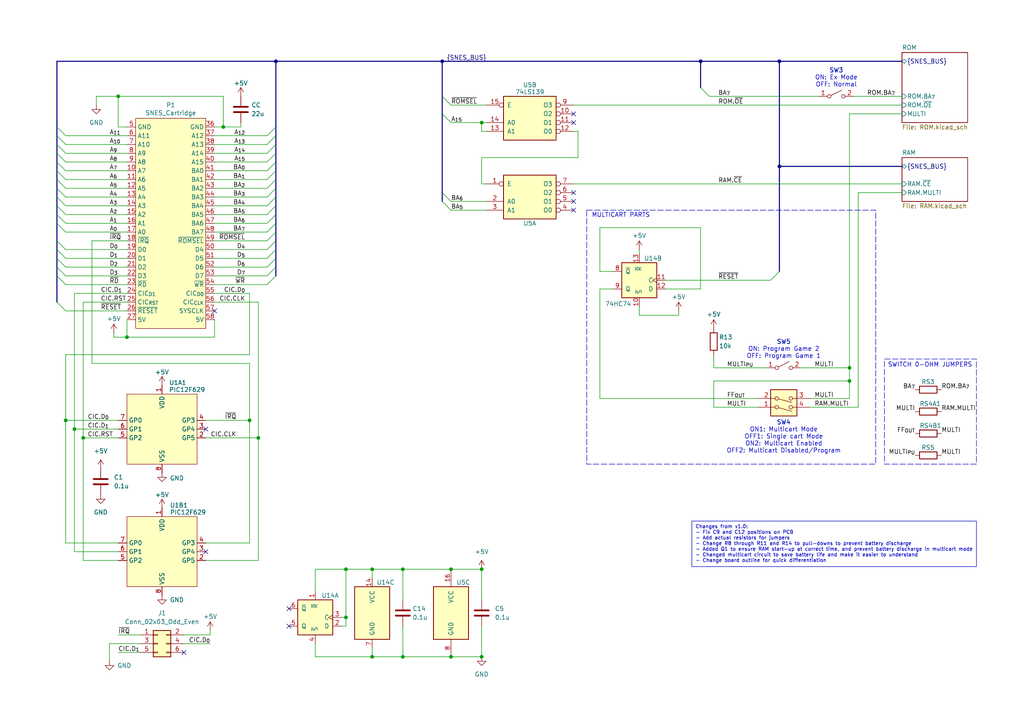
<source format=kicad_sch>
(kicad_sch
	(version 20231120)
	(generator "eeschema")
	(generator_version "8.0")
	(uuid "de4cb380-1bb2-43d1-a24a-6fca2623d1f9")
	(paper "A4")
	(title_block
		(title "SNES Advanced Flash Cartridge (LoROM)")
		(date "2024-10-06")
		(rev "1.1")
		(company "https://github.com/MouseBiteLabs")
	)
	(lib_symbols
		(symbol "74xx:74HC74"
			(pin_names
				(offset 1.016)
			)
			(exclude_from_sim no)
			(in_bom yes)
			(on_board yes)
			(property "Reference" "U"
				(at -7.62 8.89 0)
				(effects
					(font
						(size 1.27 1.27)
					)
				)
			)
			(property "Value" "74HC74"
				(at -7.62 -8.89 0)
				(effects
					(font
						(size 1.27 1.27)
					)
				)
			)
			(property "Footprint" ""
				(at 0 0 0)
				(effects
					(font
						(size 1.27 1.27)
					)
					(hide yes)
				)
			)
			(property "Datasheet" "74xx/74hc_hct74.pdf"
				(at 0 0 0)
				(effects
					(font
						(size 1.27 1.27)
					)
					(hide yes)
				)
			)
			(property "Description" "Dual D Flip-flop, Set & Reset"
				(at 0 0 0)
				(effects
					(font
						(size 1.27 1.27)
					)
					(hide yes)
				)
			)
			(property "ki_locked" ""
				(at 0 0 0)
				(effects
					(font
						(size 1.27 1.27)
					)
				)
			)
			(property "ki_keywords" "TTL DFF"
				(at 0 0 0)
				(effects
					(font
						(size 1.27 1.27)
					)
					(hide yes)
				)
			)
			(property "ki_fp_filters" "DIP*W7.62mm*"
				(at 0 0 0)
				(effects
					(font
						(size 1.27 1.27)
					)
					(hide yes)
				)
			)
			(symbol "74HC74_1_0"
				(pin input line
					(at 0 -7.62 90)
					(length 2.54)
					(name "~{R}"
						(effects
							(font
								(size 1.27 1.27)
							)
						)
					)
					(number "1"
						(effects
							(font
								(size 1.27 1.27)
							)
						)
					)
				)
				(pin input line
					(at -7.62 2.54 0)
					(length 2.54)
					(name "D"
						(effects
							(font
								(size 1.27 1.27)
							)
						)
					)
					(number "2"
						(effects
							(font
								(size 1.27 1.27)
							)
						)
					)
				)
				(pin input clock
					(at -7.62 0 0)
					(length 2.54)
					(name "C"
						(effects
							(font
								(size 1.27 1.27)
							)
						)
					)
					(number "3"
						(effects
							(font
								(size 1.27 1.27)
							)
						)
					)
				)
				(pin input line
					(at 0 7.62 270)
					(length 2.54)
					(name "~{S}"
						(effects
							(font
								(size 1.27 1.27)
							)
						)
					)
					(number "4"
						(effects
							(font
								(size 1.27 1.27)
							)
						)
					)
				)
				(pin output line
					(at 7.62 2.54 180)
					(length 2.54)
					(name "Q"
						(effects
							(font
								(size 1.27 1.27)
							)
						)
					)
					(number "5"
						(effects
							(font
								(size 1.27 1.27)
							)
						)
					)
				)
				(pin output line
					(at 7.62 -2.54 180)
					(length 2.54)
					(name "~{Q}"
						(effects
							(font
								(size 1.27 1.27)
							)
						)
					)
					(number "6"
						(effects
							(font
								(size 1.27 1.27)
							)
						)
					)
				)
			)
			(symbol "74HC74_1_1"
				(rectangle
					(start -5.08 5.08)
					(end 5.08 -5.08)
					(stroke
						(width 0.254)
						(type default)
					)
					(fill
						(type background)
					)
				)
			)
			(symbol "74HC74_2_0"
				(pin input line
					(at 0 7.62 270)
					(length 2.54)
					(name "~{S}"
						(effects
							(font
								(size 1.27 1.27)
							)
						)
					)
					(number "10"
						(effects
							(font
								(size 1.27 1.27)
							)
						)
					)
				)
				(pin input clock
					(at -7.62 0 0)
					(length 2.54)
					(name "C"
						(effects
							(font
								(size 1.27 1.27)
							)
						)
					)
					(number "11"
						(effects
							(font
								(size 1.27 1.27)
							)
						)
					)
				)
				(pin input line
					(at -7.62 2.54 0)
					(length 2.54)
					(name "D"
						(effects
							(font
								(size 1.27 1.27)
							)
						)
					)
					(number "12"
						(effects
							(font
								(size 1.27 1.27)
							)
						)
					)
				)
				(pin input line
					(at 0 -7.62 90)
					(length 2.54)
					(name "~{R}"
						(effects
							(font
								(size 1.27 1.27)
							)
						)
					)
					(number "13"
						(effects
							(font
								(size 1.27 1.27)
							)
						)
					)
				)
				(pin output line
					(at 7.62 -2.54 180)
					(length 2.54)
					(name "~{Q}"
						(effects
							(font
								(size 1.27 1.27)
							)
						)
					)
					(number "8"
						(effects
							(font
								(size 1.27 1.27)
							)
						)
					)
				)
				(pin output line
					(at 7.62 2.54 180)
					(length 2.54)
					(name "Q"
						(effects
							(font
								(size 1.27 1.27)
							)
						)
					)
					(number "9"
						(effects
							(font
								(size 1.27 1.27)
							)
						)
					)
				)
			)
			(symbol "74HC74_2_1"
				(rectangle
					(start -5.08 5.08)
					(end 5.08 -5.08)
					(stroke
						(width 0.254)
						(type default)
					)
					(fill
						(type background)
					)
				)
			)
			(symbol "74HC74_3_0"
				(pin power_in line
					(at 0 10.16 270)
					(length 2.54)
					(name "VCC"
						(effects
							(font
								(size 1.27 1.27)
							)
						)
					)
					(number "14"
						(effects
							(font
								(size 1.27 1.27)
							)
						)
					)
				)
				(pin power_in line
					(at 0 -10.16 90)
					(length 2.54)
					(name "GND"
						(effects
							(font
								(size 1.27 1.27)
							)
						)
					)
					(number "7"
						(effects
							(font
								(size 1.27 1.27)
							)
						)
					)
				)
			)
			(symbol "74HC74_3_1"
				(rectangle
					(start -5.08 7.62)
					(end 5.08 -7.62)
					(stroke
						(width 0.254)
						(type default)
					)
					(fill
						(type background)
					)
				)
			)
		)
		(symbol "Bucketmouse:74LS139"
			(pin_names
				(offset 1.016)
			)
			(exclude_from_sim no)
			(in_bom yes)
			(on_board yes)
			(property "Reference" "U"
				(at -7.62 8.89 0)
				(effects
					(font
						(size 1.27 1.27)
					)
				)
			)
			(property "Value" "74LS139"
				(at -7.62 -8.89 0)
				(effects
					(font
						(size 1.27 1.27)
					)
				)
			)
			(property "Footprint" ""
				(at 0 0 0)
				(effects
					(font
						(size 1.27 1.27)
					)
					(hide yes)
				)
			)
			(property "Datasheet" "http://www.ti.com/lit/ds/symlink/sn74ls139a.pdf"
				(at 0 0 0)
				(effects
					(font
						(size 1.27 1.27)
					)
					(hide yes)
				)
			)
			(property "Description" "Dual Decoder 1 of 4, Active low outputs"
				(at 0 0 0)
				(effects
					(font
						(size 1.27 1.27)
					)
					(hide yes)
				)
			)
			(property "ki_locked" ""
				(at 0 0 0)
				(effects
					(font
						(size 1.27 1.27)
					)
				)
			)
			(property "ki_keywords" "TTL DECOD4"
				(at 0 0 0)
				(effects
					(font
						(size 1.27 1.27)
					)
					(hide yes)
				)
			)
			(property "ki_fp_filters" "DIP?16*"
				(at 0 0 0)
				(effects
					(font
						(size 1.27 1.27)
					)
					(hide yes)
				)
			)
			(symbol "74LS139_1_0"
				(pin input inverted
					(at -12.7 -5.08 0)
					(length 5.08)
					(name "E"
						(effects
							(font
								(size 1.27 1.27)
							)
						)
					)
					(number "1"
						(effects
							(font
								(size 1.27 1.27)
							)
						)
					)
				)
				(pin input line
					(at -12.7 0 0)
					(length 5.08)
					(name "A0"
						(effects
							(font
								(size 1.27 1.27)
							)
						)
					)
					(number "2"
						(effects
							(font
								(size 1.27 1.27)
							)
						)
					)
				)
				(pin input line
					(at -12.7 2.54 0)
					(length 5.08)
					(name "A1"
						(effects
							(font
								(size 1.27 1.27)
							)
						)
					)
					(number "3"
						(effects
							(font
								(size 1.27 1.27)
							)
						)
					)
				)
				(pin output inverted
					(at 12.7 2.54 180)
					(length 5.08)
					(name "O0"
						(effects
							(font
								(size 1.27 1.27)
							)
						)
					)
					(number "4"
						(effects
							(font
								(size 1.27 1.27)
							)
						)
					)
				)
				(pin output inverted
					(at 12.7 0 180)
					(length 5.08)
					(name "O1"
						(effects
							(font
								(size 1.27 1.27)
							)
						)
					)
					(number "5"
						(effects
							(font
								(size 1.27 1.27)
							)
						)
					)
				)
				(pin output inverted
					(at 12.7 -2.54 180)
					(length 5.08)
					(name "O2"
						(effects
							(font
								(size 1.27 1.27)
							)
						)
					)
					(number "6"
						(effects
							(font
								(size 1.27 1.27)
							)
						)
					)
				)
				(pin output inverted
					(at 12.7 -5.08 180)
					(length 5.08)
					(name "O3"
						(effects
							(font
								(size 1.27 1.27)
							)
						)
					)
					(number "7"
						(effects
							(font
								(size 1.27 1.27)
							)
						)
					)
				)
			)
			(symbol "74LS139_1_1"
				(rectangle
					(start -7.62 5.08)
					(end 7.62 -7.62)
					(stroke
						(width 0.254)
						(type default)
					)
					(fill
						(type background)
					)
				)
			)
			(symbol "74LS139_2_0"
				(pin output inverted
					(at 12.7 -2.54 180)
					(length 5.08)
					(name "O2"
						(effects
							(font
								(size 1.27 1.27)
							)
						)
					)
					(number "10"
						(effects
							(font
								(size 1.27 1.27)
							)
						)
					)
				)
				(pin output inverted
					(at 12.7 0 180)
					(length 5.08)
					(name "O1"
						(effects
							(font
								(size 1.27 1.27)
							)
						)
					)
					(number "11"
						(effects
							(font
								(size 1.27 1.27)
							)
						)
					)
				)
				(pin output inverted
					(at 12.7 2.54 180)
					(length 5.08)
					(name "O0"
						(effects
							(font
								(size 1.27 1.27)
							)
						)
					)
					(number "12"
						(effects
							(font
								(size 1.27 1.27)
							)
						)
					)
				)
				(pin input line
					(at -12.7 2.54 0)
					(length 5.08)
					(name "A1"
						(effects
							(font
								(size 1.27 1.27)
							)
						)
					)
					(number "13"
						(effects
							(font
								(size 1.27 1.27)
							)
						)
					)
				)
				(pin input line
					(at -12.7 0 0)
					(length 5.08)
					(name "A0"
						(effects
							(font
								(size 1.27 1.27)
							)
						)
					)
					(number "14"
						(effects
							(font
								(size 1.27 1.27)
							)
						)
					)
				)
				(pin input inverted
					(at -12.7 -5.08 0)
					(length 5.08)
					(name "E"
						(effects
							(font
								(size 1.27 1.27)
							)
						)
					)
					(number "15"
						(effects
							(font
								(size 1.27 1.27)
							)
						)
					)
				)
				(pin output inverted
					(at 12.7 -5.08 180)
					(length 5.08)
					(name "O3"
						(effects
							(font
								(size 1.27 1.27)
							)
						)
					)
					(number "9"
						(effects
							(font
								(size 1.27 1.27)
							)
						)
					)
				)
			)
			(symbol "74LS139_2_1"
				(rectangle
					(start -7.62 5.08)
					(end 7.62 -7.62)
					(stroke
						(width 0.254)
						(type default)
					)
					(fill
						(type background)
					)
				)
			)
			(symbol "74LS139_3_0"
				(pin power_in line
					(at 0 12.7 270)
					(length 5.08)
					(name "VCC"
						(effects
							(font
								(size 1.27 1.27)
							)
						)
					)
					(number "16"
						(effects
							(font
								(size 1.27 1.27)
							)
						)
					)
				)
				(pin power_in line
					(at 0 -12.7 90)
					(length 5.08)
					(name "GND"
						(effects
							(font
								(size 1.27 1.27)
							)
						)
					)
					(number "8"
						(effects
							(font
								(size 1.27 1.27)
							)
						)
					)
				)
			)
			(symbol "74LS139_3_1"
				(rectangle
					(start -5.08 7.62)
					(end 5.08 -7.62)
					(stroke
						(width 0.254)
						(type default)
					)
					(fill
						(type background)
					)
				)
			)
		)
		(symbol "Bucketmouse:PIC12F629"
			(exclude_from_sim no)
			(in_bom yes)
			(on_board yes)
			(property "Reference" "U"
				(at 1.27 13.97 0)
				(effects
					(font
						(size 1.27 1.27)
					)
					(justify left)
				)
			)
			(property "Value" "PIC12F629"
				(at 1.27 11.43 0)
				(effects
					(font
						(size 1.27 1.27)
					)
					(justify left)
				)
			)
			(property "Footprint" ""
				(at 1.27 -12.065 0)
				(effects
					(font
						(size 1.27 1.27)
						(italic yes)
					)
					(justify left)
					(hide yes)
				)
			)
			(property "Datasheet" ""
				(at 1.27 -14.605 0)
				(effects
					(font
						(size 1.27 1.27)
					)
					(justify left)
					(hide yes)
				)
			)
			(property "Description" ""
				(at 1.016 -27.686 0)
				(effects
					(font
						(size 1.27 1.27)
					)
					(hide yes)
				)
			)
			(property "ki_keywords" "FLASH-Based 8-Bit CMOS Microcontroller"
				(at 0 0 0)
				(effects
					(font
						(size 1.27 1.27)
					)
					(hide yes)
				)
			)
			(property "ki_fp_filters" "DIP*W7.62mm*"
				(at 0 0 0)
				(effects
					(font
						(size 1.27 1.27)
					)
					(hide yes)
				)
			)
			(symbol "PIC12F629_1_1"
				(rectangle
					(start -10.16 10.16)
					(end 10.16 -10.16)
					(stroke
						(width 0)
						(type default)
					)
					(fill
						(type background)
					)
				)
				(pin power_in line
					(at 0 12.7 270)
					(length 2.54)
					(name "VDD"
						(effects
							(font
								(size 1.27 1.27)
							)
						)
					)
					(number "1"
						(effects
							(font
								(size 1.27 1.27)
							)
						)
					)
				)
				(pin bidirectional line
					(at 12.7 -2.54 180)
					(length 2.54)
					(name "GP5"
						(effects
							(font
								(size 1.27 1.27)
							)
						)
					)
					(number "2"
						(effects
							(font
								(size 1.27 1.27)
							)
						)
					)
				)
				(pin bidirectional line
					(at 12.7 0 180)
					(length 2.54)
					(name "GP4"
						(effects
							(font
								(size 1.27 1.27)
							)
						)
					)
					(number "3"
						(effects
							(font
								(size 1.27 1.27)
							)
						)
					)
				)
				(pin input line
					(at 12.7 2.54 180)
					(length 2.54)
					(name "GP3"
						(effects
							(font
								(size 1.27 1.27)
							)
						)
					)
					(number "4"
						(effects
							(font
								(size 1.27 1.27)
							)
						)
					)
				)
				(pin bidirectional line
					(at -12.7 -2.54 0)
					(length 2.54)
					(name "GP2"
						(effects
							(font
								(size 1.27 1.27)
							)
						)
					)
					(number "5"
						(effects
							(font
								(size 1.27 1.27)
							)
						)
					)
				)
				(pin bidirectional line
					(at -12.7 0 0)
					(length 2.54)
					(name "GP1"
						(effects
							(font
								(size 1.27 1.27)
							)
						)
					)
					(number "6"
						(effects
							(font
								(size 1.27 1.27)
							)
						)
					)
				)
				(pin bidirectional line
					(at -12.7 2.54 0)
					(length 2.54)
					(name "GP0"
						(effects
							(font
								(size 1.27 1.27)
							)
						)
					)
					(number "7"
						(effects
							(font
								(size 1.27 1.27)
							)
						)
					)
				)
				(pin power_in line
					(at 0 -12.7 90)
					(length 2.54)
					(name "VSS"
						(effects
							(font
								(size 1.27 1.27)
							)
						)
					)
					(number "8"
						(effects
							(font
								(size 1.27 1.27)
							)
						)
					)
				)
			)
		)
		(symbol "Bucketmouse:SNES_Cart_Edge_Standard"
			(exclude_from_sim no)
			(in_bom yes)
			(on_board yes)
			(property "Reference" "U"
				(at 0 34.29 0)
				(effects
					(font
						(size 1.27 1.27)
					)
				)
			)
			(property "Value" "SNES_Cartridge"
				(at 0 32.004 0)
				(effects
					(font
						(size 1.27 1.27)
					)
				)
			)
			(property "Footprint" ""
				(at 0 -7.62 0)
				(effects
					(font
						(size 1.27 1.27)
					)
					(hide yes)
				)
			)
			(property "Datasheet" ""
				(at 0 -7.62 0)
				(effects
					(font
						(size 1.27 1.27)
					)
					(hide yes)
				)
			)
			(property "Description" ""
				(at 0 -7.62 0)
				(effects
					(font
						(size 1.27 1.27)
					)
					(hide yes)
				)
			)
			(symbol "SNES_Cart_Edge_Standard_1_1"
				(polyline
					(pts
						(xy -10.16 30.48) (xy 10.16 30.48) (xy 10.16 -30.48) (xy -10.16 -30.48) (xy -10.16 30.48) (xy -10.16 30.48)
					)
					(stroke
						(width 0)
						(type default)
					)
					(fill
						(type background)
					)
				)
				(pin output line
					(at -12.7 15.24 0)
					(length 2.54)
					(name "A7"
						(effects
							(font
								(size 1.27 1.27)
							)
						)
					)
					(number "10"
						(effects
							(font
								(size 1.27 1.27)
							)
						)
					)
				)
				(pin output line
					(at -12.7 12.7 0)
					(length 2.54)
					(name "A6"
						(effects
							(font
								(size 1.27 1.27)
							)
						)
					)
					(number "11"
						(effects
							(font
								(size 1.27 1.27)
							)
						)
					)
				)
				(pin output line
					(at -12.7 10.16 0)
					(length 2.54)
					(name "A5"
						(effects
							(font
								(size 1.27 1.27)
							)
						)
					)
					(number "12"
						(effects
							(font
								(size 1.27 1.27)
							)
						)
					)
				)
				(pin output line
					(at -12.7 7.62 0)
					(length 2.54)
					(name "A4"
						(effects
							(font
								(size 1.27 1.27)
							)
						)
					)
					(number "13"
						(effects
							(font
								(size 1.27 1.27)
							)
						)
					)
				)
				(pin output line
					(at -12.7 5.08 0)
					(length 2.54)
					(name "A3"
						(effects
							(font
								(size 1.27 1.27)
							)
						)
					)
					(number "14"
						(effects
							(font
								(size 1.27 1.27)
							)
						)
					)
				)
				(pin output line
					(at -12.7 2.54 0)
					(length 2.54)
					(name "A2"
						(effects
							(font
								(size 1.27 1.27)
							)
						)
					)
					(number "15"
						(effects
							(font
								(size 1.27 1.27)
							)
						)
					)
				)
				(pin output line
					(at -12.7 0 0)
					(length 2.54)
					(name "A1"
						(effects
							(font
								(size 1.27 1.27)
							)
						)
					)
					(number "16"
						(effects
							(font
								(size 1.27 1.27)
							)
						)
					)
				)
				(pin output line
					(at -12.7 -2.54 0)
					(length 2.54)
					(name "A0"
						(effects
							(font
								(size 1.27 1.27)
							)
						)
					)
					(number "17"
						(effects
							(font
								(size 1.27 1.27)
							)
						)
					)
				)
				(pin passive line
					(at -12.7 -5.08 0)
					(length 2.54)
					(name "~{IRQ}"
						(effects
							(font
								(size 1.27 1.27)
							)
						)
					)
					(number "18"
						(effects
							(font
								(size 1.27 1.27)
							)
						)
					)
				)
				(pin bidirectional line
					(at -12.7 -7.62 0)
					(length 2.54)
					(name "D0"
						(effects
							(font
								(size 1.27 1.27)
							)
						)
					)
					(number "19"
						(effects
							(font
								(size 1.27 1.27)
							)
						)
					)
				)
				(pin bidirectional line
					(at -12.7 -10.16 0)
					(length 2.54)
					(name "D1"
						(effects
							(font
								(size 1.27 1.27)
							)
						)
					)
					(number "20"
						(effects
							(font
								(size 1.27 1.27)
							)
						)
					)
				)
				(pin bidirectional line
					(at -12.7 -12.7 0)
					(length 2.54)
					(name "D2"
						(effects
							(font
								(size 1.27 1.27)
							)
						)
					)
					(number "21"
						(effects
							(font
								(size 1.27 1.27)
							)
						)
					)
				)
				(pin bidirectional line
					(at -12.7 -15.24 0)
					(length 2.54)
					(name "D3"
						(effects
							(font
								(size 1.27 1.27)
							)
						)
					)
					(number "22"
						(effects
							(font
								(size 1.27 1.27)
							)
						)
					)
				)
				(pin output line
					(at -12.7 -17.78 0)
					(length 2.54)
					(name "~{RD}"
						(effects
							(font
								(size 1.27 1.27)
							)
						)
					)
					(number "23"
						(effects
							(font
								(size 1.27 1.27)
							)
						)
					)
				)
				(pin bidirectional line
					(at -12.7 -20.32 0)
					(length 2.54)
					(name "CIC_{D1}"
						(effects
							(font
								(size 1.27 1.27)
							)
						)
					)
					(number "24"
						(effects
							(font
								(size 1.27 1.27)
							)
						)
					)
				)
				(pin output line
					(at -12.7 -22.86 0)
					(length 2.54)
					(name "CIC_{RST}"
						(effects
							(font
								(size 1.27 1.27)
							)
						)
					)
					(number "25"
						(effects
							(font
								(size 1.27 1.27)
							)
						)
					)
				)
				(pin output line
					(at -12.7 -25.4 0)
					(length 2.54)
					(name "~{RESET}"
						(effects
							(font
								(size 1.27 1.27)
							)
						)
					)
					(number "26"
						(effects
							(font
								(size 1.27 1.27)
							)
						)
					)
				)
				(pin power_out line
					(at -12.7 -27.94 0)
					(length 2.54)
					(name "5V"
						(effects
							(font
								(size 1.27 1.27)
							)
						)
					)
					(number "27"
						(effects
							(font
								(size 1.27 1.27)
							)
						)
					)
				)
				(pin power_out line
					(at 12.7 27.94 180)
					(length 2.54)
					(name "GND"
						(effects
							(font
								(size 1.27 1.27)
							)
						)
					)
					(number "36"
						(effects
							(font
								(size 1.27 1.27)
							)
						)
					)
				)
				(pin output line
					(at 12.7 25.4 180)
					(length 2.54)
					(name "A12"
						(effects
							(font
								(size 1.27 1.27)
							)
						)
					)
					(number "37"
						(effects
							(font
								(size 1.27 1.27)
							)
						)
					)
				)
				(pin output line
					(at 12.7 22.86 180)
					(length 2.54)
					(name "A13"
						(effects
							(font
								(size 1.27 1.27)
							)
						)
					)
					(number "38"
						(effects
							(font
								(size 1.27 1.27)
							)
						)
					)
				)
				(pin output line
					(at 12.7 20.32 180)
					(length 2.54)
					(name "A14"
						(effects
							(font
								(size 1.27 1.27)
							)
						)
					)
					(number "39"
						(effects
							(font
								(size 1.27 1.27)
							)
						)
					)
				)
				(pin output line
					(at 12.7 17.78 180)
					(length 2.54)
					(name "A15"
						(effects
							(font
								(size 1.27 1.27)
							)
						)
					)
					(number "40"
						(effects
							(font
								(size 1.27 1.27)
							)
						)
					)
				)
				(pin output line
					(at 12.7 15.24 180)
					(length 2.54)
					(name "BA0"
						(effects
							(font
								(size 1.27 1.27)
							)
						)
					)
					(number "41"
						(effects
							(font
								(size 1.27 1.27)
							)
						)
					)
				)
				(pin output line
					(at 12.7 12.7 180)
					(length 2.54)
					(name "BA1"
						(effects
							(font
								(size 1.27 1.27)
							)
						)
					)
					(number "42"
						(effects
							(font
								(size 1.27 1.27)
							)
						)
					)
				)
				(pin output line
					(at 12.7 10.16 180)
					(length 2.54)
					(name "BA2"
						(effects
							(font
								(size 1.27 1.27)
							)
						)
					)
					(number "43"
						(effects
							(font
								(size 1.27 1.27)
							)
						)
					)
				)
				(pin output line
					(at 12.7 7.62 180)
					(length 2.54)
					(name "BA3"
						(effects
							(font
								(size 1.27 1.27)
							)
						)
					)
					(number "44"
						(effects
							(font
								(size 1.27 1.27)
							)
						)
					)
				)
				(pin output line
					(at 12.7 5.08 180)
					(length 2.54)
					(name "BA4"
						(effects
							(font
								(size 1.27 1.27)
							)
						)
					)
					(number "45"
						(effects
							(font
								(size 1.27 1.27)
							)
						)
					)
				)
				(pin output line
					(at 12.7 2.54 180)
					(length 2.54)
					(name "BA5"
						(effects
							(font
								(size 1.27 1.27)
							)
						)
					)
					(number "46"
						(effects
							(font
								(size 1.27 1.27)
							)
						)
					)
				)
				(pin output line
					(at 12.7 0 180)
					(length 2.54)
					(name "BA6"
						(effects
							(font
								(size 1.27 1.27)
							)
						)
					)
					(number "47"
						(effects
							(font
								(size 1.27 1.27)
							)
						)
					)
				)
				(pin output line
					(at 12.7 -2.54 180)
					(length 2.54)
					(name "BA7"
						(effects
							(font
								(size 1.27 1.27)
							)
						)
					)
					(number "48"
						(effects
							(font
								(size 1.27 1.27)
							)
						)
					)
				)
				(pin output line
					(at 12.7 -5.08 180)
					(length 2.54)
					(name "~{ROMSEL}"
						(effects
							(font
								(size 1.27 1.27)
							)
						)
					)
					(number "49"
						(effects
							(font
								(size 1.27 1.27)
							)
						)
					)
				)
				(pin power_out line
					(at -12.7 27.94 0)
					(length 2.54)
					(name "GND"
						(effects
							(font
								(size 1.27 1.27)
							)
						)
					)
					(number "5"
						(effects
							(font
								(size 1.27 1.27)
							)
						)
					)
				)
				(pin bidirectional line
					(at 12.7 -7.62 180)
					(length 2.54)
					(name "D4"
						(effects
							(font
								(size 1.27 1.27)
							)
						)
					)
					(number "50"
						(effects
							(font
								(size 1.27 1.27)
							)
						)
					)
				)
				(pin bidirectional line
					(at 12.7 -10.16 180)
					(length 2.54)
					(name "D5"
						(effects
							(font
								(size 1.27 1.27)
							)
						)
					)
					(number "51"
						(effects
							(font
								(size 1.27 1.27)
							)
						)
					)
				)
				(pin bidirectional line
					(at 12.7 -12.7 180)
					(length 2.54)
					(name "D6"
						(effects
							(font
								(size 1.27 1.27)
							)
						)
					)
					(number "52"
						(effects
							(font
								(size 1.27 1.27)
							)
						)
					)
				)
				(pin bidirectional line
					(at 12.7 -15.24 180)
					(length 2.54)
					(name "D7"
						(effects
							(font
								(size 1.27 1.27)
							)
						)
					)
					(number "53"
						(effects
							(font
								(size 1.27 1.27)
							)
						)
					)
				)
				(pin output line
					(at 12.7 -17.78 180)
					(length 2.54)
					(name "~{WR}"
						(effects
							(font
								(size 1.27 1.27)
							)
						)
					)
					(number "54"
						(effects
							(font
								(size 1.27 1.27)
							)
						)
					)
				)
				(pin bidirectional line
					(at 12.7 -20.32 180)
					(length 2.54)
					(name "CIC_{D0}"
						(effects
							(font
								(size 1.27 1.27)
							)
						)
					)
					(number "55"
						(effects
							(font
								(size 1.27 1.27)
							)
						)
					)
				)
				(pin output line
					(at 12.7 -22.86 180)
					(length 2.54)
					(name "CIC_{CLK}"
						(effects
							(font
								(size 1.27 1.27)
							)
						)
					)
					(number "56"
						(effects
							(font
								(size 1.27 1.27)
							)
						)
					)
				)
				(pin passive line
					(at 12.7 -25.4 180)
					(length 2.54)
					(name "SYSCLK"
						(effects
							(font
								(size 1.27 1.27)
							)
						)
					)
					(number "57"
						(effects
							(font
								(size 1.27 1.27)
							)
						)
					)
				)
				(pin power_out line
					(at 12.7 -27.94 180)
					(length 2.54)
					(name "5V"
						(effects
							(font
								(size 1.27 1.27)
							)
						)
					)
					(number "58"
						(effects
							(font
								(size 1.27 1.27)
							)
						)
					)
				)
				(pin output line
					(at -12.7 25.4 0)
					(length 2.54)
					(name "A11"
						(effects
							(font
								(size 1.27 1.27)
							)
						)
					)
					(number "6"
						(effects
							(font
								(size 1.27 1.27)
							)
						)
					)
				)
				(pin output line
					(at -12.7 22.86 0)
					(length 2.54)
					(name "A10"
						(effects
							(font
								(size 1.27 1.27)
							)
						)
					)
					(number "7"
						(effects
							(font
								(size 1.27 1.27)
							)
						)
					)
				)
				(pin output line
					(at -12.7 20.32 0)
					(length 2.54)
					(name "A9"
						(effects
							(font
								(size 1.27 1.27)
							)
						)
					)
					(number "8"
						(effects
							(font
								(size 1.27 1.27)
							)
						)
					)
				)
				(pin output line
					(at -12.7 17.78 0)
					(length 2.54)
					(name "A8"
						(effects
							(font
								(size 1.27 1.27)
							)
						)
					)
					(number "9"
						(effects
							(font
								(size 1.27 1.27)
							)
						)
					)
				)
			)
		)
		(symbol "Connector_Generic:Conn_02x03_Odd_Even"
			(pin_names
				(offset 1.016) hide)
			(exclude_from_sim no)
			(in_bom yes)
			(on_board yes)
			(property "Reference" "J"
				(at 1.27 5.08 0)
				(effects
					(font
						(size 1.27 1.27)
					)
				)
			)
			(property "Value" "Conn_02x03_Odd_Even"
				(at 1.27 -5.08 0)
				(effects
					(font
						(size 1.27 1.27)
					)
				)
			)
			(property "Footprint" ""
				(at 0 0 0)
				(effects
					(font
						(size 1.27 1.27)
					)
					(hide yes)
				)
			)
			(property "Datasheet" "~"
				(at 0 0 0)
				(effects
					(font
						(size 1.27 1.27)
					)
					(hide yes)
				)
			)
			(property "Description" "Generic connector, double row, 02x03, odd/even pin numbering scheme (row 1 odd numbers, row 2 even numbers), script generated (kicad-library-utils/schlib/autogen/connector/)"
				(at 0 0 0)
				(effects
					(font
						(size 1.27 1.27)
					)
					(hide yes)
				)
			)
			(property "ki_keywords" "connector"
				(at 0 0 0)
				(effects
					(font
						(size 1.27 1.27)
					)
					(hide yes)
				)
			)
			(property "ki_fp_filters" "Connector*:*_2x??_*"
				(at 0 0 0)
				(effects
					(font
						(size 1.27 1.27)
					)
					(hide yes)
				)
			)
			(symbol "Conn_02x03_Odd_Even_1_1"
				(rectangle
					(start -1.27 -2.413)
					(end 0 -2.667)
					(stroke
						(width 0.1524)
						(type default)
					)
					(fill
						(type none)
					)
				)
				(rectangle
					(start -1.27 0.127)
					(end 0 -0.127)
					(stroke
						(width 0.1524)
						(type default)
					)
					(fill
						(type none)
					)
				)
				(rectangle
					(start -1.27 2.667)
					(end 0 2.413)
					(stroke
						(width 0.1524)
						(type default)
					)
					(fill
						(type none)
					)
				)
				(rectangle
					(start -1.27 3.81)
					(end 3.81 -3.81)
					(stroke
						(width 0.254)
						(type default)
					)
					(fill
						(type background)
					)
				)
				(rectangle
					(start 3.81 -2.413)
					(end 2.54 -2.667)
					(stroke
						(width 0.1524)
						(type default)
					)
					(fill
						(type none)
					)
				)
				(rectangle
					(start 3.81 0.127)
					(end 2.54 -0.127)
					(stroke
						(width 0.1524)
						(type default)
					)
					(fill
						(type none)
					)
				)
				(rectangle
					(start 3.81 2.667)
					(end 2.54 2.413)
					(stroke
						(width 0.1524)
						(type default)
					)
					(fill
						(type none)
					)
				)
				(pin passive line
					(at -5.08 2.54 0)
					(length 3.81)
					(name "Pin_1"
						(effects
							(font
								(size 1.27 1.27)
							)
						)
					)
					(number "1"
						(effects
							(font
								(size 1.27 1.27)
							)
						)
					)
				)
				(pin passive line
					(at 7.62 2.54 180)
					(length 3.81)
					(name "Pin_2"
						(effects
							(font
								(size 1.27 1.27)
							)
						)
					)
					(number "2"
						(effects
							(font
								(size 1.27 1.27)
							)
						)
					)
				)
				(pin passive line
					(at -5.08 0 0)
					(length 3.81)
					(name "Pin_3"
						(effects
							(font
								(size 1.27 1.27)
							)
						)
					)
					(number "3"
						(effects
							(font
								(size 1.27 1.27)
							)
						)
					)
				)
				(pin passive line
					(at 7.62 0 180)
					(length 3.81)
					(name "Pin_4"
						(effects
							(font
								(size 1.27 1.27)
							)
						)
					)
					(number "4"
						(effects
							(font
								(size 1.27 1.27)
							)
						)
					)
				)
				(pin passive line
					(at -5.08 -2.54 0)
					(length 3.81)
					(name "Pin_5"
						(effects
							(font
								(size 1.27 1.27)
							)
						)
					)
					(number "5"
						(effects
							(font
								(size 1.27 1.27)
							)
						)
					)
				)
				(pin passive line
					(at 7.62 -2.54 180)
					(length 3.81)
					(name "Pin_6"
						(effects
							(font
								(size 1.27 1.27)
							)
						)
					)
					(number "6"
						(effects
							(font
								(size 1.27 1.27)
							)
						)
					)
				)
			)
		)
		(symbol "Device:C"
			(pin_numbers hide)
			(pin_names
				(offset 0.254)
			)
			(exclude_from_sim no)
			(in_bom yes)
			(on_board yes)
			(property "Reference" "C"
				(at 0.635 2.54 0)
				(effects
					(font
						(size 1.27 1.27)
					)
					(justify left)
				)
			)
			(property "Value" "C"
				(at 0.635 -2.54 0)
				(effects
					(font
						(size 1.27 1.27)
					)
					(justify left)
				)
			)
			(property "Footprint" ""
				(at 0.9652 -3.81 0)
				(effects
					(font
						(size 1.27 1.27)
					)
					(hide yes)
				)
			)
			(property "Datasheet" "~"
				(at 0 0 0)
				(effects
					(font
						(size 1.27 1.27)
					)
					(hide yes)
				)
			)
			(property "Description" "Unpolarized capacitor"
				(at 0 0 0)
				(effects
					(font
						(size 1.27 1.27)
					)
					(hide yes)
				)
			)
			(property "ki_keywords" "cap capacitor"
				(at 0 0 0)
				(effects
					(font
						(size 1.27 1.27)
					)
					(hide yes)
				)
			)
			(property "ki_fp_filters" "C_*"
				(at 0 0 0)
				(effects
					(font
						(size 1.27 1.27)
					)
					(hide yes)
				)
			)
			(symbol "C_0_1"
				(polyline
					(pts
						(xy -2.032 -0.762) (xy 2.032 -0.762)
					)
					(stroke
						(width 0.508)
						(type default)
					)
					(fill
						(type none)
					)
				)
				(polyline
					(pts
						(xy -2.032 0.762) (xy 2.032 0.762)
					)
					(stroke
						(width 0.508)
						(type default)
					)
					(fill
						(type none)
					)
				)
			)
			(symbol "C_1_1"
				(pin passive line
					(at 0 3.81 270)
					(length 2.794)
					(name "~"
						(effects
							(font
								(size 1.27 1.27)
							)
						)
					)
					(number "1"
						(effects
							(font
								(size 1.27 1.27)
							)
						)
					)
				)
				(pin passive line
					(at 0 -3.81 90)
					(length 2.794)
					(name "~"
						(effects
							(font
								(size 1.27 1.27)
							)
						)
					)
					(number "2"
						(effects
							(font
								(size 1.27 1.27)
							)
						)
					)
				)
			)
		)
		(symbol "Device:R"
			(pin_numbers hide)
			(pin_names
				(offset 0)
			)
			(exclude_from_sim no)
			(in_bom yes)
			(on_board yes)
			(property "Reference" "R"
				(at 2.032 0 90)
				(effects
					(font
						(size 1.27 1.27)
					)
				)
			)
			(property "Value" "R"
				(at 0 0 90)
				(effects
					(font
						(size 1.27 1.27)
					)
				)
			)
			(property "Footprint" ""
				(at -1.778 0 90)
				(effects
					(font
						(size 1.27 1.27)
					)
					(hide yes)
				)
			)
			(property "Datasheet" "~"
				(at 0 0 0)
				(effects
					(font
						(size 1.27 1.27)
					)
					(hide yes)
				)
			)
			(property "Description" "Resistor"
				(at 0 0 0)
				(effects
					(font
						(size 1.27 1.27)
					)
					(hide yes)
				)
			)
			(property "ki_keywords" "R res resistor"
				(at 0 0 0)
				(effects
					(font
						(size 1.27 1.27)
					)
					(hide yes)
				)
			)
			(property "ki_fp_filters" "R_*"
				(at 0 0 0)
				(effects
					(font
						(size 1.27 1.27)
					)
					(hide yes)
				)
			)
			(symbol "R_0_1"
				(rectangle
					(start -1.016 -2.54)
					(end 1.016 2.54)
					(stroke
						(width 0.254)
						(type default)
					)
					(fill
						(type none)
					)
				)
			)
			(symbol "R_1_1"
				(pin passive line
					(at 0 3.81 270)
					(length 1.27)
					(name "~"
						(effects
							(font
								(size 1.27 1.27)
							)
						)
					)
					(number "1"
						(effects
							(font
								(size 1.27 1.27)
							)
						)
					)
				)
				(pin passive line
					(at 0 -3.81 90)
					(length 1.27)
					(name "~"
						(effects
							(font
								(size 1.27 1.27)
							)
						)
					)
					(number "2"
						(effects
							(font
								(size 1.27 1.27)
							)
						)
					)
				)
			)
		)
		(symbol "Switch:SW_DIP_x02"
			(pin_names
				(offset 0) hide)
			(exclude_from_sim no)
			(in_bom yes)
			(on_board yes)
			(property "Reference" "SW"
				(at 0 6.35 0)
				(effects
					(font
						(size 1.27 1.27)
					)
				)
			)
			(property "Value" "SW_DIP_x02"
				(at 0 -3.81 0)
				(effects
					(font
						(size 1.27 1.27)
					)
				)
			)
			(property "Footprint" ""
				(at 0 0 0)
				(effects
					(font
						(size 1.27 1.27)
					)
					(hide yes)
				)
			)
			(property "Datasheet" "~"
				(at 0 0 0)
				(effects
					(font
						(size 1.27 1.27)
					)
					(hide yes)
				)
			)
			(property "Description" "2x DIP Switch, Single Pole Single Throw (SPST) switch, small symbol"
				(at 0 0 0)
				(effects
					(font
						(size 1.27 1.27)
					)
					(hide yes)
				)
			)
			(property "ki_keywords" "dip switch"
				(at 0 0 0)
				(effects
					(font
						(size 1.27 1.27)
					)
					(hide yes)
				)
			)
			(property "ki_fp_filters" "SW?DIP?x2*"
				(at 0 0 0)
				(effects
					(font
						(size 1.27 1.27)
					)
					(hide yes)
				)
			)
			(symbol "SW_DIP_x02_0_0"
				(circle
					(center -2.032 0)
					(radius 0.508)
					(stroke
						(width 0)
						(type default)
					)
					(fill
						(type none)
					)
				)
				(circle
					(center -2.032 2.54)
					(radius 0.508)
					(stroke
						(width 0)
						(type default)
					)
					(fill
						(type none)
					)
				)
				(polyline
					(pts
						(xy -1.524 0.127) (xy 2.3622 1.1684)
					)
					(stroke
						(width 0)
						(type default)
					)
					(fill
						(type none)
					)
				)
				(polyline
					(pts
						(xy -1.524 2.667) (xy 2.3622 3.7084)
					)
					(stroke
						(width 0)
						(type default)
					)
					(fill
						(type none)
					)
				)
				(circle
					(center 2.032 0)
					(radius 0.508)
					(stroke
						(width 0)
						(type default)
					)
					(fill
						(type none)
					)
				)
				(circle
					(center 2.032 2.54)
					(radius 0.508)
					(stroke
						(width 0)
						(type default)
					)
					(fill
						(type none)
					)
				)
			)
			(symbol "SW_DIP_x02_0_1"
				(rectangle
					(start -3.81 5.08)
					(end 3.81 -2.54)
					(stroke
						(width 0.254)
						(type default)
					)
					(fill
						(type background)
					)
				)
			)
			(symbol "SW_DIP_x02_1_1"
				(pin passive line
					(at -7.62 2.54 0)
					(length 5.08)
					(name "~"
						(effects
							(font
								(size 1.27 1.27)
							)
						)
					)
					(number "1"
						(effects
							(font
								(size 1.27 1.27)
							)
						)
					)
				)
				(pin passive line
					(at -7.62 0 0)
					(length 5.08)
					(name "~"
						(effects
							(font
								(size 1.27 1.27)
							)
						)
					)
					(number "2"
						(effects
							(font
								(size 1.27 1.27)
							)
						)
					)
				)
				(pin passive line
					(at 7.62 0 180)
					(length 5.08)
					(name "~"
						(effects
							(font
								(size 1.27 1.27)
							)
						)
					)
					(number "3"
						(effects
							(font
								(size 1.27 1.27)
							)
						)
					)
				)
				(pin passive line
					(at 7.62 2.54 180)
					(length 5.08)
					(name "~"
						(effects
							(font
								(size 1.27 1.27)
							)
						)
					)
					(number "4"
						(effects
							(font
								(size 1.27 1.27)
							)
						)
					)
				)
			)
		)
		(symbol "Switch:SW_SPST"
			(pin_names
				(offset 0) hide)
			(exclude_from_sim no)
			(in_bom yes)
			(on_board yes)
			(property "Reference" "SW"
				(at 0 3.175 0)
				(effects
					(font
						(size 1.27 1.27)
					)
				)
			)
			(property "Value" "SW_SPST"
				(at 0 -2.54 0)
				(effects
					(font
						(size 1.27 1.27)
					)
				)
			)
			(property "Footprint" ""
				(at 0 0 0)
				(effects
					(font
						(size 1.27 1.27)
					)
					(hide yes)
				)
			)
			(property "Datasheet" "~"
				(at 0 0 0)
				(effects
					(font
						(size 1.27 1.27)
					)
					(hide yes)
				)
			)
			(property "Description" "Single Pole Single Throw (SPST) switch"
				(at 0 0 0)
				(effects
					(font
						(size 1.27 1.27)
					)
					(hide yes)
				)
			)
			(property "ki_keywords" "switch lever"
				(at 0 0 0)
				(effects
					(font
						(size 1.27 1.27)
					)
					(hide yes)
				)
			)
			(symbol "SW_SPST_0_0"
				(circle
					(center -2.032 0)
					(radius 0.508)
					(stroke
						(width 0)
						(type default)
					)
					(fill
						(type none)
					)
				)
				(polyline
					(pts
						(xy -1.524 0.254) (xy 1.524 1.778)
					)
					(stroke
						(width 0)
						(type default)
					)
					(fill
						(type none)
					)
				)
				(circle
					(center 2.032 0)
					(radius 0.508)
					(stroke
						(width 0)
						(type default)
					)
					(fill
						(type none)
					)
				)
			)
			(symbol "SW_SPST_1_1"
				(pin passive line
					(at -5.08 0 0)
					(length 2.54)
					(name "A"
						(effects
							(font
								(size 1.27 1.27)
							)
						)
					)
					(number "1"
						(effects
							(font
								(size 1.27 1.27)
							)
						)
					)
				)
				(pin passive line
					(at 5.08 0 180)
					(length 2.54)
					(name "B"
						(effects
							(font
								(size 1.27 1.27)
							)
						)
					)
					(number "2"
						(effects
							(font
								(size 1.27 1.27)
							)
						)
					)
				)
			)
		)
		(symbol "power:+5V"
			(power)
			(pin_numbers hide)
			(pin_names
				(offset 0) hide)
			(exclude_from_sim no)
			(in_bom yes)
			(on_board yes)
			(property "Reference" "#PWR"
				(at 0 -3.81 0)
				(effects
					(font
						(size 1.27 1.27)
					)
					(hide yes)
				)
			)
			(property "Value" "+5V"
				(at 0 3.556 0)
				(effects
					(font
						(size 1.27 1.27)
					)
				)
			)
			(property "Footprint" ""
				(at 0 0 0)
				(effects
					(font
						(size 1.27 1.27)
					)
					(hide yes)
				)
			)
			(property "Datasheet" ""
				(at 0 0 0)
				(effects
					(font
						(size 1.27 1.27)
					)
					(hide yes)
				)
			)
			(property "Description" "Power symbol creates a global label with name \"+5V\""
				(at 0 0 0)
				(effects
					(font
						(size 1.27 1.27)
					)
					(hide yes)
				)
			)
			(property "ki_keywords" "global power"
				(at 0 0 0)
				(effects
					(font
						(size 1.27 1.27)
					)
					(hide yes)
				)
			)
			(symbol "+5V_0_1"
				(polyline
					(pts
						(xy -0.762 1.27) (xy 0 2.54)
					)
					(stroke
						(width 0)
						(type default)
					)
					(fill
						(type none)
					)
				)
				(polyline
					(pts
						(xy 0 0) (xy 0 2.54)
					)
					(stroke
						(width 0)
						(type default)
					)
					(fill
						(type none)
					)
				)
				(polyline
					(pts
						(xy 0 2.54) (xy 0.762 1.27)
					)
					(stroke
						(width 0)
						(type default)
					)
					(fill
						(type none)
					)
				)
			)
			(symbol "+5V_1_1"
				(pin power_in line
					(at 0 0 90)
					(length 0)
					(name "~"
						(effects
							(font
								(size 1.27 1.27)
							)
						)
					)
					(number "1"
						(effects
							(font
								(size 1.27 1.27)
							)
						)
					)
				)
			)
		)
		(symbol "power:GND"
			(power)
			(pin_numbers hide)
			(pin_names
				(offset 0) hide)
			(exclude_from_sim no)
			(in_bom yes)
			(on_board yes)
			(property "Reference" "#PWR"
				(at 0 -6.35 0)
				(effects
					(font
						(size 1.27 1.27)
					)
					(hide yes)
				)
			)
			(property "Value" "GND"
				(at 0 -3.81 0)
				(effects
					(font
						(size 1.27 1.27)
					)
				)
			)
			(property "Footprint" ""
				(at 0 0 0)
				(effects
					(font
						(size 1.27 1.27)
					)
					(hide yes)
				)
			)
			(property "Datasheet" ""
				(at 0 0 0)
				(effects
					(font
						(size 1.27 1.27)
					)
					(hide yes)
				)
			)
			(property "Description" "Power symbol creates a global label with name \"GND\" , ground"
				(at 0 0 0)
				(effects
					(font
						(size 1.27 1.27)
					)
					(hide yes)
				)
			)
			(property "ki_keywords" "global power"
				(at 0 0 0)
				(effects
					(font
						(size 1.27 1.27)
					)
					(hide yes)
				)
			)
			(symbol "GND_0_1"
				(polyline
					(pts
						(xy 0 0) (xy 0 -1.27) (xy 1.27 -1.27) (xy 0 -2.54) (xy -1.27 -1.27) (xy 0 -1.27)
					)
					(stroke
						(width 0)
						(type default)
					)
					(fill
						(type none)
					)
				)
			)
			(symbol "GND_1_1"
				(pin power_in line
					(at 0 0 270)
					(length 0)
					(name "~"
						(effects
							(font
								(size 1.27 1.27)
							)
						)
					)
					(number "1"
						(effects
							(font
								(size 1.27 1.27)
							)
						)
					)
				)
			)
		)
	)
	(bus_alias "SNES_BUS"
		(members "A_{0}" "A_{1}" "A_{2}" "A_{3}" "A_{4}" "A_{5}" "A_{6}" "A_{7}"
			"A_{8}" "A_{9}" "A_{10}" "A_{11}" "A_{12}" "A_{13}" "A_{14}" "D_{0}" "D_{1}"
			"D_{2}" "D_{3}" "D_{4}" "D_{5}" "D_{6}" "D_{7}" "~{RESET}" "~{WR}" "~{RD}"
			"A_{15}" "BA_{0}" "BA_{1}" "BA_{2}" "BA_{3}" "BA_{4}" "BA_{5}" "BA_{6}"
			"~{ROMSEL}" "BA_{7}"
		)
	)
	(junction
		(at 116.84 190.5)
		(diameter 0)
		(color 0 0 0 0)
		(uuid "015350ac-f166-48d4-bcf4-b7d00a9107be")
	)
	(junction
		(at 72.39 121.92)
		(diameter 0)
		(color 0 0 0 0)
		(uuid "18877e09-97c9-4c9f-bc19-f4db1e3d6abd")
	)
	(junction
		(at 36.83 97.79)
		(diameter 0)
		(color 0 0 0 0)
		(uuid "20bbac4c-1b73-41a7-8caf-b7f745c7a812")
	)
	(junction
		(at 130.81 190.5)
		(diameter 0)
		(color 0 0 0 0)
		(uuid "297a1978-876c-4844-8213-0934a513bb14")
	)
	(junction
		(at 74.93 127)
		(diameter 0)
		(color 0 0 0 0)
		(uuid "2b8e149a-4c9b-4843-a746-04f7cc28938e")
	)
	(junction
		(at 100.33 179.07)
		(diameter 0)
		(color 0 0 0 0)
		(uuid "32920721-b8e5-4422-abdd-5db721bc386d")
	)
	(junction
		(at 21.59 124.46)
		(diameter 0)
		(color 0 0 0 0)
		(uuid "39f112ca-9fc9-4d38-b277-454150e26e2f")
	)
	(junction
		(at 139.7 165.1)
		(diameter 0)
		(color 0 0 0 0)
		(uuid "427bacd2-2628-4be6-8f75-ad20f41b5c32")
	)
	(junction
		(at 19.05 121.92)
		(diameter 0)
		(color 0 0 0 0)
		(uuid "60a820d4-abc1-4723-9f77-571457b80b27")
	)
	(junction
		(at 226.06 48.26)
		(diameter 0)
		(color 0 0 0 0)
		(uuid "63ffc1be-103c-46bb-bacd-55dd770e1295")
	)
	(junction
		(at 24.13 127)
		(diameter 0)
		(color 0 0 0 0)
		(uuid "681189ed-8b0c-4579-b301-bbe19c08803f")
	)
	(junction
		(at 226.06 17.78)
		(diameter 0)
		(color 0 0 0 0)
		(uuid "75d08140-181f-4b06-a927-f2455446ba64")
	)
	(junction
		(at 100.33 165.1)
		(diameter 0)
		(color 0 0 0 0)
		(uuid "764016a4-1196-4b2e-81c9-b86649d23287")
	)
	(junction
		(at 139.7 190.5)
		(diameter 0)
		(color 0 0 0 0)
		(uuid "78354c46-b690-4df3-b963-b1184652236d")
	)
	(junction
		(at 80.01 17.78)
		(diameter 0)
		(color 0 0 0 0)
		(uuid "7f7f40b0-4750-4c4f-9931-e342952bd13a")
	)
	(junction
		(at 128.27 17.78)
		(diameter 0)
		(color 0 0 0 0)
		(uuid "8a1ce0a8-c2b7-4b25-ab66-02f6dc9074c4")
	)
	(junction
		(at 139.7 35.56)
		(diameter 0)
		(color 0 0 0 0)
		(uuid "a463685a-7d3d-4f5e-acfa-070665c876c8")
	)
	(junction
		(at 203.2 17.78)
		(diameter 0)
		(color 0 0 0 0)
		(uuid "a46924fc-ab37-4c2e-b55a-80ac391b6e40")
	)
	(junction
		(at 64.77 36.83)
		(diameter 0)
		(color 0 0 0 0)
		(uuid "b373d1b5-bb5a-4b7f-bf22-170dce9979e6")
	)
	(junction
		(at 246.38 106.68)
		(diameter 0)
		(color 0 0 0 0)
		(uuid "b829a1e2-c525-402a-9f21-4244b20bfbf0")
	)
	(junction
		(at 246.38 110.49)
		(diameter 0)
		(color 0 0 0 0)
		(uuid "d0ed7192-ce0f-406b-93e1-162489f47340")
	)
	(junction
		(at 34.29 27.94)
		(diameter 0)
		(color 0 0 0 0)
		(uuid "dbf51805-eb5f-4341-9676-e55fa241caf2")
	)
	(junction
		(at 130.81 165.1)
		(diameter 0)
		(color 0 0 0 0)
		(uuid "e29df028-8d59-48b6-a1bb-5e134c097c2a")
	)
	(junction
		(at 116.84 165.1)
		(diameter 0)
		(color 0 0 0 0)
		(uuid "e5e6fef8-b153-4c3c-a51b-3e7cfb91349b")
	)
	(junction
		(at 107.95 165.1)
		(diameter 0)
		(color 0 0 0 0)
		(uuid "eb5b9131-3a92-4ae0-b02a-bfffcf823196")
	)
	(junction
		(at 107.95 190.5)
		(diameter 0)
		(color 0 0 0 0)
		(uuid "f090b388-4768-42bd-b825-390d4820b50c")
	)
	(no_connect
		(at 62.23 90.17)
		(uuid "1fe89d9a-ea70-4b50-964c-1a548d0359ca")
	)
	(no_connect
		(at 166.37 33.02)
		(uuid "29987609-6ed1-43e6-99c8-edd60c38e668")
	)
	(no_connect
		(at 53.34 189.23)
		(uuid "31c1d7b3-7002-489e-a4fe-77b2785d795b")
	)
	(no_connect
		(at 166.37 35.56)
		(uuid "3bca88e3-b9f6-4377-9680-60e357579edc")
	)
	(no_connect
		(at 166.37 60.96)
		(uuid "43a656ae-addb-47a6-b593-307b455b61a1")
	)
	(no_connect
		(at 166.37 55.88)
		(uuid "43e64c02-4ff8-4fb9-b2b0-927e5ad682ef")
	)
	(no_connect
		(at 59.69 160.02)
		(uuid "992995d2-b58a-4e29-b15a-249425239b03")
	)
	(no_connect
		(at 83.82 181.61)
		(uuid "a026657e-f44b-4aef-950b-2b2a31f096e0")
	)
	(no_connect
		(at 59.69 124.46)
		(uuid "c5e17f2b-2a15-4a90-8f91-39952633090a")
	)
	(no_connect
		(at 83.82 176.53)
		(uuid "cf48e3a1-6102-4e54-97e8-53fe920c9e4d")
	)
	(no_connect
		(at 166.37 58.42)
		(uuid "e135518f-4697-41e7-9184-7d65c9a13761")
	)
	(bus_entry
		(at 128.27 58.42)
		(size 2.54 2.54)
		(stroke
			(width 0)
			(type default)
		)
		(uuid "1827218b-6d2e-4d88-a675-95eb3d0273df")
	)
	(bus_entry
		(at 77.47 62.23)
		(size 2.54 -2.54)
		(stroke
			(width 0)
			(type default)
		)
		(uuid "193b32ef-feee-4ca7-b62a-6c69d2402426")
	)
	(bus_entry
		(at 19.05 80.01)
		(size -2.54 -2.54)
		(stroke
			(width 0)
			(type default)
		)
		(uuid "19519d50-6223-45dd-a06b-1c6ae6d88cfb")
	)
	(bus_entry
		(at 77.47 39.37)
		(size 2.54 -2.54)
		(stroke
			(width 0)
			(type default)
		)
		(uuid "1d26bd50-29c5-4345-8d35-d57a2ddc9e89")
	)
	(bus_entry
		(at 77.47 41.91)
		(size 2.54 -2.54)
		(stroke
			(width 0)
			(type default)
		)
		(uuid "243d92d8-bf09-496d-bf6f-0561d75c4e5a")
	)
	(bus_entry
		(at 19.05 77.47)
		(size -2.54 -2.54)
		(stroke
			(width 0)
			(type default)
		)
		(uuid "279c9511-3c38-46c7-96f1-865242af4626")
	)
	(bus_entry
		(at 226.06 78.74)
		(size -2.54 2.54)
		(stroke
			(width 0)
			(type default)
		)
		(uuid "2eca8e49-28d2-4877-abd8-80ac998512f2")
	)
	(bus_entry
		(at 77.47 54.61)
		(size 2.54 -2.54)
		(stroke
			(width 0)
			(type default)
		)
		(uuid "3d904149-9f56-4c2a-add9-f049796c30c1")
	)
	(bus_entry
		(at 19.05 57.15)
		(size -2.54 -2.54)
		(stroke
			(width 0)
			(type default)
		)
		(uuid "3f2d039d-e64b-4309-ba83-54e40d6406e2")
	)
	(bus_entry
		(at 19.05 52.07)
		(size -2.54 -2.54)
		(stroke
			(width 0)
			(type default)
		)
		(uuid "412956f2-7a12-4534-8afa-23fe27085734")
	)
	(bus_entry
		(at 77.47 59.69)
		(size 2.54 -2.54)
		(stroke
			(width 0)
			(type default)
		)
		(uuid "4aba32d9-af79-4ad1-9df1-1b68449dde0a")
	)
	(bus_entry
		(at 77.47 46.99)
		(size 2.54 -2.54)
		(stroke
			(width 0)
			(type default)
		)
		(uuid "4b44bf58-d421-4598-bd61-11f35a12c1ec")
	)
	(bus_entry
		(at 19.05 59.69)
		(size -2.54 -2.54)
		(stroke
			(width 0)
			(type default)
		)
		(uuid "581e0709-85e4-4c36-a31e-048ad5e687ec")
	)
	(bus_entry
		(at 128.27 55.88)
		(size 2.54 2.54)
		(stroke
			(width 0)
			(type default)
		)
		(uuid "58c04690-0aa1-4ab5-892d-a8145f677755")
	)
	(bus_entry
		(at 16.51 36.83)
		(size 2.54 2.54)
		(stroke
			(width 0)
			(type default)
		)
		(uuid "58e499f5-6d0c-4ad9-9edd-a443c93899db")
	)
	(bus_entry
		(at 77.47 77.47)
		(size 2.54 -2.54)
		(stroke
			(width 0)
			(type default)
		)
		(uuid "591f193d-3306-4689-9d13-baa614b6470e")
	)
	(bus_entry
		(at 203.2 25.4)
		(size 2.54 2.54)
		(stroke
			(width 0)
			(type default)
		)
		(uuid "653a446a-b0b7-4aa8-b970-ccf5bfbdc503")
	)
	(bus_entry
		(at 19.05 54.61)
		(size -2.54 -2.54)
		(stroke
			(width 0)
			(type default)
		)
		(uuid "6d339388-0635-4799-a0f0-eee7658be645")
	)
	(bus_entry
		(at 19.05 62.23)
		(size -2.54 -2.54)
		(stroke
			(width 0)
			(type default)
		)
		(uuid "8bfc1582-6ff6-49c3-a353-784352461d40")
	)
	(bus_entry
		(at 19.05 49.53)
		(size -2.54 -2.54)
		(stroke
			(width 0)
			(type default)
		)
		(uuid "8ddba43d-a719-464b-99f5-8ce55f4ecef8")
	)
	(bus_entry
		(at 19.05 72.39)
		(size -2.54 -2.54)
		(stroke
			(width 0)
			(type default)
		)
		(uuid "91c46867-cdcb-4cda-a27f-004a1b86dcf0")
	)
	(bus_entry
		(at 80.01 67.31)
		(size -2.54 2.54)
		(stroke
			(width 0)
			(type default)
		)
		(uuid "97e88d31-90dc-4495-9606-67bf30c395e5")
	)
	(bus_entry
		(at 77.47 64.77)
		(size 2.54 -2.54)
		(stroke
			(width 0)
			(type default)
		)
		(uuid "982007cf-5a70-4c4c-b0a5-83bc8aac65fe")
	)
	(bus_entry
		(at 19.05 41.91)
		(size -2.54 -2.54)
		(stroke
			(width 0)
			(type default)
		)
		(uuid "9b977687-fd38-4001-998a-6955ee46da39")
	)
	(bus_entry
		(at 77.47 52.07)
		(size 2.54 -2.54)
		(stroke
			(width 0)
			(type default)
		)
		(uuid "9c324730-ad0f-4ce3-8b74-2a1a48cff8a8")
	)
	(bus_entry
		(at 77.47 57.15)
		(size 2.54 -2.54)
		(stroke
			(width 0)
			(type default)
		)
		(uuid "a1be9bb8-25d1-45c1-b9c9-826314936a9a")
	)
	(bus_entry
		(at 80.01 64.77)
		(size -2.54 2.54)
		(stroke
			(width 0)
			(type default)
		)
		(uuid "aa2e1255-7325-4e50-8d67-1e4eea4b2565")
	)
	(bus_entry
		(at 77.47 49.53)
		(size 2.54 -2.54)
		(stroke
			(width 0)
			(type default)
		)
		(uuid "af3c7ce5-70be-45a0-8630-ae6078a0afa2")
	)
	(bus_entry
		(at 77.47 44.45)
		(size 2.54 -2.54)
		(stroke
			(width 0)
			(type default)
		)
		(uuid "bc82640f-1104-495c-a009-f554819fcad9")
	)
	(bus_entry
		(at 19.05 44.45)
		(size -2.54 -2.54)
		(stroke
			(width 0)
			(type default)
		)
		(uuid "bc9a3dc8-de3e-4fca-b7e6-542ae30617e9")
	)
	(bus_entry
		(at 77.47 80.01)
		(size 2.54 -2.54)
		(stroke
			(width 0)
			(type default)
		)
		(uuid "beb97e4c-1d4b-40be-bf5c-ef2762318601")
	)
	(bus_entry
		(at 77.47 82.55)
		(size 2.54 -2.54)
		(stroke
			(width 0)
			(type default)
		)
		(uuid "bf3136e3-e803-4447-9fe0-ecae2e8d58de")
	)
	(bus_entry
		(at 128.27 27.94)
		(size 2.54 2.54)
		(stroke
			(width 0)
			(type default)
		)
		(uuid "c78c770b-1b37-4250-bdba-ea67f86b386c")
	)
	(bus_entry
		(at 77.47 72.39)
		(size 2.54 -2.54)
		(stroke
			(width 0)
			(type default)
		)
		(uuid "cafd5f8d-9376-4688-9328-11ecea5fb12c")
	)
	(bus_entry
		(at 19.05 82.55)
		(size -2.54 -2.54)
		(stroke
			(width 0)
			(type default)
		)
		(uuid "d0ffdbed-ed8c-4b0d-805e-2c65c0037cc3")
	)
	(bus_entry
		(at 77.47 74.93)
		(size 2.54 -2.54)
		(stroke
			(width 0)
			(type default)
		)
		(uuid "d12d7274-93b2-4012-a61b-afc8330f9b20")
	)
	(bus_entry
		(at 19.05 46.99)
		(size -2.54 -2.54)
		(stroke
			(width 0)
			(type default)
		)
		(uuid "e37af5b6-24b0-4fb5-a324-71affb9025b7")
	)
	(bus_entry
		(at 128.27 33.02)
		(size 2.54 2.54)
		(stroke
			(width 0)
			(type default)
		)
		(uuid "e6cd197b-f109-4141-b51a-bf751b110efa")
	)
	(bus_entry
		(at 19.05 67.31)
		(size -2.54 -2.54)
		(stroke
			(width 0)
			(type default)
		)
		(uuid "f1ba5c51-879c-4c62-b031-ad59775022fa")
	)
	(bus_entry
		(at 19.05 74.93)
		(size -2.54 -2.54)
		(stroke
			(width 0)
			(type default)
		)
		(uuid "f2228dc4-4c0a-4b2f-b13a-bd26e0959b68")
	)
	(bus_entry
		(at 19.05 90.17)
		(size -2.54 -2.54)
		(stroke
			(width 0)
			(type default)
		)
		(uuid "f669165f-f7cb-4f7c-9ade-c87d7fe65211")
	)
	(bus_entry
		(at 19.05 64.77)
		(size -2.54 -2.54)
		(stroke
			(width 0)
			(type default)
		)
		(uuid "fe262f00-a393-402e-af79-aa16e75383b2")
	)
	(bus
		(pts
			(xy 128.27 33.02) (xy 128.27 55.88)
		)
		(stroke
			(width 0)
			(type default)
		)
		(uuid "00136680-c8db-4513-8049-90e91601a894")
	)
	(wire
		(pts
			(xy 139.7 190.5) (xy 130.81 190.5)
		)
		(stroke
			(width 0)
			(type default)
		)
		(uuid "00b60a08-83d7-4bd6-a038-fc4b74306441")
	)
	(wire
		(pts
			(xy 36.83 97.79) (xy 62.23 97.79)
		)
		(stroke
			(width 0)
			(type default)
		)
		(uuid "0161f803-7124-4471-ad32-df666fed05d8")
	)
	(bus
		(pts
			(xy 80.01 67.31) (xy 80.01 69.85)
		)
		(stroke
			(width 0)
			(type default)
		)
		(uuid "01d34d5d-3a72-4fea-8753-3a229b2ab676")
	)
	(wire
		(pts
			(xy 248.92 118.11) (xy 234.95 118.11)
		)
		(stroke
			(width 0)
			(type default)
		)
		(uuid "01e8e30f-3439-4752-8b2a-767eb66dacd2")
	)
	(wire
		(pts
			(xy 173.99 115.57) (xy 219.71 115.57)
		)
		(stroke
			(width 0)
			(type default)
		)
		(uuid "021bdc9f-d2a9-4957-b4fc-8f9bf55eaf9f")
	)
	(wire
		(pts
			(xy 130.81 60.96) (xy 140.97 60.96)
		)
		(stroke
			(width 0)
			(type default)
		)
		(uuid "03f27158-9074-4169-8617-be19b1ca9893")
	)
	(wire
		(pts
			(xy 74.93 127) (xy 74.93 162.56)
		)
		(stroke
			(width 0)
			(type default)
		)
		(uuid "055c578c-193a-4f45-bd9f-ae4d7794fa44")
	)
	(wire
		(pts
			(xy 173.99 78.74) (xy 177.8 78.74)
		)
		(stroke
			(width 0)
			(type default)
		)
		(uuid "06f5cd11-219d-4401-8af8-2cb3cfeb5fb2")
	)
	(bus
		(pts
			(xy 16.51 59.69) (xy 16.51 62.23)
		)
		(stroke
			(width 0)
			(type default)
		)
		(uuid "09e5c820-9246-462e-81ef-a38df0afe373")
	)
	(wire
		(pts
			(xy 21.59 85.09) (xy 36.83 85.09)
		)
		(stroke
			(width 0)
			(type default)
		)
		(uuid "0c4fdc8f-cfcb-4d1e-ac4e-781d8126fa29")
	)
	(bus
		(pts
			(xy 226.06 17.78) (xy 261.62 17.78)
		)
		(stroke
			(width 0)
			(type default)
		)
		(uuid "0c5bae43-6401-443e-bc20-d647c42bfbf3")
	)
	(wire
		(pts
			(xy 207.01 106.68) (xy 222.25 106.68)
		)
		(stroke
			(width 0)
			(type default)
		)
		(uuid "0ca139ca-f746-415c-a0ae-ee8bfa1a98cc")
	)
	(wire
		(pts
			(xy 36.83 36.83) (xy 34.29 36.83)
		)
		(stroke
			(width 0)
			(type default)
		)
		(uuid "0cc42ce1-b5c8-4601-a2e2-02aff0951c3b")
	)
	(bus
		(pts
			(xy 80.01 44.45) (xy 80.01 46.99)
		)
		(stroke
			(width 0)
			(type default)
		)
		(uuid "0d412434-be5a-48bb-be27-f4010983eeb7")
	)
	(wire
		(pts
			(xy 140.97 38.1) (xy 139.7 38.1)
		)
		(stroke
			(width 0)
			(type default)
		)
		(uuid "11752f55-d946-4c70-8f53-ff3f1aa84074")
	)
	(wire
		(pts
			(xy 19.05 57.15) (xy 36.83 57.15)
		)
		(stroke
			(width 0)
			(type default)
		)
		(uuid "138b5e38-3e11-4a18-9aa3-331f303d3a6e")
	)
	(wire
		(pts
			(xy 21.59 85.09) (xy 21.59 124.46)
		)
		(stroke
			(width 0)
			(type default)
		)
		(uuid "150e8e11-bf98-44ea-b79e-fbeb43d0f402")
	)
	(wire
		(pts
			(xy 100.33 165.1) (xy 107.95 165.1)
		)
		(stroke
			(width 0)
			(type default)
		)
		(uuid "1698e6aa-f851-4b5b-9087-f00f215a8474")
	)
	(wire
		(pts
			(xy 203.2 83.82) (xy 203.2 66.04)
		)
		(stroke
			(width 0)
			(type default)
		)
		(uuid "16a27721-a2c6-47d9-9448-05011477cba1")
	)
	(wire
		(pts
			(xy 185.42 88.9) (xy 185.42 91.44)
		)
		(stroke
			(width 0)
			(type default)
		)
		(uuid "17218625-81f4-4d41-9e28-404847a56890")
	)
	(bus
		(pts
			(xy 16.51 36.83) (xy 16.51 39.37)
		)
		(stroke
			(width 0)
			(type default)
		)
		(uuid "17e6b872-a400-4af8-a33d-63059b40aa28")
	)
	(wire
		(pts
			(xy 62.23 97.79) (xy 62.23 92.71)
		)
		(stroke
			(width 0)
			(type default)
		)
		(uuid "19c9ad06-e3c3-408f-81f9-2f9a3fd69d65")
	)
	(bus
		(pts
			(xy 16.51 69.85) (xy 16.51 72.39)
		)
		(stroke
			(width 0)
			(type default)
		)
		(uuid "1aa1b3f7-9a6a-4bd1-8ac8-0dd641848ef6")
	)
	(bus
		(pts
			(xy 16.51 46.99) (xy 16.51 49.53)
		)
		(stroke
			(width 0)
			(type default)
		)
		(uuid "1b1c0c55-f067-428e-aad6-aa4f60600d2c")
	)
	(wire
		(pts
			(xy 139.7 45.72) (xy 139.7 53.34)
		)
		(stroke
			(width 0)
			(type default)
		)
		(uuid "1c5af5f4-e416-4821-9523-7cecad7afd46")
	)
	(bus
		(pts
			(xy 16.51 54.61) (xy 16.51 57.15)
		)
		(stroke
			(width 0)
			(type default)
		)
		(uuid "1e47152d-4eb4-48be-af72-a850dfc17631")
	)
	(bus
		(pts
			(xy 16.51 62.23) (xy 16.51 64.77)
		)
		(stroke
			(width 0)
			(type default)
		)
		(uuid "2102d7e5-6ace-427b-b66c-12ac21cb9466")
	)
	(wire
		(pts
			(xy 246.38 110.49) (xy 207.01 110.49)
		)
		(stroke
			(width 0)
			(type default)
		)
		(uuid "212fe4bd-8c04-48eb-a0ce-9f0868079e0d")
	)
	(wire
		(pts
			(xy 203.2 66.04) (xy 173.99 66.04)
		)
		(stroke
			(width 0)
			(type default)
		)
		(uuid "21ca46b4-a1f5-4e49-bc94-4d4d96984310")
	)
	(wire
		(pts
			(xy 62.23 74.93) (xy 77.47 74.93)
		)
		(stroke
			(width 0)
			(type default)
		)
		(uuid "22bfae25-3301-4c76-ba2d-8fd067324b54")
	)
	(bus
		(pts
			(xy 128.27 27.94) (xy 128.27 33.02)
		)
		(stroke
			(width 0)
			(type default)
		)
		(uuid "22dacfeb-0867-4121-8b65-a4712bd2bbc6")
	)
	(bus
		(pts
			(xy 226.06 48.26) (xy 226.06 78.74)
		)
		(stroke
			(width 0)
			(type default)
		)
		(uuid "2550af72-6814-4c83-aaa9-79b504160be2")
	)
	(wire
		(pts
			(xy 130.81 165.1) (xy 139.7 165.1)
		)
		(stroke
			(width 0)
			(type default)
		)
		(uuid "25af3b78-c9a8-44a8-9062-920b94e56ba3")
	)
	(wire
		(pts
			(xy 19.05 67.31) (xy 36.83 67.31)
		)
		(stroke
			(width 0)
			(type default)
		)
		(uuid "25ff60a3-d607-41b1-8a3b-7f54d5f4d220")
	)
	(wire
		(pts
			(xy 116.84 181.61) (xy 116.84 190.5)
		)
		(stroke
			(width 0)
			(type default)
		)
		(uuid "2662e446-ffb9-4491-ae76-07fd4b04fe6c")
	)
	(wire
		(pts
			(xy 26.67 105.41) (xy 26.67 69.85)
		)
		(stroke
			(width 0)
			(type default)
		)
		(uuid "272941fe-7318-433e-86a0-e1da023f241c")
	)
	(wire
		(pts
			(xy 74.93 87.63) (xy 74.93 127)
		)
		(stroke
			(width 0)
			(type default)
		)
		(uuid "27e2516b-7db0-4b94-92bb-1222d6cf2543")
	)
	(wire
		(pts
			(xy 26.67 69.85) (xy 36.83 69.85)
		)
		(stroke
			(width 0)
			(type default)
		)
		(uuid "2a82e554-0153-406a-b27b-9086eaca2ea0")
	)
	(bus
		(pts
			(xy 80.01 77.47) (xy 80.01 74.93)
		)
		(stroke
			(width 0)
			(type default)
		)
		(uuid "2d65a76b-9c9c-4913-a287-32464e7d0cb5")
	)
	(wire
		(pts
			(xy 40.64 186.69) (xy 31.75 186.69)
		)
		(stroke
			(width 0)
			(type default)
		)
		(uuid "320a8704-e98b-4bb1-b673-c363c42084d2")
	)
	(wire
		(pts
			(xy 64.77 27.94) (xy 34.29 27.94)
		)
		(stroke
			(width 0)
			(type default)
		)
		(uuid "324e1fec-8a10-4968-9713-1431f1f35d66")
	)
	(bus
		(pts
			(xy 80.01 64.77) (xy 80.01 67.31)
		)
		(stroke
			(width 0)
			(type default)
		)
		(uuid "32b76b0f-ff52-48bf-8699-fe57ef6f2517")
	)
	(wire
		(pts
			(xy 19.05 44.45) (xy 36.83 44.45)
		)
		(stroke
			(width 0)
			(type default)
		)
		(uuid "355b3917-326f-4b20-b8a6-ca8ed7c32052")
	)
	(wire
		(pts
			(xy 107.95 187.96) (xy 107.95 190.5)
		)
		(stroke
			(width 0)
			(type default)
		)
		(uuid "35e5a28c-2199-42cd-a589-8054c3a056c1")
	)
	(wire
		(pts
			(xy 72.39 157.48) (xy 59.69 157.48)
		)
		(stroke
			(width 0)
			(type default)
		)
		(uuid "360e938e-5fdf-4185-8d11-91bfc9dc32cb")
	)
	(wire
		(pts
			(xy 116.84 165.1) (xy 130.81 165.1)
		)
		(stroke
			(width 0)
			(type default)
		)
		(uuid "37436b09-2bbe-4c78-83fb-a47c5bb79ac0")
	)
	(wire
		(pts
			(xy 21.59 124.46) (xy 34.29 124.46)
		)
		(stroke
			(width 0)
			(type default)
		)
		(uuid "37aa3daa-7029-4ee9-b93b-10fcc87bf061")
	)
	(bus
		(pts
			(xy 80.01 39.37) (xy 80.01 41.91)
		)
		(stroke
			(width 0)
			(type default)
		)
		(uuid "38b3d824-b1d1-4ab5-9439-387317155f93")
	)
	(wire
		(pts
			(xy 173.99 83.82) (xy 177.8 83.82)
		)
		(stroke
			(width 0)
			(type default)
		)
		(uuid "3acbf88f-0199-46c1-ad81-b5ba0604e604")
	)
	(wire
		(pts
			(xy 34.29 160.02) (xy 21.59 160.02)
		)
		(stroke
			(width 0)
			(type default)
		)
		(uuid "3c0660fa-0a94-4bf0-b9d3-2a7468bc6abb")
	)
	(wire
		(pts
			(xy 205.74 27.94) (xy 237.49 27.94)
		)
		(stroke
			(width 0)
			(type default)
		)
		(uuid "3c53d6ea-d831-4139-a77d-35f2597cc4f1")
	)
	(wire
		(pts
			(xy 69.85 36.83) (xy 69.85 35.56)
		)
		(stroke
			(width 0)
			(type default)
		)
		(uuid "3ceb5b07-df9b-47bb-afb4-7df5b7d62905")
	)
	(bus
		(pts
			(xy 16.51 39.37) (xy 16.51 41.91)
		)
		(stroke
			(width 0)
			(type default)
		)
		(uuid "3ffbdc76-fb17-47b7-aea7-a18195a35f4a")
	)
	(wire
		(pts
			(xy 173.99 83.82) (xy 173.99 115.57)
		)
		(stroke
			(width 0)
			(type default)
		)
		(uuid "4320b4f8-ccee-4213-af16-7125f98bbe4b")
	)
	(wire
		(pts
			(xy 62.23 59.69) (xy 77.47 59.69)
		)
		(stroke
			(width 0)
			(type default)
		)
		(uuid "432e127c-a9b3-49b2-8ecd-3bb2d8a62a23")
	)
	(wire
		(pts
			(xy 193.04 81.28) (xy 223.52 81.28)
		)
		(stroke
			(width 0)
			(type default)
		)
		(uuid "46071e89-4447-495e-86bd-ae4c20607bf6")
	)
	(wire
		(pts
			(xy 34.29 184.15) (xy 40.64 184.15)
		)
		(stroke
			(width 0)
			(type default)
		)
		(uuid "46903047-589e-4616-974d-6f916351754d")
	)
	(wire
		(pts
			(xy 34.29 27.94) (xy 34.29 36.83)
		)
		(stroke
			(width 0)
			(type default)
		)
		(uuid "47e8ab25-288f-41a0-aa3b-40f854ccc60b")
	)
	(wire
		(pts
			(xy 62.23 36.83) (xy 64.77 36.83)
		)
		(stroke
			(width 0)
			(type default)
		)
		(uuid "47e8d865-345f-4362-9089-22e4c0ed87bf")
	)
	(wire
		(pts
			(xy 19.05 39.37) (xy 36.83 39.37)
		)
		(stroke
			(width 0)
			(type default)
		)
		(uuid "47f73c61-efd8-46f5-be64-77124e889f6e")
	)
	(bus
		(pts
			(xy 16.51 17.78) (xy 80.01 17.78)
		)
		(stroke
			(width 0)
			(type default)
		)
		(uuid "496228b3-6611-4d50-b46c-71fc4bfefbd0")
	)
	(wire
		(pts
			(xy 207.01 110.49) (xy 207.01 118.11)
		)
		(stroke
			(width 0)
			(type default)
		)
		(uuid "4bfdb0e6-15bb-45ff-9aa1-8c0580966a0c")
	)
	(wire
		(pts
			(xy 19.05 90.17) (xy 36.83 90.17)
		)
		(stroke
			(width 0)
			(type default)
		)
		(uuid "4d1b5692-bd44-4984-8908-7e10c7cc79b9")
	)
	(bus
		(pts
			(xy 80.01 72.39) (xy 80.01 69.85)
		)
		(stroke
			(width 0)
			(type default)
		)
		(uuid "4d9f2ac5-170c-410f-94a9-0de08832b8c2")
	)
	(wire
		(pts
			(xy 33.02 97.79) (xy 33.02 96.52)
		)
		(stroke
			(width 0)
			(type default)
		)
		(uuid "50f8d474-3f03-4688-af75-57c3dd9287ec")
	)
	(wire
		(pts
			(xy 62.23 62.23) (xy 77.47 62.23)
		)
		(stroke
			(width 0)
			(type default)
		)
		(uuid "5237e0c4-cbd1-4c74-8693-2c8a25efe7e2")
	)
	(wire
		(pts
			(xy 246.38 33.02) (xy 261.62 33.02)
		)
		(stroke
			(width 0)
			(type default)
		)
		(uuid "53a05b07-a556-412e-abd6-bbfdea5d0500")
	)
	(wire
		(pts
			(xy 261.62 55.88) (xy 248.92 55.88)
		)
		(stroke
			(width 0)
			(type default)
		)
		(uuid "55cbb3b1-9ffe-4939-bd3e-ec3a03b807fc")
	)
	(wire
		(pts
			(xy 62.23 49.53) (xy 77.47 49.53)
		)
		(stroke
			(width 0)
			(type default)
		)
		(uuid "567e77c4-3450-4bb4-91a1-2e9061353607")
	)
	(wire
		(pts
			(xy 19.05 74.93) (xy 36.83 74.93)
		)
		(stroke
			(width 0)
			(type default)
		)
		(uuid "589d856c-6d1d-4d51-9901-e295903d610f")
	)
	(wire
		(pts
			(xy 139.7 38.1) (xy 139.7 35.56)
		)
		(stroke
			(width 0)
			(type default)
		)
		(uuid "58b52b38-c816-4970-8aa5-1cfb91bed3f8")
	)
	(bus
		(pts
			(xy 226.06 48.26) (xy 261.62 48.26)
		)
		(stroke
			(width 0)
			(type default)
		)
		(uuid "59ef39e0-0082-4d6d-8451-8449b5f5d9b7")
	)
	(wire
		(pts
			(xy 62.23 44.45) (xy 77.47 44.45)
		)
		(stroke
			(width 0)
			(type default)
		)
		(uuid "5afa1467-711e-4cec-b278-0823fb36fbd5")
	)
	(wire
		(pts
			(xy 62.23 41.91) (xy 77.47 41.91)
		)
		(stroke
			(width 0)
			(type default)
		)
		(uuid "5cb61594-8a4a-494e-83a1-03cc2b4d07e0")
	)
	(wire
		(pts
			(xy 64.77 36.83) (xy 69.85 36.83)
		)
		(stroke
			(width 0)
			(type default)
		)
		(uuid "5ea7b058-5e0e-41b9-a837-94f3c64b345e")
	)
	(bus
		(pts
			(xy 80.01 17.78) (xy 128.27 17.78)
		)
		(stroke
			(width 0)
			(type default)
		)
		(uuid "5fb0ea0a-6444-46f5-886d-61f119a04836")
	)
	(wire
		(pts
			(xy 19.05 121.92) (xy 34.29 121.92)
		)
		(stroke
			(width 0)
			(type default)
		)
		(uuid "62db4982-6d6f-4487-b4d2-a22a854fe8af")
	)
	(bus
		(pts
			(xy 80.01 77.47) (xy 80.01 80.01)
		)
		(stroke
			(width 0)
			(type default)
		)
		(uuid "64539ce1-5182-4d2a-aab0-9ed113519d77")
	)
	(wire
		(pts
			(xy 62.23 72.39) (xy 77.47 72.39)
		)
		(stroke
			(width 0)
			(type default)
		)
		(uuid "651fdc8f-06df-4bb2-b1b0-7cf8e1b45381")
	)
	(wire
		(pts
			(xy 91.44 165.1) (xy 91.44 171.45)
		)
		(stroke
			(width 0)
			(type default)
		)
		(uuid "65bd5b1b-49aa-430f-a0e6-b32d6ec50689")
	)
	(bus
		(pts
			(xy 80.01 17.78) (xy 80.01 36.83)
		)
		(stroke
			(width 0)
			(type default)
		)
		(uuid "65e7cfe7-8001-42f5-bee5-a8a6f62530ba")
	)
	(wire
		(pts
			(xy 185.42 73.66) (xy 185.42 72.39)
		)
		(stroke
			(width 0)
			(type default)
		)
		(uuid "675e6efd-535c-4a9e-a006-7dba9d523495")
	)
	(bus
		(pts
			(xy 203.2 17.78) (xy 203.2 25.4)
		)
		(stroke
			(width 0)
			(type default)
		)
		(uuid "68e05344-0280-4df6-8ea1-1429b2d6c19f")
	)
	(bus
		(pts
			(xy 80.01 62.23) (xy 80.01 64.77)
		)
		(stroke
			(width 0)
			(type default)
		)
		(uuid "6a0b3321-3b17-4b46-b4d0-227b36b84afe")
	)
	(wire
		(pts
			(xy 53.34 184.15) (xy 60.96 184.15)
		)
		(stroke
			(width 0)
			(type default)
		)
		(uuid "6a2a27b4-7d38-4d1f-a6d4-5387f2a1c058")
	)
	(wire
		(pts
			(xy 207.01 106.68) (xy 207.01 102.87)
		)
		(stroke
			(width 0)
			(type default)
		)
		(uuid "6a682ad0-214f-4cd2-90f7-961d5b738182")
	)
	(wire
		(pts
			(xy 19.05 46.99) (xy 36.83 46.99)
		)
		(stroke
			(width 0)
			(type default)
		)
		(uuid "6b2ad424-177a-493c-a9df-bac62407d105")
	)
	(bus
		(pts
			(xy 80.01 46.99) (xy 80.01 49.53)
		)
		(stroke
			(width 0)
			(type default)
		)
		(uuid "6c99fe27-89d9-41d4-a324-207e1d9ab0ad")
	)
	(bus
		(pts
			(xy 226.06 17.78) (xy 226.06 48.26)
		)
		(stroke
			(width 0)
			(type default)
		)
		(uuid "6d4eb9ce-55d7-412e-a4f1-b6527ad79f90")
	)
	(wire
		(pts
			(xy 19.05 59.69) (xy 36.83 59.69)
		)
		(stroke
			(width 0)
			(type default)
		)
		(uuid "6db0b3e3-659e-4cdc-966e-d8dc57a27caf")
	)
	(bus
		(pts
			(xy 80.01 41.91) (xy 80.01 44.45)
		)
		(stroke
			(width 0)
			(type default)
		)
		(uuid "6e6430ce-5485-46f4-b056-410bf8dfe08c")
	)
	(wire
		(pts
			(xy 116.84 165.1) (xy 116.84 173.99)
		)
		(stroke
			(width 0)
			(type default)
		)
		(uuid "6f48537e-f7c4-4e1a-969f-22cf57432064")
	)
	(wire
		(pts
			(xy 139.7 35.56) (xy 140.97 35.56)
		)
		(stroke
			(width 0)
			(type default)
		)
		(uuid "70e5b109-75fb-4e45-8ea4-42c2e487ae25")
	)
	(wire
		(pts
			(xy 24.13 127) (xy 24.13 162.56)
		)
		(stroke
			(width 0)
			(type default)
		)
		(uuid "7452fc17-7967-4063-88a9-b7e017e10171")
	)
	(wire
		(pts
			(xy 107.95 165.1) (xy 116.84 165.1)
		)
		(stroke
			(width 0)
			(type default)
		)
		(uuid "75a1b834-1066-4f87-800e-89d820d04eb9")
	)
	(wire
		(pts
			(xy 19.05 62.23) (xy 36.83 62.23)
		)
		(stroke
			(width 0)
			(type default)
		)
		(uuid "77a63335-7cdf-4de7-9b43-7b2b74c43948")
	)
	(wire
		(pts
			(xy 166.37 53.34) (xy 261.62 53.34)
		)
		(stroke
			(width 0)
			(type default)
		)
		(uuid "7ae78e23-aef0-48db-9da0-7f964d0442ae")
	)
	(wire
		(pts
			(xy 36.83 97.79) (xy 36.83 92.71)
		)
		(stroke
			(width 0)
			(type default)
		)
		(uuid "7b1d007c-c3d9-470b-89ea-c618c2ad8dc0")
	)
	(bus
		(pts
			(xy 128.27 17.78) (xy 128.27 27.94)
		)
		(stroke
			(width 0)
			(type default)
		)
		(uuid "7d623856-253c-4261-9a15-d1fff80d0128")
	)
	(wire
		(pts
			(xy 24.13 87.63) (xy 24.13 127)
		)
		(stroke
			(width 0)
			(type default)
		)
		(uuid "7dccc8e4-2e3a-4ab2-a1e9-9b4d00ef7c29")
	)
	(wire
		(pts
			(xy 24.13 162.56) (xy 34.29 162.56)
		)
		(stroke
			(width 0)
			(type default)
		)
		(uuid "7fe78467-12c0-4662-886b-5110964a487e")
	)
	(wire
		(pts
			(xy 19.05 52.07) (xy 36.83 52.07)
		)
		(stroke
			(width 0)
			(type default)
		)
		(uuid "81a00fd9-ce73-4dd0-bea9-8b3cab0e08dd")
	)
	(wire
		(pts
			(xy 91.44 165.1) (xy 100.33 165.1)
		)
		(stroke
			(width 0)
			(type default)
		)
		(uuid "82396148-b5fd-4e6a-ac9a-d48fa938a6cf")
	)
	(wire
		(pts
			(xy 130.81 58.42) (xy 140.97 58.42)
		)
		(stroke
			(width 0)
			(type default)
		)
		(uuid "827aa689-becf-4214-a7a0-476182f4ea99")
	)
	(wire
		(pts
			(xy 59.69 121.92) (xy 72.39 121.92)
		)
		(stroke
			(width 0)
			(type default)
		)
		(uuid "82b2ee0b-f8f9-4b7a-8a52-b86488d631c4")
	)
	(bus
		(pts
			(xy 16.51 52.07) (xy 16.51 54.61)
		)
		(stroke
			(width 0)
			(type default)
		)
		(uuid "848ead0c-5297-4d1d-a62c-6d8a2932cbf0")
	)
	(bus
		(pts
			(xy 16.51 72.39) (xy 16.51 74.93)
		)
		(stroke
			(width 0)
			(type default)
		)
		(uuid "8718c54e-fff5-4763-bed2-0abc76fdb783")
	)
	(wire
		(pts
			(xy 130.81 30.48) (xy 140.97 30.48)
		)
		(stroke
			(width 0)
			(type default)
		)
		(uuid "87d78b50-a020-4f0f-9267-31c6e3848b34")
	)
	(wire
		(pts
			(xy 53.34 186.69) (xy 60.96 186.69)
		)
		(stroke
			(width 0)
			(type default)
		)
		(uuid "8921746f-eef0-45a9-8c48-616bd49582d5")
	)
	(wire
		(pts
			(xy 74.93 162.56) (xy 59.69 162.56)
		)
		(stroke
			(width 0)
			(type default)
		)
		(uuid "8b48334e-ef5a-4a67-85ac-2a71e579ac1e")
	)
	(bus
		(pts
			(xy 128.27 55.88) (xy 128.27 58.42)
		)
		(stroke
			(width 0)
			(type default)
		)
		(uuid "8e6d25f9-2895-4f97-8920-a4f04b3bda00")
	)
	(wire
		(pts
			(xy 62.23 67.31) (xy 77.47 67.31)
		)
		(stroke
			(width 0)
			(type default)
		)
		(uuid "8ea5c1da-48f3-4730-b9fb-cd0739aaef8a")
	)
	(wire
		(pts
			(xy 60.96 184.15) (xy 60.96 182.88)
		)
		(stroke
			(width 0)
			(type default)
		)
		(uuid "8f4c5b0c-49e9-4aee-ab56-8b3153257df0")
	)
	(wire
		(pts
			(xy 91.44 186.69) (xy 91.44 190.5)
		)
		(stroke
			(width 0)
			(type default)
		)
		(uuid "906013b6-427d-461a-8d85-d285290eab9a")
	)
	(wire
		(pts
			(xy 64.77 27.94) (xy 64.77 36.83)
		)
		(stroke
			(width 0)
			(type default)
		)
		(uuid "922678da-9405-4972-a4e0-37e84ae4db38")
	)
	(wire
		(pts
			(xy 139.7 53.34) (xy 140.97 53.34)
		)
		(stroke
			(width 0)
			(type default)
		)
		(uuid "946ba939-bf18-4498-9220-b45bfd7f15a7")
	)
	(wire
		(pts
			(xy 19.05 64.77) (xy 36.83 64.77)
		)
		(stroke
			(width 0)
			(type default)
		)
		(uuid "9593a72e-1c6d-460a-aafb-77548e33f9f9")
	)
	(wire
		(pts
			(xy 19.05 49.53) (xy 36.83 49.53)
		)
		(stroke
			(width 0)
			(type default)
		)
		(uuid "961c9636-7587-4d9a-b593-968f34bd478f")
	)
	(bus
		(pts
			(xy 80.01 54.61) (xy 80.01 57.15)
		)
		(stroke
			(width 0)
			(type default)
		)
		(uuid "9670ce92-1ef9-4d74-a5cb-dbb576fc623e")
	)
	(wire
		(pts
			(xy 62.23 64.77) (xy 77.47 64.77)
		)
		(stroke
			(width 0)
			(type default)
		)
		(uuid "978ac045-2292-4867-bff9-9c7c097f674b")
	)
	(wire
		(pts
			(xy 62.23 57.15) (xy 77.47 57.15)
		)
		(stroke
			(width 0)
			(type default)
		)
		(uuid "984fa84a-5c91-4408-b32a-a56f6976a670")
	)
	(bus
		(pts
			(xy 16.51 77.47) (xy 16.51 80.01)
		)
		(stroke
			(width 0)
			(type default)
		)
		(uuid "98bdf42d-9147-4c5a-b84e-8982d6f08b30")
	)
	(wire
		(pts
			(xy 166.37 38.1) (xy 167.64 38.1)
		)
		(stroke
			(width 0)
			(type default)
		)
		(uuid "9a6743cf-4d41-4060-96dd-b98bb3c32191")
	)
	(wire
		(pts
			(xy 72.39 121.92) (xy 72.39 105.41)
		)
		(stroke
			(width 0)
			(type default)
		)
		(uuid "9a9b5caf-ea9d-4756-8207-c23578665cf4")
	)
	(wire
		(pts
			(xy 166.37 30.48) (xy 261.62 30.48)
		)
		(stroke
			(width 0)
			(type default)
		)
		(uuid "9cbfc834-d11a-4a75-abfa-f0a5d67dd018")
	)
	(wire
		(pts
			(xy 19.05 121.92) (xy 19.05 157.48)
		)
		(stroke
			(width 0)
			(type default)
		)
		(uuid "9d1a5125-75e8-4476-a2a9-3f24c3cea3ec")
	)
	(wire
		(pts
			(xy 19.05 54.61) (xy 36.83 54.61)
		)
		(stroke
			(width 0)
			(type default)
		)
		(uuid "9d269e2a-2656-47a8-b9c7-ce3096a704c6")
	)
	(bus
		(pts
			(xy 80.01 74.93) (xy 80.01 72.39)
		)
		(stroke
			(width 0)
			(type default)
		)
		(uuid "9eec9b38-9054-412a-91cd-a2662e325a77")
	)
	(wire
		(pts
			(xy 116.84 190.5) (xy 130.81 190.5)
		)
		(stroke
			(width 0)
			(type default)
		)
		(uuid "9fad2f6b-8cb2-4119-a606-fef3b1dc76ca")
	)
	(wire
		(pts
			(xy 62.23 46.99) (xy 77.47 46.99)
		)
		(stroke
			(width 0)
			(type default)
		)
		(uuid "a1456997-4d5e-4ecf-9e97-41010040f510")
	)
	(wire
		(pts
			(xy 19.05 72.39) (xy 36.83 72.39)
		)
		(stroke
			(width 0)
			(type default)
		)
		(uuid "a26c2c84-febe-410b-9c31-41640a476d98")
	)
	(wire
		(pts
			(xy 21.59 160.02) (xy 21.59 124.46)
		)
		(stroke
			(width 0)
			(type default)
		)
		(uuid "a3185b4c-fc67-4505-aba6-4d22664ac522")
	)
	(wire
		(pts
			(xy 72.39 105.41) (xy 26.67 105.41)
		)
		(stroke
			(width 0)
			(type default)
		)
		(uuid "a68af4a7-58ee-4f94-8b6a-b7aba28e5870")
	)
	(wire
		(pts
			(xy 246.38 106.68) (xy 246.38 110.49)
		)
		(stroke
			(width 0)
			(type default)
		)
		(uuid "a6d30847-a1ed-4fff-853a-c0b3a03df656")
	)
	(wire
		(pts
			(xy 246.38 115.57) (xy 246.38 110.49)
		)
		(stroke
			(width 0)
			(type default)
		)
		(uuid "a85648b6-add4-47ae-831e-846e48086d1d")
	)
	(wire
		(pts
			(xy 62.23 54.61) (xy 77.47 54.61)
		)
		(stroke
			(width 0)
			(type default)
		)
		(uuid "a97a5489-2da8-4ccd-b9a8-3d8d85d6416a")
	)
	(wire
		(pts
			(xy 72.39 85.09) (xy 72.39 102.87)
		)
		(stroke
			(width 0)
			(type default)
		)
		(uuid "a98e7f6d-e538-4ba6-93dd-25a926925a6e")
	)
	(wire
		(pts
			(xy 27.94 27.94) (xy 27.94 30.48)
		)
		(stroke
			(width 0)
			(type default)
		)
		(uuid "ae7cbdd9-bded-48e9-896e-b40d945da63c")
	)
	(wire
		(pts
			(xy 62.23 69.85) (xy 77.47 69.85)
		)
		(stroke
			(width 0)
			(type default)
		)
		(uuid "af185869-4f6b-4613-ac6a-4435b1180dfd")
	)
	(wire
		(pts
			(xy 100.33 165.1) (xy 100.33 179.07)
		)
		(stroke
			(width 0)
			(type default)
		)
		(uuid "b16d893c-d229-411e-a19e-87b3d7ab900f")
	)
	(wire
		(pts
			(xy 207.01 118.11) (xy 219.71 118.11)
		)
		(stroke
			(width 0)
			(type default)
		)
		(uuid "b99a0da4-06bc-4a72-a731-b13bb2ceceb0")
	)
	(wire
		(pts
			(xy 247.65 27.94) (xy 261.62 27.94)
		)
		(stroke
			(width 0)
			(type default)
		)
		(uuid "ba5c1b1c-1618-4d86-816a-5666b165bb6e")
	)
	(wire
		(pts
			(xy 33.02 97.79) (xy 36.83 97.79)
		)
		(stroke
			(width 0)
			(type default)
		)
		(uuid "bb1439b6-cc70-4a8f-aa3c-e79938034362")
	)
	(wire
		(pts
			(xy 19.05 82.55) (xy 36.83 82.55)
		)
		(stroke
			(width 0)
			(type default)
		)
		(uuid "bc1ac699-3551-4a52-93a9-f6f229a9a28d")
	)
	(bus
		(pts
			(xy 80.01 49.53) (xy 80.01 52.07)
		)
		(stroke
			(width 0)
			(type default)
		)
		(uuid "bc75f6c3-3928-444a-8a1e-689e3814a782")
	)
	(wire
		(pts
			(xy 193.04 83.82) (xy 203.2 83.82)
		)
		(stroke
			(width 0)
			(type default)
		)
		(uuid "bcaec16f-1e1c-4904-adf9-9f116b3c3b13")
	)
	(wire
		(pts
			(xy 34.29 27.94) (xy 27.94 27.94)
		)
		(stroke
			(width 0)
			(type default)
		)
		(uuid "bf9e01cc-5910-4d29-a897-64518de9686f")
	)
	(bus
		(pts
			(xy 80.01 36.83) (xy 80.01 39.37)
		)
		(stroke
			(width 0)
			(type default)
		)
		(uuid "c06f0158-3485-481f-a7e0-501069d27183")
	)
	(wire
		(pts
			(xy 167.64 38.1) (xy 167.64 45.72)
		)
		(stroke
			(width 0)
			(type default)
		)
		(uuid "c0957bf7-2c6e-400f-a8bf-b83b1076df04")
	)
	(bus
		(pts
			(xy 16.51 74.93) (xy 16.51 77.47)
		)
		(stroke
			(width 0)
			(type default)
		)
		(uuid "c0c4ab67-db9a-48f9-aaee-81bf616bde2e")
	)
	(wire
		(pts
			(xy 34.29 189.23) (xy 40.64 189.23)
		)
		(stroke
			(width 0)
			(type default)
		)
		(uuid "c46dbc03-41e8-42fc-9071-0c01e62fc58e")
	)
	(wire
		(pts
			(xy 91.44 190.5) (xy 107.95 190.5)
		)
		(stroke
			(width 0)
			(type default)
		)
		(uuid "c57e02da-979a-45b6-b002-506f08a4a7b7")
	)
	(wire
		(pts
			(xy 19.05 41.91) (xy 36.83 41.91)
		)
		(stroke
			(width 0)
			(type default)
		)
		(uuid "c629449a-4f30-4943-b5bb-650002789c47")
	)
	(bus
		(pts
			(xy 128.27 17.78) (xy 203.2 17.78)
		)
		(stroke
			(width 0)
			(type default)
		)
		(uuid "c6887781-1e92-44e2-b077-51e577c36f43")
	)
	(wire
		(pts
			(xy 24.13 127) (xy 34.29 127)
		)
		(stroke
			(width 0)
			(type default)
		)
		(uuid "c8236a87-aaf2-49d4-9771-64934ca94a0d")
	)
	(bus
		(pts
			(xy 16.51 17.78) (xy 16.51 36.83)
		)
		(stroke
			(width 0)
			(type default)
		)
		(uuid "c8ede91d-81b5-4094-8d6c-c2b448f8a96b")
	)
	(wire
		(pts
			(xy 100.33 179.07) (xy 99.06 179.07)
		)
		(stroke
			(width 0)
			(type default)
		)
		(uuid "c9f264c0-0c05-40c5-bd62-a0f1a68b527f")
	)
	(wire
		(pts
			(xy 31.75 186.69) (xy 31.75 191.77)
		)
		(stroke
			(width 0)
			(type default)
		)
		(uuid "ca6e836f-2722-4b88-a25d-f97db3039d40")
	)
	(wire
		(pts
			(xy 100.33 181.61) (xy 99.06 181.61)
		)
		(stroke
			(width 0)
			(type default)
		)
		(uuid "cb63ea7e-3035-4316-aa81-01417d480634")
	)
	(wire
		(pts
			(xy 116.84 190.5) (xy 107.95 190.5)
		)
		(stroke
			(width 0)
			(type default)
		)
		(uuid "cdd4c7f9-90ff-4549-9026-567a500c0024")
	)
	(wire
		(pts
			(xy 19.05 80.01) (xy 36.83 80.01)
		)
		(stroke
			(width 0)
			(type default)
		)
		(uuid "cf95b825-c9df-42c5-b741-8b609e1ab23a")
	)
	(wire
		(pts
			(xy 72.39 121.92) (xy 72.39 157.48)
		)
		(stroke
			(width 0)
			(type default)
		)
		(uuid "cfbc7d42-844d-4788-8e82-307f67505ae3")
	)
	(bus
		(pts
			(xy 80.01 59.69) (xy 80.01 62.23)
		)
		(stroke
			(width 0)
			(type default)
		)
		(uuid "d0c0ad40-c2a6-4aa5-a5df-88df9a55b204")
	)
	(wire
		(pts
			(xy 234.95 115.57) (xy 246.38 115.57)
		)
		(stroke
			(width 0)
			(type default)
		)
		(uuid "d2a4f86f-efa8-45a1-b3ae-3129f0695504")
	)
	(bus
		(pts
			(xy 16.51 41.91) (xy 16.51 44.45)
		)
		(stroke
			(width 0)
			(type default)
		)
		(uuid "d4f852e5-803e-4d69-bdcc-de998d70f902")
	)
	(wire
		(pts
			(xy 246.38 33.02) (xy 246.38 106.68)
		)
		(stroke
			(width 0)
			(type default)
		)
		(uuid "d55b0275-1fa5-45e2-b149-566033910265")
	)
	(wire
		(pts
			(xy 232.41 106.68) (xy 246.38 106.68)
		)
		(stroke
			(width 0)
			(type default)
		)
		(uuid "d604c9c3-3866-4cc6-b0d1-e0c8d6e4fd2d")
	)
	(wire
		(pts
			(xy 62.23 87.63) (xy 74.93 87.63)
		)
		(stroke
			(width 0)
			(type default)
		)
		(uuid "d7802604-7c3f-41ee-8688-2d429bd5b185")
	)
	(wire
		(pts
			(xy 173.99 66.04) (xy 173.99 78.74)
		)
		(stroke
			(width 0)
			(type default)
		)
		(uuid "d7e5bbf5-b218-4c15-8a9d-74628436bbe5")
	)
	(wire
		(pts
			(xy 185.42 91.44) (xy 196.85 91.44)
		)
		(stroke
			(width 0)
			(type default)
		)
		(uuid "d8ae5072-6823-4499-9c1e-4c936219ba93")
	)
	(bus
		(pts
			(xy 16.51 44.45) (xy 16.51 46.99)
		)
		(stroke
			(width 0)
			(type default)
		)
		(uuid "dcafac99-7845-4aa0-9a04-f470112627ce")
	)
	(bus
		(pts
			(xy 80.01 57.15) (xy 80.01 59.69)
		)
		(stroke
			(width 0)
			(type default)
		)
		(uuid "e1ee3528-76af-4f7b-b52c-6e5ec1070293")
	)
	(wire
		(pts
			(xy 19.05 102.87) (xy 72.39 102.87)
		)
		(stroke
			(width 0)
			(type default)
		)
		(uuid "e3902953-597c-4bf8-b94c-78fd314a57fc")
	)
	(wire
		(pts
			(xy 19.05 121.92) (xy 19.05 102.87)
		)
		(stroke
			(width 0)
			(type default)
		)
		(uuid "e5598a2f-5f6e-493b-9f8d-31704af57a35")
	)
	(bus
		(pts
			(xy 16.51 64.77) (xy 16.51 69.85)
		)
		(stroke
			(width 0)
			(type default)
		)
		(uuid "e59c8c2c-6fca-4347-a300-8cacb8bfe663")
	)
	(wire
		(pts
			(xy 62.23 80.01) (xy 77.47 80.01)
		)
		(stroke
			(width 0)
			(type default)
		)
		(uuid "e97e9e45-ce5c-4f0d-8e52-4ed86afbd16d")
	)
	(wire
		(pts
			(xy 62.23 39.37) (xy 77.47 39.37)
		)
		(stroke
			(width 0)
			(type default)
		)
		(uuid "ed4eb9fd-6162-47d1-adee-185da57237bc")
	)
	(wire
		(pts
			(xy 19.05 157.48) (xy 34.29 157.48)
		)
		(stroke
			(width 0)
			(type default)
		)
		(uuid "ed51c678-0767-4702-b79c-77e8c6c96ad9")
	)
	(wire
		(pts
			(xy 24.13 87.63) (xy 36.83 87.63)
		)
		(stroke
			(width 0)
			(type default)
		)
		(uuid "ef1fd0ea-97fc-4914-a02d-316d74374051")
	)
	(wire
		(pts
			(xy 59.69 127) (xy 74.93 127)
		)
		(stroke
			(width 0)
			(type default)
		)
		(uuid "f03e5270-04b4-4a70-8dbf-eb2bbe78148d")
	)
	(wire
		(pts
			(xy 196.85 91.44) (xy 196.85 90.17)
		)
		(stroke
			(width 0)
			(type default)
		)
		(uuid "f15d06f0-5beb-4368-a69b-3ccd65ae1ca5")
	)
	(wire
		(pts
			(xy 167.64 45.72) (xy 139.7 45.72)
		)
		(stroke
			(width 0)
			(type default)
		)
		(uuid "f217cdd4-865f-4863-ad9e-80e4347bc24e")
	)
	(bus
		(pts
			(xy 16.51 49.53) (xy 16.51 52.07)
		)
		(stroke
			(width 0)
			(type default)
		)
		(uuid "f226e1a8-c916-4551-baad-9dcb8855465a")
	)
	(bus
		(pts
			(xy 80.01 52.07) (xy 80.01 54.61)
		)
		(stroke
			(width 0)
			(type default)
		)
		(uuid "f3081f72-a8d4-4bbc-af3c-d974c7a3fb88")
	)
	(wire
		(pts
			(xy 19.05 77.47) (xy 36.83 77.47)
		)
		(stroke
			(width 0)
			(type default)
		)
		(uuid "f320fe3d-1fa8-4f01-bcfc-fa421bde950f")
	)
	(bus
		(pts
			(xy 16.51 80.01) (xy 16.51 87.63)
		)
		(stroke
			(width 0)
			(type default)
		)
		(uuid "f3ddf7ed-6b92-4a31-b18c-8b209ec4b583")
	)
	(wire
		(pts
			(xy 139.7 181.61) (xy 139.7 190.5)
		)
		(stroke
			(width 0)
			(type default)
		)
		(uuid "f3f3bc8d-f731-474f-a0e7-8f96113160c4")
	)
	(wire
		(pts
			(xy 248.92 55.88) (xy 248.92 118.11)
		)
		(stroke
			(width 0)
			(type default)
		)
		(uuid "f4b31d65-0752-4130-86c3-3f89bd6ea8c1")
	)
	(wire
		(pts
			(xy 62.23 52.07) (xy 77.47 52.07)
		)
		(stroke
			(width 0)
			(type default)
		)
		(uuid "f64ffaac-d275-42af-8c2f-ecba7bb99c28")
	)
	(wire
		(pts
			(xy 107.95 165.1) (xy 107.95 167.64)
		)
		(stroke
			(width 0)
			(type default)
		)
		(uuid "f6b290da-c648-44f3-bb94-0bfbe42b6293")
	)
	(wire
		(pts
			(xy 62.23 82.55) (xy 77.47 82.55)
		)
		(stroke
			(width 0)
			(type default)
		)
		(uuid "f6b57481-6ae3-416e-aa61-1fb5099f8437")
	)
	(bus
		(pts
			(xy 203.2 17.78) (xy 226.06 17.78)
		)
		(stroke
			(width 0)
			(type default)
		)
		(uuid "f80cff8e-60cb-4071-a487-5f629e4c30a4")
	)
	(wire
		(pts
			(xy 62.23 77.47) (xy 77.47 77.47)
		)
		(stroke
			(width 0)
			(type default)
		)
		(uuid "f898d2e7-8da6-4b4d-b44e-8e1bab047bc7")
	)
	(bus
		(pts
			(xy 16.51 57.15) (xy 16.51 59.69)
		)
		(stroke
			(width 0)
			(type default)
		)
		(uuid "f91f772e-385c-472a-a311-4237322fbdbb")
	)
	(wire
		(pts
			(xy 62.23 85.09) (xy 72.39 85.09)
		)
		(stroke
			(width 0)
			(type default)
		)
		(uuid "fa62dd33-b22a-4ae0-9908-54689c562028")
	)
	(wire
		(pts
			(xy 100.33 179.07) (xy 100.33 181.61)
		)
		(stroke
			(width 0)
			(type default)
		)
		(uuid "fae998fd-b0c8-47f3-9cc8-221879478f26")
	)
	(wire
		(pts
			(xy 139.7 165.1) (xy 139.7 173.99)
		)
		(stroke
			(width 0)
			(type default)
		)
		(uuid "fdb70d21-263c-4868-bd20-2870f0b2bb0f")
	)
	(wire
		(pts
			(xy 130.81 35.56) (xy 139.7 35.56)
		)
		(stroke
			(width 0)
			(type default)
		)
		(uuid "ff531899-d442-4aea-9581-69798e727261")
	)
	(rectangle
		(start 256.54 104.14)
		(end 283.21 134.62)
		(stroke
			(width 0)
			(type dash)
		)
		(fill
			(type none)
		)
		(uuid 292f4709-f9a2-4a9d-ad31-9efbbe715518)
	)
	(rectangle
		(start 200.66 151.13)
		(end 283.21 164.338)
		(stroke
			(width 0)
			(type default)
		)
		(fill
			(type none)
		)
		(uuid 39b3c7bf-8930-40dc-ad34-4ae0f4921fa8)
	)
	(rectangle
		(start 170.18 60.96)
		(end 254 134.62)
		(stroke
			(width 0)
			(type dash)
		)
		(fill
			(type none)
		)
		(uuid 55024b1c-53e3-4186-877c-705b12cc467a)
	)
	(text "Changes from v1.0:\n- Fix C9 and C12 positions on PCB\n- Add actual resistors for jumpers\n- Change R8 through R11 and R14 to pull-downs to prevent battery discharge\n- Added Q1 to ensure RAM start-up at correct time, and prevent battery discharge in multicart mode\n- Changed multicart circuit to save battery life and make it easier to understand\n- Change board outline for quick differentiation"
		(exclude_from_sim no)
		(at 201.676 163.322 0)
		(effects
			(font
				(size 1.016 1.016)
			)
			(justify left bottom)
		)
		(uuid "2a21dec1-83f7-41a1-84f7-bc040b15af75")
	)
	(text "SW3\nON: Ex Mode\nOFF: Normal"
		(exclude_from_sim no)
		(at 242.57 22.606 0)
		(effects
			(font
				(size 1.27 1.27)
			)
		)
		(uuid "45af6459-eda3-4024-bf01-a572295a44c3")
	)
	(text "SWITCH 0-OHM JUMPERS"
		(exclude_from_sim no)
		(at 269.748 105.918 0)
		(effects
			(font
				(size 1.27 1.27)
			)
		)
		(uuid "4b666ec8-c1c8-4523-b285-3c6097ca6ea4")
	)
	(text "SW4\nON1: Multicart Mode\nOFF1: Single cart Mode\nON2: Multicart Enabled\nOFF2: Multicart Disabled/Program"
		(exclude_from_sim no)
		(at 227.33 126.746 0)
		(effects
			(font
				(size 1.27 1.27)
			)
		)
		(uuid "527e92a4-68ac-4dc4-807a-2631e10c5380")
	)
	(text "SW5\nON: Program Game 2\nOFF: Program Game 1"
		(exclude_from_sim no)
		(at 227.33 101.346 0)
		(effects
			(font
				(size 1.27 1.27)
			)
		)
		(uuid "973754aa-1573-4112-b1c2-7b8674553e14")
	)
	(text "MULTICART PARTS"
		(exclude_from_sim no)
		(at 180.086 62.484 0)
		(effects
			(font
				(size 1.27 1.27)
			)
		)
		(uuid "bf6c7b23-b6af-46bb-8b17-94e30cc9753d")
	)
	(label "BA_{1}"
		(at 71.12 52.07 180)
		(fields_autoplaced yes)
		(effects
			(font
				(size 1.27 1.27)
			)
			(justify right bottom)
		)
		(uuid "043798a5-941e-43a6-a51e-f583d8ebe574")
	)
	(label "MULTI"
		(at 210.82 118.11 0)
		(fields_autoplaced yes)
		(effects
			(font
				(size 1.27 1.27)
			)
			(justify left bottom)
		)
		(uuid "0882fadf-51d0-45f5-b81f-56cacc81cd3a")
	)
	(label "MULTI_{PU}"
		(at 210.82 106.68 0)
		(fields_autoplaced yes)
		(effects
			(font
				(size 1.27 1.27)
			)
			(justify left bottom)
		)
		(uuid "0ae5a247-eb45-4922-a975-4734a3bd22fe")
	)
	(label "RAM.MULTI"
		(at 236.22 118.11 0)
		(fields_autoplaced yes)
		(effects
			(font
				(size 1.27 1.27)
			)
			(justify left bottom)
		)
		(uuid "16695d77-7863-4ada-af38-0b84f1bd0781")
	)
	(label "BA_{6}"
		(at 71.12 64.77 180)
		(fields_autoplaced yes)
		(effects
			(font
				(size 1.27 1.27)
			)
			(justify right bottom)
		)
		(uuid "170e500e-28df-4285-a951-14dcea186031")
	)
	(label "BA_{5}"
		(at 130.81 60.96 0)
		(fields_autoplaced yes)
		(effects
			(font
				(size 1.27 1.27)
			)
			(justify left bottom)
		)
		(uuid "1926dd7b-b1c2-4584-b771-fe93af3bd205")
	)
	(label "BA_{7}"
		(at 71.12 67.31 180)
		(fields_autoplaced yes)
		(effects
			(font
				(size 1.27 1.27)
			)
			(justify right bottom)
		)
		(uuid "1e0aad73-9ef1-44fe-b4df-bfc691d93e89")
	)
	(label "CIC.D_{0}"
		(at 25.4 121.92 0)
		(fields_autoplaced yes)
		(effects
			(font
				(size 1.27 1.27)
			)
			(justify left bottom)
		)
		(uuid "26be2d7c-9a13-4c6a-858b-1eb2061b3550")
	)
	(label "MULTI"
		(at 265.43 119.38 180)
		(fields_autoplaced yes)
		(effects
			(font
				(size 1.27 1.27)
			)
			(justify right bottom)
		)
		(uuid "3134c150-db09-4ed7-a5c8-21df9383c875")
	)
	(label "A_{4}"
		(at 31.75 57.15 0)
		(fields_autoplaced yes)
		(effects
			(font
				(size 1.27 1.27)
			)
			(justify left bottom)
		)
		(uuid "3135d358-54d9-479c-b4f6-f9836f5b9ff0")
	)
	(label "MULTI"
		(at 236.22 115.57 0)
		(fields_autoplaced yes)
		(effects
			(font
				(size 1.27 1.27)
			)
			(justify left bottom)
		)
		(uuid "3354c7bf-5694-405c-85fd-b609dbcc152f")
	)
	(label "CIC.D_{0}"
		(at 71.12 85.09 180)
		(fields_autoplaced yes)
		(effects
			(font
				(size 1.27 1.27)
			)
			(justify right bottom)
		)
		(uuid "352cbdfa-cfd8-448e-94ec-925eea27da58")
	)
	(label "A_{15}"
		(at 130.81 35.56 0)
		(fields_autoplaced yes)
		(effects
			(font
				(size 1.27 1.27)
			)
			(justify left bottom)
		)
		(uuid "3550af7f-01d9-4f16-8c97-5f1ffc95ba1e")
	)
	(label "CIC.D_{1}"
		(at 25.4 124.46 0)
		(fields_autoplaced yes)
		(effects
			(font
				(size 1.27 1.27)
			)
			(justify left bottom)
		)
		(uuid "35847501-297a-491d-805e-bc9ed7375ac1")
	)
	(label "A_{5}"
		(at 31.75 54.61 0)
		(fields_autoplaced yes)
		(effects
			(font
				(size 1.27 1.27)
			)
			(justify left bottom)
		)
		(uuid "3706e39d-f57d-4517-a4a8-2852c34b6137")
	)
	(label "~{IRQ}"
		(at 31.75 69.85 0)
		(fields_autoplaced yes)
		(effects
			(font
				(size 1.27 1.27)
			)
			(justify left bottom)
		)
		(uuid "3d983e43-6683-422a-bffe-a67e906fbd6b")
	)
	(label "A_{14}"
		(at 71.12 44.45 180)
		(fields_autoplaced yes)
		(effects
			(font
				(size 1.27 1.27)
			)
			(justify right bottom)
		)
		(uuid "3fde5c71-bde8-43df-bf57-fedf94d4421a")
	)
	(label "BA_{3}"
		(at 71.12 57.15 180)
		(fields_autoplaced yes)
		(effects
			(font
				(size 1.27 1.27)
			)
			(justify right bottom)
		)
		(uuid "42926540-3228-4f76-9722-f3061eaa6d52")
	)
	(label "CIC.CLK"
		(at 68.58 127 180)
		(fields_autoplaced yes)
		(effects
			(font
				(size 1.27 1.27)
			)
			(justify right bottom)
		)
		(uuid "48d02ee8-4383-4f8b-856f-e928ab053a14")
	)
	(label "A_{0}"
		(at 31.75 67.31 0)
		(fields_autoplaced yes)
		(effects
			(font
				(size 1.27 1.27)
			)
			(justify left bottom)
		)
		(uuid "4e692482-f879-4a06-9e40-fa689477d20c")
	)
	(label "D_{4}"
		(at 71.12 72.39 180)
		(fields_autoplaced yes)
		(effects
			(font
				(size 1.27 1.27)
			)
			(justify right bottom)
		)
		(uuid "51aa5e52-d0fa-4051-919f-c5edfd76a86c")
	)
	(label "MULTI"
		(at 273.05 125.73 0)
		(fields_autoplaced yes)
		(effects
			(font
				(size 1.27 1.27)
			)
			(justify left bottom)
		)
		(uuid "53a762c2-7313-435a-8567-6f90bad24289")
	)
	(label "FF_{OUT}"
		(at 265.43 125.73 180)
		(fields_autoplaced yes)
		(effects
			(font
				(size 1.27 1.27)
			)
			(justify right bottom)
		)
		(uuid "597d916d-870b-43ae-a5f3-e65e87be45d3")
	)
	(label "ROM.~{OE}"
		(at 208.28 30.48 0)
		(fields_autoplaced yes)
		(effects
			(font
				(size 1.27 1.27)
			)
			(justify left bottom)
		)
		(uuid "5d980607-ed48-4e2b-b658-7dbe78a89b62")
	)
	(label "ROM.BA_{7}"
		(at 251.46 27.94 0)
		(fields_autoplaced yes)
		(effects
			(font
				(size 1.27 1.27)
			)
			(justify left bottom)
		)
		(uuid "60896c15-054b-4856-8b3a-241890ec8920")
	)
	(label "A_{3}"
		(at 31.75 59.69 0)
		(fields_autoplaced yes)
		(effects
			(font
				(size 1.27 1.27)
			)
			(justify left bottom)
		)
		(uuid "6a0737b8-4df3-45b2-ab10-e52cb473019d")
	)
	(label "{SNES_BUS}"
		(at 129.54 17.78 0)
		(fields_autoplaced yes)
		(effects
			(font
				(size 1.27 1.27)
			)
			(justify left bottom)
		)
		(uuid "6a592ff6-654f-4fea-b28c-13ea0e6afc8b")
	)
	(label "~{ROMSEL}"
		(at 71.12 69.85 180)
		(fields_autoplaced yes)
		(effects
			(font
				(size 1.27 1.27)
			)
			(justify right bottom)
		)
		(uuid "6bd1ad2a-d755-4448-b7b3-3bac6d6c8531")
	)
	(label "D_{6}"
		(at 71.12 77.47 180)
		(fields_autoplaced yes)
		(effects
			(font
				(size 1.27 1.27)
			)
			(justify right bottom)
		)
		(uuid "6ece81c9-5b39-457e-9bcd-d0ea0e9fe68a")
	)
	(label "D_{5}"
		(at 71.12 74.93 180)
		(fields_autoplaced yes)
		(effects
			(font
				(size 1.27 1.27)
			)
			(justify right bottom)
		)
		(uuid "73336b73-2746-4bde-b954-09784990d7e0")
	)
	(label "CIC.CLK"
		(at 71.12 87.63 180)
		(fields_autoplaced yes)
		(effects
			(font
				(size 1.27 1.27)
			)
			(justify right bottom)
		)
		(uuid "73c64a17-4423-41f0-a725-d6a259a34bcf")
	)
	(label "CIC.D_{1}"
		(at 34.29 189.23 0)
		(fields_autoplaced yes)
		(effects
			(font
				(size 1.27 1.27)
			)
			(justify left bottom)
		)
		(uuid "73e04fab-930c-4d6d-9724-efab1ff101d1")
	)
	(label "MULTI_{PU}"
		(at 265.43 132.08 180)
		(fields_autoplaced yes)
		(effects
			(font
				(size 1.27 1.27)
			)
			(justify right bottom)
		)
		(uuid "7a12071f-501d-4d46-adb8-42925c275e62")
	)
	(label "~{IRQ}"
		(at 68.58 121.92 180)
		(fields_autoplaced yes)
		(effects
			(font
				(size 1.27 1.27)
			)
			(justify right bottom)
		)
		(uuid "7dc54f65-1a43-415b-9f43-2b9d18b56c79")
	)
	(label "~{RD}"
		(at 31.75 82.55 0)
		(fields_autoplaced yes)
		(effects
			(font
				(size 1.27 1.27)
			)
			(justify left bottom)
		)
		(uuid "7e2eb2a8-4dcf-461e-8345-ed59734973a2")
	)
	(label "A_{11}"
		(at 31.75 39.37 0)
		(fields_autoplaced yes)
		(effects
			(font
				(size 1.27 1.27)
			)
			(justify left bottom)
		)
		(uuid "80b61ceb-5820-479f-8543-1dc48f41ba1c")
	)
	(label "ROM.BA_{7}"
		(at 273.05 113.03 0)
		(fields_autoplaced yes)
		(effects
			(font
				(size 1.27 1.27)
			)
			(justify left bottom)
		)
		(uuid "8c66f2e0-607e-4306-90d1-b67c1f7748d9")
	)
	(label "BA_{5}"
		(at 71.12 62.23 180)
		(fields_autoplaced yes)
		(effects
			(font
				(size 1.27 1.27)
			)
			(justify right bottom)
		)
		(uuid "8ca42c74-7390-4409-856a-b09acc91f0f3")
	)
	(label "MULTI"
		(at 236.22 106.68 0)
		(fields_autoplaced yes)
		(effects
			(font
				(size 1.27 1.27)
			)
			(justify left bottom)
		)
		(uuid "8ceb8aaa-4f3c-4c4a-a0a9-16c28df653d8")
	)
	(label "~{RESET}"
		(at 208.28 81.28 0)
		(fields_autoplaced yes)
		(effects
			(font
				(size 1.27 1.27)
			)
			(justify left bottom)
		)
		(uuid "9123961d-f9d4-40b1-ac8c-cd9f3faad4ae")
	)
	(label "BA_{6}"
		(at 130.81 58.42 0)
		(fields_autoplaced yes)
		(effects
			(font
				(size 1.27 1.27)
			)
			(justify left bottom)
		)
		(uuid "91a2552a-adad-4028-b8c6-8c31422d266e")
	)
	(label "~{WR}"
		(at 71.12 82.55 180)
		(fields_autoplaced yes)
		(effects
			(font
				(size 1.27 1.27)
			)
			(justify right bottom)
		)
		(uuid "92d4e7e6-acb5-4d36-a83c-3e5bc4328d94")
	)
	(label "A_{10}"
		(at 31.75 41.91 0)
		(fields_autoplaced yes)
		(effects
			(font
				(size 1.27 1.27)
			)
			(justify left bottom)
		)
		(uuid "9cbcacbb-c253-484f-a371-8ee548dc3cf5")
	)
	(label "A_{8}"
		(at 31.75 46.99 0)
		(fields_autoplaced yes)
		(effects
			(font
				(size 1.27 1.27)
			)
			(justify left bottom)
		)
		(uuid "9fe1371e-5cb2-4386-89a4-f78a00cbbd16")
	)
	(label "CIC.D_{1}"
		(at 29.21 85.09 0)
		(fields_autoplaced yes)
		(effects
			(font
				(size 1.27 1.27)
			)
			(justify left bottom)
		)
		(uuid "a3f12fb1-55ec-4dc9-91c7-aaf4e84ac33e")
	)
	(label "D_{3}"
		(at 31.75 80.01 0)
		(fields_autoplaced yes)
		(effects
			(font
				(size 1.27 1.27)
			)
			(justify left bottom)
		)
		(uuid "ab0a8ada-f3af-4447-ae8e-737ac954bd78")
	)
	(label "A_{15}"
		(at 71.12 46.99 180)
		(fields_autoplaced yes)
		(effects
			(font
				(size 1.27 1.27)
			)
			(justify right bottom)
		)
		(uuid "ab4c12c0-ee7e-4d5d-ba9b-09c04192b24a")
	)
	(label "RAM.MULTI"
		(at 273.05 119.38 0)
		(fields_autoplaced yes)
		(effects
			(font
				(size 1.27 1.27)
			)
			(justify left bottom)
		)
		(uuid "ae7dd37c-2a3b-44b3-8f65-153da91a82f3")
	)
	(label "RAM.~{CE}"
		(at 208.28 53.34 0)
		(fields_autoplaced yes)
		(effects
			(font
				(size 1.27 1.27)
			)
			(justify left bottom)
		)
		(uuid "af3a98ff-b319-4c58-9fb7-e747edd098b3")
	)
	(label "MULTI"
		(at 273.05 132.08 0)
		(fields_autoplaced yes)
		(effects
			(font
				(size 1.27 1.27)
			)
			(justify left bottom)
		)
		(uuid "b05d6b65-f5d6-48e3-8048-3cc839ace70d")
	)
	(label "CIC.RST"
		(at 29.21 87.63 0)
		(fields_autoplaced yes)
		(effects
			(font
				(size 1.27 1.27)
			)
			(justify left bottom)
		)
		(uuid "b65c9e56-e934-45ab-aca6-e0268251171e")
	)
	(label "A_{6}"
		(at 31.75 52.07 0)
		(fields_autoplaced yes)
		(effects
			(font
				(size 1.27 1.27)
			)
			(justify left bottom)
		)
		(uuid "c98aaaa3-ca67-4738-bc6f-4a8d61c91d26")
	)
	(label "BA_{7}"
		(at 208.28 27.94 0)
		(fields_autoplaced yes)
		(effects
			(font
				(size 1.27 1.27)
			)
			(justify left bottom)
		)
		(uuid "c99b8f12-050a-4b88-8414-6e1306f098b6")
	)
	(label "D_{2}"
		(at 31.75 77.47 0)
		(fields_autoplaced yes)
		(effects
			(font
				(size 1.27 1.27)
			)
			(justify left bottom)
		)
		(uuid "cc9a2f03-6a00-4490-9940-1e7b1b0bbb1b")
	)
	(label "CIC.D_{0}"
		(at 60.96 186.69 180)
		(fields_autoplaced yes)
		(effects
			(font
				(size 1.27 1.27)
			)
			(justify right bottom)
		)
		(uuid "cf911fb6-7ed1-47df-b5a0-395d342c7643")
	)
	(label "D_{1}"
		(at 31.75 74.93 0)
		(fields_autoplaced yes)
		(effects
			(font
				(size 1.27 1.27)
			)
			(justify left bottom)
		)
		(uuid "d4948104-7f90-43f6-9973-35a3f3ee0a0d")
	)
	(label "A_{7}"
		(at 31.75 49.53 0)
		(fields_autoplaced yes)
		(effects
			(font
				(size 1.27 1.27)
			)
			(justify left bottom)
		)
		(uuid "d897189c-6b1b-4da9-8a07-f17b10e87449")
	)
	(label "BA_{0}"
		(at 71.12 49.53 180)
		(fields_autoplaced yes)
		(effects
			(font
				(size 1.27 1.27)
			)
			(justify right bottom)
		)
		(uuid "dc0193fb-e5c4-4f00-868c-3840836d82b3")
	)
	(label "A_{13}"
		(at 71.12 41.91 180)
		(fields_autoplaced yes)
		(effects
			(font
				(size 1.27 1.27)
			)
			(justify right bottom)
		)
		(uuid "dc35123a-46d0-4b6f-b461-1fc7c14e421a")
	)
	(label "BA_{4}"
		(at 71.12 59.69 180)
		(fields_autoplaced yes)
		(effects
			(font
				(size 1.27 1.27)
			)
			(justify right bottom)
		)
		(uuid "dc8b51eb-1f25-4ba7-afe8-27a4a8d0e3fb")
	)
	(label "~{ROMSEL}"
		(at 130.81 30.48 0)
		(fields_autoplaced yes)
		(effects
			(font
				(size 1.27 1.27)
			)
			(justify left bottom)
		)
		(uuid "dccd1f5a-0899-4590-98d6-3bcfc959f59e")
	)
	(label "A_{2}"
		(at 31.75 62.23 0)
		(fields_autoplaced yes)
		(effects
			(font
				(size 1.27 1.27)
			)
			(justify left bottom)
		)
		(uuid "e2512757-47c3-4d6b-aa95-683585bcc2a0")
	)
	(label "BA_{2}"
		(at 71.12 54.61 180)
		(fields_autoplaced yes)
		(effects
			(font
				(size 1.27 1.27)
			)
			(justify right bottom)
		)
		(uuid "e4b9b65a-4d74-4c65-b400-5def81f3f6ce")
	)
	(label "BA_{7}"
		(at 265.43 113.03 180)
		(fields_autoplaced yes)
		(effects
			(font
				(size 1.27 1.27)
			)
			(justify right bottom)
		)
		(uuid "eb2824bf-4b41-49f8-88c5-d855ea2106b6")
	)
	(label "A_{1}"
		(at 31.75 64.77 0)
		(fields_autoplaced yes)
		(effects
			(font
				(size 1.27 1.27)
			)
			(justify left bottom)
		)
		(uuid "eb7e3add-c17c-4bde-9bd2-2f6bcf6d3a50")
	)
	(label "~{IRQ}"
		(at 34.29 184.15 0)
		(fields_autoplaced yes)
		(effects
			(font
				(size 1.27 1.27)
			)
			(justify left bottom)
		)
		(uuid "ed129b99-0adb-460d-8ce3-4a8b01a3817b")
	)
	(label "A_{12}"
		(at 71.12 39.37 180)
		(fields_autoplaced yes)
		(effects
			(font
				(size 1.27 1.27)
			)
			(justify right bottom)
		)
		(uuid "ef3b74c7-5128-4b01-bfa0-918e9ce56fb1")
	)
	(label "A_{9}"
		(at 31.75 44.45 0)
		(fields_autoplaced yes)
		(effects
			(font
				(size 1.27 1.27)
			)
			(justify left bottom)
		)
		(uuid "f01bec19-cf33-4d3f-8c14-25534484ec34")
	)
	(label "FF_{OUT}"
		(at 210.82 115.57 0)
		(fields_autoplaced yes)
		(effects
			(font
				(size 1.27 1.27)
			)
			(justify left bottom)
		)
		(uuid "f4980a02-3216-4983-b932-d7d337a6019a")
	)
	(label "D_{7}"
		(at 71.12 80.01 180)
		(fields_autoplaced yes)
		(effects
			(font
				(size 1.27 1.27)
			)
			(justify right bottom)
		)
		(uuid "f9977d05-345d-4351-81f1-3a7576eaeffc")
	)
	(label "D_{0}"
		(at 31.75 72.39 0)
		(fields_autoplaced yes)
		(effects
			(font
				(size 1.27 1.27)
			)
			(justify left bottom)
		)
		(uuid "fda08323-a4c9-4941-821f-b4767b20217b")
	)
	(label "CIC.RST"
		(at 25.4 127 0)
		(fields_autoplaced yes)
		(effects
			(font
				(size 1.27 1.27)
			)
			(justify left bottom)
		)
		(uuid "fe9464fe-e064-4257-912b-df890d0a34ba")
	)
	(label "~{RESET}"
		(at 29.21 90.17 0)
		(fields_autoplaced yes)
		(effects
			(font
				(size 1.27 1.27)
			)
			(justify left bottom)
		)
		(uuid "ff44e289-f6bf-4872-99b9-945d4b524890")
	)
	(symbol
		(lib_id "power:+5V")
		(at 139.7 165.1 0)
		(unit 1)
		(exclude_from_sim no)
		(in_bom yes)
		(on_board yes)
		(dnp no)
		(fields_autoplaced yes)
		(uuid "05241953-133d-4c95-87f8-b9e733a897fc")
		(property "Reference" "#PWR023"
			(at 139.7 168.91 0)
			(effects
				(font
					(size 1.27 1.27)
				)
				(hide yes)
			)
		)
		(property "Value" "+5V"
			(at 139.7 160.02 0)
			(effects
				(font
					(size 1.27 1.27)
				)
			)
		)
		(property "Footprint" ""
			(at 139.7 165.1 0)
			(effects
				(font
					(size 1.27 1.27)
				)
				(hide yes)
			)
		)
		(property "Datasheet" ""
			(at 139.7 165.1 0)
			(effects
				(font
					(size 1.27 1.27)
				)
				(hide yes)
			)
		)
		(property "Description" "Power symbol creates a global label with name \"+5V\""
			(at 139.7 165.1 0)
			(effects
				(font
					(size 1.27 1.27)
				)
				(hide yes)
			)
		)
		(pin "1"
			(uuid "da686b9f-32fc-42f5-999e-1b89bd078442")
		)
		(instances
			(project "SNES_LoROM_Flash_1-1"
				(path "/de4cb380-1bb2-43d1-a24a-6fca2623d1f9"
					(reference "#PWR023")
					(unit 1)
				)
			)
		)
	)
	(symbol
		(lib_id "power:GND")
		(at 139.7 190.5 0)
		(unit 1)
		(exclude_from_sim no)
		(in_bom yes)
		(on_board yes)
		(dnp no)
		(fields_autoplaced yes)
		(uuid "058fb14d-72bc-42a1-98cd-9687c38a3cdd")
		(property "Reference" "#PWR068"
			(at 139.7 196.85 0)
			(effects
				(font
					(size 1.27 1.27)
				)
				(hide yes)
			)
		)
		(property "Value" "GND"
			(at 139.7 195.58 0)
			(effects
				(font
					(size 1.27 1.27)
				)
			)
		)
		(property "Footprint" ""
			(at 139.7 190.5 0)
			(effects
				(font
					(size 1.27 1.27)
				)
				(hide yes)
			)
		)
		(property "Datasheet" ""
			(at 139.7 190.5 0)
			(effects
				(font
					(size 1.27 1.27)
				)
				(hide yes)
			)
		)
		(property "Description" "Power symbol creates a global label with name \"GND\" , ground"
			(at 139.7 190.5 0)
			(effects
				(font
					(size 1.27 1.27)
				)
				(hide yes)
			)
		)
		(pin "1"
			(uuid "4bcaa248-aeed-40ef-a98a-10d26c738ba5")
		)
		(instances
			(project "SNES_LoROM_Flash_1-1"
				(path "/de4cb380-1bb2-43d1-a24a-6fca2623d1f9"
					(reference "#PWR068")
					(unit 1)
				)
			)
		)
	)
	(symbol
		(lib_id "Device:R")
		(at 269.24 119.38 90)
		(mirror x)
		(unit 1)
		(exclude_from_sim no)
		(in_bom yes)
		(on_board yes)
		(dnp no)
		(uuid "0cf5461a-c013-4d3e-afad-63a2dad27f66")
		(property "Reference" "RS4A1"
			(at 266.7 117.094 90)
			(effects
				(font
					(size 1.27 1.27)
				)
				(justify right)
			)
		)
		(property "Value" "0"
			(at 270.51 117.856 0)
			(effects
				(font
					(size 1.27 1.27)
				)
				(justify right)
				(hide yes)
			)
		)
		(property "Footprint" "Bucketmouse:R_0603_1608Metric_NoSilk"
			(at 269.24 117.602 90)
			(effects
				(font
					(size 1.27 1.27)
				)
				(hide yes)
			)
		)
		(property "Datasheet" "~"
			(at 269.24 119.38 0)
			(effects
				(font
					(size 1.27 1.27)
				)
				(hide yes)
			)
		)
		(property "Description" "Resistor"
			(at 269.24 119.38 0)
			(effects
				(font
					(size 1.27 1.27)
				)
				(hide yes)
			)
		)
		(pin "1"
			(uuid "d5e3349a-1d7f-4927-b5e2-55e0284d3ff3")
		)
		(pin "2"
			(uuid "ef051ea3-997f-40c8-a022-3e16da9f62e7")
		)
		(instances
			(project "SNES_LoROM_Flash_1-1"
				(path "/de4cb380-1bb2-43d1-a24a-6fca2623d1f9"
					(reference "RS4A1")
					(unit 1)
				)
			)
		)
	)
	(symbol
		(lib_id "Bucketmouse:SNES_Cart_Edge_Standard")
		(at 49.53 64.77 0)
		(unit 1)
		(exclude_from_sim no)
		(in_bom yes)
		(on_board yes)
		(dnp no)
		(uuid "0fd91f48-d564-453c-800d-fba14e13799f")
		(property "Reference" "P1"
			(at 49.53 30.48 0)
			(effects
				(font
					(size 1.27 1.27)
				)
			)
		)
		(property "Value" "SNES_Cartridge"
			(at 49.53 32.766 0)
			(effects
				(font
					(size 1.27 1.27)
				)
			)
		)
		(property "Footprint" "Bucketmouse:Cart_Edge_SNES_Standard"
			(at 49.53 72.39 0)
			(effects
				(font
					(size 1.27 1.27)
				)
				(hide yes)
			)
		)
		(property "Datasheet" ""
			(at 49.53 72.39 0)
			(effects
				(font
					(size 1.27 1.27)
				)
				(hide yes)
			)
		)
		(property "Description" ""
			(at 49.53 72.39 0)
			(effects
				(font
					(size 1.27 1.27)
				)
				(hide yes)
			)
		)
		(pin "37"
			(uuid "fb4ee1a9-1780-4f49-a423-c86a45573997")
		)
		(pin "39"
			(uuid "87538eca-0077-4cf8-8d95-fce8c6cc6ab0")
		)
		(pin "8"
			(uuid "a4a92b96-82f6-4fec-8c17-a9acdb23eda9")
		)
		(pin "43"
			(uuid "04b96c3c-8e97-4fea-ab1a-72adb9bdbaa8")
		)
		(pin "13"
			(uuid "923268e3-f910-45ce-9c08-81ad015d23b3")
		)
		(pin "40"
			(uuid "02faf4ac-318d-47f1-8e9e-8fc18ee0c5c1")
		)
		(pin "25"
			(uuid "35e49cf5-2d66-4b2a-a871-3986101d197a")
		)
		(pin "50"
			(uuid "11d05b31-cd69-4ca8-ae15-8b575b5459f2")
		)
		(pin "9"
			(uuid "73e1c9bd-87a1-458e-859f-b28af0b87810")
		)
		(pin "53"
			(uuid "51bde79d-8e52-48ab-97ee-75f586462310")
		)
		(pin "5"
			(uuid "7bc3ec31-6791-489c-820e-ab9d78ca7e2d")
		)
		(pin "57"
			(uuid "bcfac1d9-33ee-46a7-b496-6a02c023eb6f")
		)
		(pin "23"
			(uuid "27565f0b-af41-4ccf-8587-d4cdd970f744")
		)
		(pin "17"
			(uuid "d0e8d77a-9cb3-449b-b3aa-55f1139afd76")
		)
		(pin "21"
			(uuid "cee4b02e-bd6f-4518-b65b-eb2d20932aa4")
		)
		(pin "27"
			(uuid "584c7d08-69d4-4dde-8b06-9773502c038b")
		)
		(pin "20"
			(uuid "6831058c-fd0f-4042-83d7-7ce50795416c")
		)
		(pin "36"
			(uuid "a3b29449-6122-499d-9d24-50f9c1715a57")
		)
		(pin "41"
			(uuid "00db82d0-596d-4e39-b2a2-886f0d83e17f")
		)
		(pin "44"
			(uuid "bf3fe264-5208-4f2f-942e-a8e1c88cf9f0")
		)
		(pin "18"
			(uuid "03bab9a2-3105-4838-93b9-754b5db30ba3")
		)
		(pin "46"
			(uuid "a8382493-1302-446b-8f57-403554adbe2d")
		)
		(pin "54"
			(uuid "8c872ce6-1060-4def-b914-68a82c7f3819")
		)
		(pin "58"
			(uuid "ba44f582-bbc3-44ea-a36a-5446306f6899")
		)
		(pin "16"
			(uuid "321d7049-c936-4bd6-b71c-990f9e3b922e")
		)
		(pin "26"
			(uuid "7815620f-05ea-4a5e-9040-3ba2a96be1e4")
		)
		(pin "12"
			(uuid "140c32bf-6c35-4798-9752-e14834c86359")
		)
		(pin "14"
			(uuid "35cfff09-235b-4fd5-8e5b-7cb808e2f48d")
		)
		(pin "22"
			(uuid "bce21c46-82a6-43bf-a1f6-2fab6ffb3932")
		)
		(pin "7"
			(uuid "fb28e789-523a-426f-b7c0-16136cd8e360")
		)
		(pin "10"
			(uuid "c8b6958e-1a6c-4cc5-b7bd-81a6acbfe196")
		)
		(pin "24"
			(uuid "debb7c9f-55a7-45a8-b0a5-66cdcc2a1dfc")
		)
		(pin "48"
			(uuid "5614b2ff-dbdd-40e2-9c2d-fc768e3ae22d")
		)
		(pin "56"
			(uuid "1eea2ffc-6f71-4f64-880e-cc5ae7d2d1ab")
		)
		(pin "19"
			(uuid "243bfdec-2420-4bca-8f07-42b385b3911d")
		)
		(pin "42"
			(uuid "229aaa3b-4b51-416a-bcb7-5c1773fe78f2")
		)
		(pin "47"
			(uuid "7279620d-2072-4f61-b375-eb2e8cc23b33")
		)
		(pin "49"
			(uuid "ecce61d5-f41b-4b36-b0e4-4970ce44aa66")
		)
		(pin "11"
			(uuid "f783339e-6639-41e5-8272-a461fe7d0bae")
		)
		(pin "38"
			(uuid "1f405c8f-d042-4628-bf59-e70a60778dfa")
		)
		(pin "55"
			(uuid "661e133c-2408-4421-84ec-067f09f70a44")
		)
		(pin "15"
			(uuid "4cbfd25a-253d-4b68-9829-caf3e91b17be")
		)
		(pin "45"
			(uuid "6e2fe5c9-dd65-4115-ba52-8ea98c9781a3")
		)
		(pin "6"
			(uuid "f6fb157b-020b-472f-95c2-a9bf278f726d")
		)
		(pin "52"
			(uuid "6a63a559-6c0a-441c-b497-f8d6575052af")
		)
		(pin "51"
			(uuid "d51df08d-db8e-4356-ab94-211d426f6a0f")
		)
		(instances
			(project "SNES_LoROM_Flash_1-1"
				(path "/de4cb380-1bb2-43d1-a24a-6fca2623d1f9"
					(reference "P1")
					(unit 1)
				)
			)
		)
	)
	(symbol
		(lib_id "Device:R")
		(at 269.24 125.73 90)
		(mirror x)
		(unit 1)
		(exclude_from_sim no)
		(in_bom yes)
		(on_board yes)
		(dnp no)
		(uuid "11eff700-27f1-4c7a-9989-78586e75a345")
		(property "Reference" "RS4B1"
			(at 266.7 123.444 90)
			(effects
				(font
					(size 1.27 1.27)
				)
				(justify right)
			)
		)
		(property "Value" "0"
			(at 270.51 124.206 0)
			(effects
				(font
					(size 1.27 1.27)
				)
				(justify right)
				(hide yes)
			)
		)
		(property "Footprint" "Bucketmouse:R_0603_1608Metric_NoSilk"
			(at 269.24 123.952 90)
			(effects
				(font
					(size 1.27 1.27)
				)
				(hide yes)
			)
		)
		(property "Datasheet" "~"
			(at 269.24 125.73 0)
			(effects
				(font
					(size 1.27 1.27)
				)
				(hide yes)
			)
		)
		(property "Description" "Resistor"
			(at 269.24 125.73 0)
			(effects
				(font
					(size 1.27 1.27)
				)
				(hide yes)
			)
		)
		(pin "1"
			(uuid "6e3e8c31-0375-43c5-a918-e80fc8b3878f")
		)
		(pin "2"
			(uuid "2273c34f-c94b-4962-a89e-a665158b73c2")
		)
		(instances
			(project "SNES_LoROM_Flash_1-1"
				(path "/de4cb380-1bb2-43d1-a24a-6fca2623d1f9"
					(reference "RS4B1")
					(unit 1)
				)
			)
		)
	)
	(symbol
		(lib_id "Switch:SW_DIP_x02")
		(at 227.33 115.57 0)
		(mirror x)
		(unit 1)
		(exclude_from_sim no)
		(in_bom yes)
		(on_board yes)
		(dnp no)
		(uuid "1b44e171-77aa-4c43-bd1d-a29c1f3d80c0")
		(property "Reference" "SW4"
			(at 227.33 122.428 0)
			(effects
				(font
					(size 1.27 1.27)
				)
			)
		)
		(property "Value" "SW_DIP_x02"
			(at 227.33 123.19 0)
			(effects
				(font
					(size 1.27 1.27)
				)
				(hide yes)
			)
		)
		(property "Footprint" "Bucketmouse:SPSTx2_SMT_0603"
			(at 227.33 115.57 0)
			(effects
				(font
					(size 1.27 1.27)
				)
				(hide yes)
			)
		)
		(property "Datasheet" "~"
			(at 227.33 115.57 0)
			(effects
				(font
					(size 1.27 1.27)
				)
				(hide yes)
			)
		)
		(property "Description" "2x DIP Switch, Single Pole Single Throw (SPST) switch, small symbol"
			(at 227.33 115.57 0)
			(effects
				(font
					(size 1.27 1.27)
				)
				(hide yes)
			)
		)
		(pin "3"
			(uuid "c2be2c88-cdc0-4b08-b43c-94f28ba800d2")
		)
		(pin "4"
			(uuid "c747120e-562a-4727-b2f6-7429356ebb12")
		)
		(pin "1"
			(uuid "cfd84244-e711-4926-93fe-a860c9d43bf8")
		)
		(pin "2"
			(uuid "7199b11c-e760-4934-977f-3736c0124473")
		)
		(instances
			(project "SNES_LoROM_Flash_1-1"
				(path "/de4cb380-1bb2-43d1-a24a-6fca2623d1f9"
					(reference "SW4")
					(unit 1)
				)
			)
		)
	)
	(symbol
		(lib_id "Bucketmouse:PIC12F629")
		(at 46.99 124.46 0)
		(unit 1)
		(exclude_from_sim no)
		(in_bom yes)
		(on_board yes)
		(dnp no)
		(uuid "1b85be67-ef34-4c21-80ce-6a4f0bbdb438")
		(property "Reference" "U1A1"
			(at 49.022 110.998 0)
			(effects
				(font
					(size 1.27 1.27)
				)
				(justify left)
			)
		)
		(property "Value" "PIC12F629"
			(at 49.022 113.03 0)
			(effects
				(font
					(size 1.27 1.27)
				)
				(justify left)
			)
		)
		(property "Footprint" "Bucketmouse:SOIC-8W_5.3x5.3mm_P1.27mm"
			(at 48.26 136.525 0)
			(effects
				(font
					(size 1.27 1.27)
					(italic yes)
				)
				(justify left)
				(hide yes)
			)
		)
		(property "Datasheet" "https://ww1.microchip.com/downloads/en/DeviceDoc/41190G.pdf"
			(at 48.26 139.065 0)
			(effects
				(font
					(size 1.27 1.27)
				)
				(justify left)
				(hide yes)
			)
		)
		(property "Description" "1024W Flash, 64B SRAM, 128B EEPROM, PDIP-8"
			(at 48.006 152.146 0)
			(effects
				(font
					(size 1.27 1.27)
				)
				(hide yes)
			)
		)
		(pin "2"
			(uuid "820d36a8-8d07-458f-ae05-0c377cfc4268")
		)
		(pin "8"
			(uuid "f290fb9b-dd2f-449b-b6af-cec7fdd1fc0a")
		)
		(pin "3"
			(uuid "68309f99-9f6f-44b1-ba55-cc758acd4300")
		)
		(pin "1"
			(uuid "f5d9b0b9-f44e-4681-a502-fa2151a49231")
		)
		(pin "7"
			(uuid "b58022be-956c-427d-87eb-57d7f9aeaa03")
		)
		(pin "6"
			(uuid "f7030019-5e79-48c4-ac8c-27116563a918")
		)
		(pin "4"
			(uuid "0f5bb5cd-cb87-44f2-9c93-524bf71a5da6")
		)
		(pin "5"
			(uuid "a134f557-e283-4e32-8a9d-0a98b09e7839")
		)
		(instances
			(project "SNES_LoROM_Flash_1-1"
				(path "/de4cb380-1bb2-43d1-a24a-6fca2623d1f9"
					(reference "U1A1")
					(unit 1)
				)
			)
		)
	)
	(symbol
		(lib_id "power:+5V")
		(at 207.01 95.25 0)
		(mirror y)
		(unit 1)
		(exclude_from_sim no)
		(in_bom yes)
		(on_board yes)
		(dnp no)
		(uuid "1cc8166d-b88e-4872-a8e4-ae1ff78ac939")
		(property "Reference" "#PWR067"
			(at 207.01 99.06 0)
			(effects
				(font
					(size 1.27 1.27)
				)
				(hide yes)
			)
		)
		(property "Value" "+5V"
			(at 207.01 91.186 0)
			(effects
				(font
					(size 1.27 1.27)
				)
			)
		)
		(property "Footprint" ""
			(at 207.01 95.25 0)
			(effects
				(font
					(size 1.27 1.27)
				)
				(hide yes)
			)
		)
		(property "Datasheet" ""
			(at 207.01 95.25 0)
			(effects
				(font
					(size 1.27 1.27)
				)
				(hide yes)
			)
		)
		(property "Description" "Power symbol creates a global label with name \"+5V\""
			(at 207.01 95.25 0)
			(effects
				(font
					(size 1.27 1.27)
				)
				(hide yes)
			)
		)
		(pin "1"
			(uuid "408323e6-0d15-40b5-a4b6-ab92813e8cb7")
		)
		(instances
			(project "SNES_LoROM_Flash_1-1"
				(path "/de4cb380-1bb2-43d1-a24a-6fca2623d1f9"
					(reference "#PWR067")
					(unit 1)
				)
			)
		)
	)
	(symbol
		(lib_id "Device:C")
		(at 116.84 177.8 0)
		(unit 1)
		(exclude_from_sim no)
		(in_bom yes)
		(on_board yes)
		(dnp no)
		(uuid "1ea92ddc-36b2-4439-9d0a-ea63ca9cf416")
		(property "Reference" "C14"
			(at 119.634 176.53 0)
			(effects
				(font
					(size 1.27 1.27)
				)
				(justify left)
			)
		)
		(property "Value" "0.1u"
			(at 119.634 179.07 0)
			(effects
				(font
					(size 1.27 1.27)
				)
				(justify left)
			)
		)
		(property "Footprint" "Bucketmouse:C_0603_1608Metric_Boxed"
			(at 117.8052 181.61 0)
			(effects
				(font
					(size 1.27 1.27)
				)
				(hide yes)
			)
		)
		(property "Datasheet" "~"
			(at 116.84 177.8 0)
			(effects
				(font
					(size 1.27 1.27)
				)
				(hide yes)
			)
		)
		(property "Description" "Unpolarized capacitor"
			(at 116.84 177.8 0)
			(effects
				(font
					(size 1.27 1.27)
				)
				(hide yes)
			)
		)
		(pin "2"
			(uuid "6eaf4a54-2d66-461b-9ba6-a0a1650dfc75")
		)
		(pin "1"
			(uuid "f3221d13-9b09-4e47-8865-2d85ad84f290")
		)
		(instances
			(project "SNES_LoROM_Flash_1-1"
				(path "/de4cb380-1bb2-43d1-a24a-6fca2623d1f9"
					(reference "C14")
					(unit 1)
				)
			)
		)
	)
	(symbol
		(lib_id "74xx:74HC74")
		(at 91.44 179.07 180)
		(unit 1)
		(exclude_from_sim no)
		(in_bom yes)
		(on_board yes)
		(dnp no)
		(uuid "1f3e8b58-a805-4e01-be5b-04cfa4a89684")
		(property "Reference" "U14"
			(at 98.298 172.72 0)
			(effects
				(font
					(size 1.27 1.27)
				)
				(justify left)
			)
		)
		(property "Value" "74HC74"
			(at 89.2459 186.69 0)
			(effects
				(font
					(size 1.27 1.27)
				)
				(justify left)
				(hide yes)
			)
		)
		(property "Footprint" "Bucketmouse:TSSOP-14_4.4x5mm_P0.65mm"
			(at 91.44 179.07 0)
			(effects
				(font
					(size 1.27 1.27)
				)
				(hide yes)
			)
		)
		(property "Datasheet" "74xx/74hc_hct74.pdf"
			(at 91.44 179.07 0)
			(effects
				(font
					(size 1.27 1.27)
				)
				(hide yes)
			)
		)
		(property "Description" "Dual D Flip-flop, Set & Reset"
			(at 91.44 179.07 0)
			(effects
				(font
					(size 1.27 1.27)
				)
				(hide yes)
			)
		)
		(pin "14"
			(uuid "63605308-3686-4758-86d0-c6c78b149a7a")
		)
		(pin "10"
			(uuid "f8125faf-c301-440b-b943-c9c7a787e2ad")
		)
		(pin "9"
			(uuid "b13a35f8-3178-4140-8e68-5eb111d16e64")
		)
		(pin "2"
			(uuid "ef173210-d2c4-49f7-bdc1-3b36a8796ece")
		)
		(pin "7"
			(uuid "76f4ee2b-3d52-4d5e-9b07-c15e4d620fb4")
		)
		(pin "12"
			(uuid "ebb7ebd7-bfd3-417a-b2bd-fb20d5a832c8")
		)
		(pin "6"
			(uuid "9f59521a-c6d5-4c3f-94d8-6f45f2a59f56")
		)
		(pin "5"
			(uuid "90aac884-99e1-4fea-b17f-bd940bb6ffa9")
		)
		(pin "8"
			(uuid "f0fd13b5-c818-49f3-9e73-4773cbd84435")
		)
		(pin "1"
			(uuid "408a2bb1-e7f2-48ca-875d-ea9a0cbb54f5")
		)
		(pin "4"
			(uuid "effca395-63c8-41b4-9266-bc650640d9be")
		)
		(pin "11"
			(uuid "144f8e43-83f8-4de0-a028-a70c1ca64e7a")
		)
		(pin "13"
			(uuid "0215425e-1f9c-4fd9-ad1d-dd53a193bcdf")
		)
		(pin "3"
			(uuid "103a2cb6-7d06-47e8-bf3e-ed181edec8d8")
		)
		(instances
			(project "SNES_LoROM_Flash_1-1"
				(path "/de4cb380-1bb2-43d1-a24a-6fca2623d1f9"
					(reference "U14")
					(unit 1)
				)
			)
		)
	)
	(symbol
		(lib_id "74xx:74HC74")
		(at 185.42 81.28 180)
		(unit 2)
		(exclude_from_sim no)
		(in_bom yes)
		(on_board yes)
		(dnp no)
		(uuid "2313f9a9-c4e4-4e20-acfc-da4166e98e6d")
		(property "Reference" "U14"
			(at 192.024 74.93 0)
			(effects
				(font
					(size 1.27 1.27)
				)
				(justify left)
			)
		)
		(property "Value" "74HC74"
			(at 183.134 88.138 0)
			(effects
				(font
					(size 1.27 1.27)
				)
				(justify left)
			)
		)
		(property "Footprint" "Bucketmouse:TSSOP-14_4.4x5mm_P0.65mm"
			(at 185.42 81.28 0)
			(effects
				(font
					(size 1.27 1.27)
				)
				(hide yes)
			)
		)
		(property "Datasheet" "74xx/74hc_hct74.pdf"
			(at 185.42 81.28 0)
			(effects
				(font
					(size 1.27 1.27)
				)
				(hide yes)
			)
		)
		(property "Description" "Dual D Flip-flop, Set & Reset"
			(at 185.42 81.28 0)
			(effects
				(font
					(size 1.27 1.27)
				)
				(hide yes)
			)
		)
		(pin "14"
			(uuid "63605308-3686-4758-86d0-c6c78b149a7b")
		)
		(pin "10"
			(uuid "f8125faf-c301-440b-b943-c9c7a787e2ae")
		)
		(pin "9"
			(uuid "b13a35f8-3178-4140-8e68-5eb111d16e65")
		)
		(pin "2"
			(uuid "ef173210-d2c4-49f7-bdc1-3b36a8796ecf")
		)
		(pin "7"
			(uuid "76f4ee2b-3d52-4d5e-9b07-c15e4d620fb5")
		)
		(pin "12"
			(uuid "ebb7ebd7-bfd3-417a-b2bd-fb20d5a832c9")
		)
		(pin "6"
			(uuid "9f59521a-c6d5-4c3f-94d8-6f45f2a59f57")
		)
		(pin "5"
			(uuid "90aac884-99e1-4fea-b17f-bd940bb6ffaa")
		)
		(pin "8"
			(uuid "f0fd13b5-c818-49f3-9e73-4773cbd84436")
		)
		(pin "1"
			(uuid "408a2bb1-e7f2-48ca-875d-ea9a0cbb54f6")
		)
		(pin "4"
			(uuid "effca395-63c8-41b4-9266-bc650640d9bf")
		)
		(pin "11"
			(uuid "144f8e43-83f8-4de0-a028-a70c1ca64e7b")
		)
		(pin "13"
			(uuid "0215425e-1f9c-4fd9-ad1d-dd53a193bce0")
		)
		(pin "3"
			(uuid "103a2cb6-7d06-47e8-bf3e-ed181edec8d9")
		)
		(instances
			(project "SNES_LoROM_Flash_1-1"
				(path "/de4cb380-1bb2-43d1-a24a-6fca2623d1f9"
					(reference "U14")
					(unit 2)
				)
			)
		)
	)
	(symbol
		(lib_id "power:+5V")
		(at 185.42 72.39 0)
		(mirror y)
		(unit 1)
		(exclude_from_sim no)
		(in_bom yes)
		(on_board yes)
		(dnp no)
		(uuid "2626f458-c5b1-4c24-a2d6-4c64cc5d93d5")
		(property "Reference" "#PWR053"
			(at 185.42 76.2 0)
			(effects
				(font
					(size 1.27 1.27)
				)
				(hide yes)
			)
		)
		(property "Value" "+5V"
			(at 185.42 68.326 0)
			(effects
				(font
					(size 1.27 1.27)
				)
			)
		)
		(property "Footprint" ""
			(at 185.42 72.39 0)
			(effects
				(font
					(size 1.27 1.27)
				)
				(hide yes)
			)
		)
		(property "Datasheet" ""
			(at 185.42 72.39 0)
			(effects
				(font
					(size 1.27 1.27)
				)
				(hide yes)
			)
		)
		(property "Description" "Power symbol creates a global label with name \"+5V\""
			(at 185.42 72.39 0)
			(effects
				(font
					(size 1.27 1.27)
				)
				(hide yes)
			)
		)
		(pin "1"
			(uuid "cd115022-80a6-4a08-933c-1d226f0d824a")
		)
		(instances
			(project "SNES_LoROM_Flash_1-1"
				(path "/de4cb380-1bb2-43d1-a24a-6fca2623d1f9"
					(reference "#PWR053")
					(unit 1)
				)
			)
		)
	)
	(symbol
		(lib_id "power:GND")
		(at 29.21 143.51 0)
		(unit 1)
		(exclude_from_sim no)
		(in_bom yes)
		(on_board yes)
		(dnp no)
		(fields_autoplaced yes)
		(uuid "2d0e3041-a41f-47f6-887d-c97bbc75c9d0")
		(property "Reference" "#PWR015"
			(at 29.21 149.86 0)
			(effects
				(font
					(size 1.27 1.27)
				)
				(hide yes)
			)
		)
		(property "Value" "GND"
			(at 29.21 148.59 0)
			(effects
				(font
					(size 1.27 1.27)
				)
			)
		)
		(property "Footprint" ""
			(at 29.21 143.51 0)
			(effects
				(font
					(size 1.27 1.27)
				)
				(hide yes)
			)
		)
		(property "Datasheet" ""
			(at 29.21 143.51 0)
			(effects
				(font
					(size 1.27 1.27)
				)
				(hide yes)
			)
		)
		(property "Description" "Power symbol creates a global label with name \"GND\" , ground"
			(at 29.21 143.51 0)
			(effects
				(font
					(size 1.27 1.27)
				)
				(hide yes)
			)
		)
		(pin "1"
			(uuid "68279932-8219-4c4e-b949-8e309d65fb17")
		)
		(instances
			(project "SNES_LoROM_Flash_1-1"
				(path "/de4cb380-1bb2-43d1-a24a-6fca2623d1f9"
					(reference "#PWR015")
					(unit 1)
				)
			)
		)
	)
	(symbol
		(lib_id "74xx:74HC74")
		(at 107.95 177.8 0)
		(unit 3)
		(exclude_from_sim no)
		(in_bom yes)
		(on_board yes)
		(dnp no)
		(uuid "32e9e9c2-d7ae-4449-b3dc-512ab28a35bb")
		(property "Reference" "U14"
			(at 109.22 168.91 0)
			(effects
				(font
					(size 1.27 1.27)
				)
				(justify left)
			)
		)
		(property "Value" "74HC74"
			(at 114.3 179.0699 0)
			(effects
				(font
					(size 1.27 1.27)
				)
				(justify left)
				(hide yes)
			)
		)
		(property "Footprint" "Bucketmouse:TSSOP-14_4.4x5mm_P0.65mm"
			(at 107.95 177.8 0)
			(effects
				(font
					(size 1.27 1.27)
				)
				(hide yes)
			)
		)
		(property "Datasheet" "74xx/74hc_hct74.pdf"
			(at 107.95 177.8 0)
			(effects
				(font
					(size 1.27 1.27)
				)
				(hide yes)
			)
		)
		(property "Description" "Dual D Flip-flop, Set & Reset"
			(at 107.95 177.8 0)
			(effects
				(font
					(size 1.27 1.27)
				)
				(hide yes)
			)
		)
		(pin "14"
			(uuid "63605308-3686-4758-86d0-c6c78b149a7c")
		)
		(pin "10"
			(uuid "f8125faf-c301-440b-b943-c9c7a787e2af")
		)
		(pin "9"
			(uuid "b13a35f8-3178-4140-8e68-5eb111d16e66")
		)
		(pin "2"
			(uuid "ef173210-d2c4-49f7-bdc1-3b36a8796ed0")
		)
		(pin "7"
			(uuid "76f4ee2b-3d52-4d5e-9b07-c15e4d620fb6")
		)
		(pin "12"
			(uuid "ebb7ebd7-bfd3-417a-b2bd-fb20d5a832ca")
		)
		(pin "6"
			(uuid "9f59521a-c6d5-4c3f-94d8-6f45f2a59f58")
		)
		(pin "5"
			(uuid "90aac884-99e1-4fea-b17f-bd940bb6ffab")
		)
		(pin "8"
			(uuid "f0fd13b5-c818-49f3-9e73-4773cbd84437")
		)
		(pin "1"
			(uuid "408a2bb1-e7f2-48ca-875d-ea9a0cbb54f7")
		)
		(pin "4"
			(uuid "effca395-63c8-41b4-9266-bc650640d9c0")
		)
		(pin "11"
			(uuid "144f8e43-83f8-4de0-a028-a70c1ca64e7c")
		)
		(pin "13"
			(uuid "0215425e-1f9c-4fd9-ad1d-dd53a193bce1")
		)
		(pin "3"
			(uuid "103a2cb6-7d06-47e8-bf3e-ed181edec8da")
		)
		(instances
			(project "SNES_LoROM_Flash_1-1"
				(path "/de4cb380-1bb2-43d1-a24a-6fca2623d1f9"
					(reference "U14")
					(unit 3)
				)
			)
		)
	)
	(symbol
		(lib_id "Device:R")
		(at 269.24 132.08 90)
		(mirror x)
		(unit 1)
		(exclude_from_sim no)
		(in_bom yes)
		(on_board yes)
		(dnp no)
		(uuid "38c11eb7-3aa3-4b0e-b3bc-f3a384808e22")
		(property "Reference" "RS5"
			(at 267.208 129.794 90)
			(effects
				(font
					(size 1.27 1.27)
				)
				(justify right)
			)
		)
		(property "Value" "0"
			(at 270.51 130.556 0)
			(effects
				(font
					(size 1.27 1.27)
				)
				(justify right)
				(hide yes)
			)
		)
		(property "Footprint" "Bucketmouse:R_0603_1608Metric_NoSilk"
			(at 269.24 130.302 90)
			(effects
				(font
					(size 1.27 1.27)
				)
				(hide yes)
			)
		)
		(property "Datasheet" "~"
			(at 269.24 132.08 0)
			(effects
				(font
					(size 1.27 1.27)
				)
				(hide yes)
			)
		)
		(property "Description" "Resistor"
			(at 269.24 132.08 0)
			(effects
				(font
					(size 1.27 1.27)
				)
				(hide yes)
			)
		)
		(pin "1"
			(uuid "5d3660c7-4a46-427a-b332-71c79a79f5d0")
		)
		(pin "2"
			(uuid "a37e48dc-a1cf-4320-a63e-93668d2fbe93")
		)
		(instances
			(project "SNES_LoROM_Flash_1-1"
				(path "/de4cb380-1bb2-43d1-a24a-6fca2623d1f9"
					(reference "RS5")
					(unit 1)
				)
			)
		)
	)
	(symbol
		(lib_id "power:GND")
		(at 27.94 30.48 0)
		(unit 1)
		(exclude_from_sim no)
		(in_bom yes)
		(on_board yes)
		(dnp no)
		(fields_autoplaced yes)
		(uuid "4f14067e-d2e3-438b-9166-2933fc5b98e3")
		(property "Reference" "#PWR029"
			(at 27.94 36.83 0)
			(effects
				(font
					(size 1.27 1.27)
				)
				(hide yes)
			)
		)
		(property "Value" "GND"
			(at 27.94 35.56 0)
			(effects
				(font
					(size 1.27 1.27)
				)
			)
		)
		(property "Footprint" ""
			(at 27.94 30.48 0)
			(effects
				(font
					(size 1.27 1.27)
				)
				(hide yes)
			)
		)
		(property "Datasheet" ""
			(at 27.94 30.48 0)
			(effects
				(font
					(size 1.27 1.27)
				)
				(hide yes)
			)
		)
		(property "Description" "Power symbol creates a global label with name \"GND\" , ground"
			(at 27.94 30.48 0)
			(effects
				(font
					(size 1.27 1.27)
				)
				(hide yes)
			)
		)
		(pin "1"
			(uuid "5af67cb0-24af-4ead-9eb2-8429208e2f5a")
		)
		(instances
			(project "SNES_LoROM_Flash_1-1"
				(path "/de4cb380-1bb2-43d1-a24a-6fca2623d1f9"
					(reference "#PWR029")
					(unit 1)
				)
			)
		)
	)
	(symbol
		(lib_id "power:GND")
		(at 46.99 172.72 0)
		(unit 1)
		(exclude_from_sim no)
		(in_bom yes)
		(on_board yes)
		(dnp no)
		(uuid "58c15fe5-a1e6-4378-89cb-f2f892e261c0")
		(property "Reference" "#PWR020"
			(at 46.99 179.07 0)
			(effects
				(font
					(size 1.27 1.27)
				)
				(hide yes)
			)
		)
		(property "Value" "GND"
			(at 51.308 173.99 0)
			(effects
				(font
					(size 1.27 1.27)
				)
			)
		)
		(property "Footprint" ""
			(at 46.99 172.72 0)
			(effects
				(font
					(size 1.27 1.27)
				)
				(hide yes)
			)
		)
		(property "Datasheet" ""
			(at 46.99 172.72 0)
			(effects
				(font
					(size 1.27 1.27)
				)
				(hide yes)
			)
		)
		(property "Description" "Power symbol creates a global label with name \"GND\" , ground"
			(at 46.99 172.72 0)
			(effects
				(font
					(size 1.27 1.27)
				)
				(hide yes)
			)
		)
		(pin "1"
			(uuid "e0e4e348-a1c3-456a-8668-cd9715ac1c30")
		)
		(instances
			(project "SNES_LoROM_Flash_1-1"
				(path "/de4cb380-1bb2-43d1-a24a-6fca2623d1f9"
					(reference "#PWR020")
					(unit 1)
				)
			)
		)
	)
	(symbol
		(lib_id "power:GND")
		(at 46.99 137.16 0)
		(unit 1)
		(exclude_from_sim no)
		(in_bom yes)
		(on_board yes)
		(dnp no)
		(uuid "6999f96d-c2af-42c2-8eab-453f18c11477")
		(property "Reference" "#PWR019"
			(at 46.99 143.51 0)
			(effects
				(font
					(size 1.27 1.27)
				)
				(hide yes)
			)
		)
		(property "Value" "GND"
			(at 51.308 138.684 0)
			(effects
				(font
					(size 1.27 1.27)
				)
			)
		)
		(property "Footprint" ""
			(at 46.99 137.16 0)
			(effects
				(font
					(size 1.27 1.27)
				)
				(hide yes)
			)
		)
		(property "Datasheet" ""
			(at 46.99 137.16 0)
			(effects
				(font
					(size 1.27 1.27)
				)
				(hide yes)
			)
		)
		(property "Description" "Power symbol creates a global label with name \"GND\" , ground"
			(at 46.99 137.16 0)
			(effects
				(font
					(size 1.27 1.27)
				)
				(hide yes)
			)
		)
		(pin "1"
			(uuid "07b11d10-7de7-480c-a2e1-2e24da4ff8c2")
		)
		(instances
			(project "SNES_LoROM_Flash_1-1"
				(path "/de4cb380-1bb2-43d1-a24a-6fca2623d1f9"
					(reference "#PWR019")
					(unit 1)
				)
			)
		)
	)
	(symbol
		(lib_id "Switch:SW_SPST")
		(at 227.33 106.68 0)
		(unit 1)
		(exclude_from_sim no)
		(in_bom yes)
		(on_board yes)
		(dnp no)
		(uuid "726512e0-f27e-4118-b67f-411d39b691ff")
		(property "Reference" "SW5"
			(at 225.298 99.06 0)
			(effects
				(font
					(size 1.27 1.27)
				)
				(justify left)
			)
		)
		(property "Value" "SW_SPST"
			(at 228.5999 104.14 90)
			(effects
				(font
					(size 1.27 1.27)
				)
				(justify left)
				(hide yes)
			)
		)
		(property "Footprint" "Bucketmouse:SPST_SMT_0603"
			(at 227.33 106.68 0)
			(effects
				(font
					(size 1.27 1.27)
				)
				(hide yes)
			)
		)
		(property "Datasheet" "~"
			(at 227.33 106.68 0)
			(effects
				(font
					(size 1.27 1.27)
				)
				(hide yes)
			)
		)
		(property "Description" "Single Pole Single Throw (SPST) switch"
			(at 227.33 106.68 0)
			(effects
				(font
					(size 1.27 1.27)
				)
				(hide yes)
			)
		)
		(pin "2"
			(uuid "34c27ff5-314b-4b61-969c-67d52f780bb5")
		)
		(pin "1"
			(uuid "4426a0f0-cd64-4542-8333-1700acdc59d8")
		)
		(instances
			(project "SNES_LoROM_Flash_1-1"
				(path "/de4cb380-1bb2-43d1-a24a-6fca2623d1f9"
					(reference "SW5")
					(unit 1)
				)
			)
		)
	)
	(symbol
		(lib_id "power:GND")
		(at 31.75 191.77 0)
		(unit 1)
		(exclude_from_sim no)
		(in_bom yes)
		(on_board yes)
		(dnp no)
		(uuid "7fafc4b4-dbeb-42e9-b9ef-798157fede5c")
		(property "Reference" "#PWR024"
			(at 31.75 198.12 0)
			(effects
				(font
					(size 1.27 1.27)
				)
				(hide yes)
			)
		)
		(property "Value" "GND"
			(at 36.068 193.04 0)
			(effects
				(font
					(size 1.27 1.27)
				)
			)
		)
		(property "Footprint" ""
			(at 31.75 191.77 0)
			(effects
				(font
					(size 1.27 1.27)
				)
				(hide yes)
			)
		)
		(property "Datasheet" ""
			(at 31.75 191.77 0)
			(effects
				(font
					(size 1.27 1.27)
				)
				(hide yes)
			)
		)
		(property "Description" "Power symbol creates a global label with name \"GND\" , ground"
			(at 31.75 191.77 0)
			(effects
				(font
					(size 1.27 1.27)
				)
				(hide yes)
			)
		)
		(pin "1"
			(uuid "19f05507-63e0-4e27-9367-87e3503cd2db")
		)
		(instances
			(project "SNES_LoROM_Flash_1-1"
				(path "/de4cb380-1bb2-43d1-a24a-6fca2623d1f9"
					(reference "#PWR024")
					(unit 1)
				)
			)
		)
	)
	(symbol
		(lib_id "power:+5V")
		(at 46.99 147.32 0)
		(unit 1)
		(exclude_from_sim no)
		(in_bom yes)
		(on_board yes)
		(dnp no)
		(uuid "822af717-c7b9-4fa3-921d-af755d105d69")
		(property "Reference" "#PWR021"
			(at 46.99 151.13 0)
			(effects
				(font
					(size 1.27 1.27)
				)
				(hide yes)
			)
		)
		(property "Value" "+5V"
			(at 46.99 143.51 0)
			(effects
				(font
					(size 1.27 1.27)
				)
			)
		)
		(property "Footprint" ""
			(at 46.99 147.32 0)
			(effects
				(font
					(size 1.27 1.27)
				)
				(hide yes)
			)
		)
		(property "Datasheet" ""
			(at 46.99 147.32 0)
			(effects
				(font
					(size 1.27 1.27)
				)
				(hide yes)
			)
		)
		(property "Description" "Power symbol creates a global label with name \"+5V\""
			(at 46.99 147.32 0)
			(effects
				(font
					(size 1.27 1.27)
				)
				(hide yes)
			)
		)
		(pin "1"
			(uuid "81aea1a6-83bf-44d2-a6ac-b37ecd0b115f")
		)
		(instances
			(project "SNES_LoROM_Flash_1-1"
				(path "/de4cb380-1bb2-43d1-a24a-6fca2623d1f9"
					(reference "#PWR021")
					(unit 1)
				)
			)
		)
	)
	(symbol
		(lib_id "Bucketmouse:PIC12F629")
		(at 46.99 160.02 0)
		(unit 1)
		(exclude_from_sim no)
		(in_bom yes)
		(on_board yes)
		(dnp no)
		(uuid "8324d296-e594-4211-b83f-e9d769fb3992")
		(property "Reference" "U1B1"
			(at 49.276 146.558 0)
			(effects
				(font
					(size 1.27 1.27)
				)
				(justify left)
			)
		)
		(property "Value" "PIC12F629"
			(at 49.276 148.59 0)
			(effects
				(font
					(size 1.27 1.27)
				)
				(justify left)
			)
		)
		(property "Footprint" "Bucketmouse:DIP-8_W7.62mm"
			(at 48.26 172.085 0)
			(effects
				(font
					(size 1.27 1.27)
					(italic yes)
				)
				(justify left)
				(hide yes)
			)
		)
		(property "Datasheet" "https://ww1.microchip.com/downloads/en/DeviceDoc/41190G.pdf"
			(at 48.26 174.625 0)
			(effects
				(font
					(size 1.27 1.27)
				)
				(justify left)
				(hide yes)
			)
		)
		(property "Description" "1024W Flash, 64B SRAM, 128B EEPROM, PDIP-8"
			(at 48.006 187.706 0)
			(effects
				(font
					(size 1.27 1.27)
				)
				(hide yes)
			)
		)
		(pin "2"
			(uuid "99e8901f-e45b-4e51-941c-e2f435acb7ce")
		)
		(pin "8"
			(uuid "bca45651-d69e-417e-89ac-26f1411e0eee")
		)
		(pin "3"
			(uuid "2f6ac9d4-8781-40a8-998d-372a051c799f")
		)
		(pin "1"
			(uuid "9d85da73-bb57-4a4e-b7b0-c643d43e7fe3")
		)
		(pin "7"
			(uuid "c8689364-e683-4a32-96de-24e8df264f16")
		)
		(pin "6"
			(uuid "a0006ca6-1cc2-4ce4-8ee6-385096cde977")
		)
		(pin "4"
			(uuid "9c0771f6-08c5-4f86-872e-23c2d6a31f90")
		)
		(pin "5"
			(uuid "74916261-7f42-423e-83e0-5ff9cf238b65")
		)
		(instances
			(project "SNES_LoROM_Flash_1-1"
				(path "/de4cb380-1bb2-43d1-a24a-6fca2623d1f9"
					(reference "U1B1")
					(unit 1)
				)
			)
		)
	)
	(symbol
		(lib_id "power:+5V")
		(at 69.85 27.94 0)
		(unit 1)
		(exclude_from_sim no)
		(in_bom yes)
		(on_board yes)
		(dnp no)
		(uuid "86667e9d-d5ef-4dcb-bb99-bfc0feae697f")
		(property "Reference" "#PWR026"
			(at 69.85 31.75 0)
			(effects
				(font
					(size 1.27 1.27)
				)
				(hide yes)
			)
		)
		(property "Value" "+5V"
			(at 69.85 24.13 0)
			(effects
				(font
					(size 1.27 1.27)
				)
			)
		)
		(property "Footprint" ""
			(at 69.85 27.94 0)
			(effects
				(font
					(size 1.27 1.27)
				)
				(hide yes)
			)
		)
		(property "Datasheet" ""
			(at 69.85 27.94 0)
			(effects
				(font
					(size 1.27 1.27)
				)
				(hide yes)
			)
		)
		(property "Description" "Power symbol creates a global label with name \"+5V\""
			(at 69.85 27.94 0)
			(effects
				(font
					(size 1.27 1.27)
				)
				(hide yes)
			)
		)
		(pin "1"
			(uuid "ab598e08-5870-4662-a1be-48188b902c54")
		)
		(instances
			(project "SNES_LoROM_Flash_1-1"
				(path "/de4cb380-1bb2-43d1-a24a-6fca2623d1f9"
					(reference "#PWR026")
					(unit 1)
				)
			)
		)
	)
	(symbol
		(lib_id "Bucketmouse:74LS139")
		(at 130.81 177.8 0)
		(unit 3)
		(exclude_from_sim no)
		(in_bom yes)
		(on_board yes)
		(dnp no)
		(uuid "9dadde6e-5d9b-4401-8199-e0796a138157")
		(property "Reference" "U5"
			(at 134.366 168.91 0)
			(effects
				(font
					(size 1.27 1.27)
				)
			)
		)
		(property "Value" "74LS139"
			(at 123.19 186.69 0)
			(effects
				(font
					(size 1.27 1.27)
				)
				(hide yes)
			)
		)
		(property "Footprint" "Bucketmouse:TSSOP-16_4.4x5mm_P0.65mm"
			(at 130.81 177.8 0)
			(effects
				(font
					(size 1.27 1.27)
				)
				(hide yes)
			)
		)
		(property "Datasheet" "http://www.ti.com/lit/ds/symlink/sn74ls139a.pdf"
			(at 130.81 177.8 0)
			(effects
				(font
					(size 1.27 1.27)
				)
				(hide yes)
			)
		)
		(property "Description" "Dual Decoder 1 of 4, Active low outputs"
			(at 130.81 177.8 0)
			(effects
				(font
					(size 1.27 1.27)
				)
				(hide yes)
			)
		)
		(pin "15"
			(uuid "b4d17c90-2fae-4c30-9909-ec0ef231746d")
		)
		(pin "3"
			(uuid "321e6557-1dd8-4446-9491-601be0b516fa")
		)
		(pin "5"
			(uuid "f9559c52-6d5f-4177-9bd3-dc66a3605627")
		)
		(pin "7"
			(uuid "6ad42d41-5fea-4fef-a742-c289a745ebde")
		)
		(pin "4"
			(uuid "ab662c0b-aebd-4f28-86b0-c6a718f939b7")
		)
		(pin "11"
			(uuid "4d74005b-e429-4775-a113-7bfd43d9825a")
		)
		(pin "6"
			(uuid "05fb0219-6fa0-44a0-93a3-e61d9bb64e91")
		)
		(pin "12"
			(uuid "31c0a793-369a-4cdf-b1a9-d9e4a265acef")
		)
		(pin "2"
			(uuid "13bcbedb-6d6f-479e-9ca1-b5ae78149368")
		)
		(pin "1"
			(uuid "bcb9ab78-f9fe-4b09-9872-86488510c7d4")
		)
		(pin "9"
			(uuid "e741572f-b1c8-47ff-af86-b466ff0e5bf5")
		)
		(pin "16"
			(uuid "445a416d-2ec1-4105-9b43-1e39f1d41490")
		)
		(pin "10"
			(uuid "79283c61-84d3-410d-89fb-50fc1ce6061c")
		)
		(pin "8"
			(uuid "fb204c7a-d9ab-4eed-91fc-d38e5f637df2")
		)
		(pin "13"
			(uuid "28e317d1-ceb4-4a41-9e49-0ddbf8b44b7e")
		)
		(pin "14"
			(uuid "88db5aa5-618b-4136-9dc4-dddd972c3910")
		)
		(instances
			(project "SNES_LoROM_Flash_1-1"
				(path "/de4cb380-1bb2-43d1-a24a-6fca2623d1f9"
					(reference "U5")
					(unit 3)
				)
			)
		)
	)
	(symbol
		(lib_id "power:+5V")
		(at 196.85 90.17 0)
		(mirror y)
		(unit 1)
		(exclude_from_sim no)
		(in_bom yes)
		(on_board yes)
		(dnp no)
		(uuid "adaaa297-cea6-4bbd-b93c-2ad0f189cea1")
		(property "Reference" "#PWR022"
			(at 196.85 93.98 0)
			(effects
				(font
					(size 1.27 1.27)
				)
				(hide yes)
			)
		)
		(property "Value" "+5V"
			(at 196.85 86.106 0)
			(effects
				(font
					(size 1.27 1.27)
				)
			)
		)
		(property "Footprint" ""
			(at 196.85 90.17 0)
			(effects
				(font
					(size 1.27 1.27)
				)
				(hide yes)
			)
		)
		(property "Datasheet" ""
			(at 196.85 90.17 0)
			(effects
				(font
					(size 1.27 1.27)
				)
				(hide yes)
			)
		)
		(property "Description" "Power symbol creates a global label with name \"+5V\""
			(at 196.85 90.17 0)
			(effects
				(font
					(size 1.27 1.27)
				)
				(hide yes)
			)
		)
		(pin "1"
			(uuid "2f697705-d1a6-49cd-816f-6a2dfab1162e")
		)
		(instances
			(project "SNES_LoROM_Flash_1-1"
				(path "/de4cb380-1bb2-43d1-a24a-6fca2623d1f9"
					(reference "#PWR022")
					(unit 1)
				)
			)
		)
	)
	(symbol
		(lib_id "Bucketmouse:74LS139")
		(at 153.67 35.56 0)
		(mirror x)
		(unit 2)
		(exclude_from_sim no)
		(in_bom yes)
		(on_board yes)
		(dnp no)
		(uuid "b4854d3f-4de9-4e31-beb6-404013d850bf")
		(property "Reference" "U5"
			(at 153.67 24.638 0)
			(effects
				(font
					(size 1.27 1.27)
				)
			)
		)
		(property "Value" "74LS139"
			(at 153.67 26.67 0)
			(effects
				(font
					(size 1.27 1.27)
				)
			)
		)
		(property "Footprint" "Bucketmouse:TSSOP-16_4.4x5mm_P0.65mm"
			(at 153.67 35.56 0)
			(effects
				(font
					(size 1.27 1.27)
				)
				(hide yes)
			)
		)
		(property "Datasheet" "http://www.ti.com/lit/ds/symlink/sn74ls139a.pdf"
			(at 153.67 35.56 0)
			(effects
				(font
					(size 1.27 1.27)
				)
				(hide yes)
			)
		)
		(property "Description" "Dual Decoder 1 of 4, Active low outputs"
			(at 153.67 35.56 0)
			(effects
				(font
					(size 1.27 1.27)
				)
				(hide yes)
			)
		)
		(pin "15"
			(uuid "b4d17c90-2fae-4c30-9909-ec0ef231746e")
		)
		(pin "3"
			(uuid "321e6557-1dd8-4446-9491-601be0b516fb")
		)
		(pin "5"
			(uuid "f9559c52-6d5f-4177-9bd3-dc66a3605628")
		)
		(pin "7"
			(uuid "6ad42d41-5fea-4fef-a742-c289a745ebdf")
		)
		(pin "4"
			(uuid "ab662c0b-aebd-4f28-86b0-c6a718f939b8")
		)
		(pin "11"
			(uuid "4d74005b-e429-4775-a113-7bfd43d9825b")
		)
		(pin "6"
			(uuid "05fb0219-6fa0-44a0-93a3-e61d9bb64e92")
		)
		(pin "12"
			(uuid "31c0a793-369a-4cdf-b1a9-d9e4a265acf0")
		)
		(pin "2"
			(uuid "13bcbedb-6d6f-479e-9ca1-b5ae78149369")
		)
		(pin "1"
			(uuid "bcb9ab78-f9fe-4b09-9872-86488510c7d5")
		)
		(pin "9"
			(uuid "e741572f-b1c8-47ff-af86-b466ff0e5bf6")
		)
		(pin "16"
			(uuid "445a416d-2ec1-4105-9b43-1e39f1d41491")
		)
		(pin "10"
			(uuid "79283c61-84d3-410d-89fb-50fc1ce6061d")
		)
		(pin "8"
			(uuid "fb204c7a-d9ab-4eed-91fc-d38e5f637df3")
		)
		(pin "13"
			(uuid "28e317d1-ceb4-4a41-9e49-0ddbf8b44b7f")
		)
		(pin "14"
			(uuid "88db5aa5-618b-4136-9dc4-dddd972c3911")
		)
		(instances
			(project "SNES_LoROM_Flash_1-1"
				(path "/de4cb380-1bb2-43d1-a24a-6fca2623d1f9"
					(reference "U5")
					(unit 2)
				)
			)
		)
	)
	(symbol
		(lib_id "Bucketmouse:74LS139")
		(at 153.67 58.42 0)
		(mirror x)
		(unit 1)
		(exclude_from_sim no)
		(in_bom yes)
		(on_board yes)
		(dnp no)
		(uuid "c1f56f47-7867-487c-8c7d-b2a3f32e7590")
		(property "Reference" "U5"
			(at 153.67 64.77 0)
			(effects
				(font
					(size 1.27 1.27)
				)
			)
		)
		(property "Value" "74LS139"
			(at 146.05 49.53 0)
			(effects
				(font
					(size 1.27 1.27)
				)
				(hide yes)
			)
		)
		(property "Footprint" "Bucketmouse:TSSOP-16_4.4x5mm_P0.65mm"
			(at 153.67 58.42 0)
			(effects
				(font
					(size 1.27 1.27)
				)
				(hide yes)
			)
		)
		(property "Datasheet" "http://www.ti.com/lit/ds/symlink/sn74ls139a.pdf"
			(at 153.67 58.42 0)
			(effects
				(font
					(size 1.27 1.27)
				)
				(hide yes)
			)
		)
		(property "Description" "Dual Decoder 1 of 4, Active low outputs"
			(at 153.67 58.42 0)
			(effects
				(font
					(size 1.27 1.27)
				)
				(hide yes)
			)
		)
		(pin "15"
			(uuid "b4d17c90-2fae-4c30-9909-ec0ef231746f")
		)
		(pin "3"
			(uuid "321e6557-1dd8-4446-9491-601be0b516fc")
		)
		(pin "5"
			(uuid "f9559c52-6d5f-4177-9bd3-dc66a3605629")
		)
		(pin "7"
			(uuid "6ad42d41-5fea-4fef-a742-c289a745ebe0")
		)
		(pin "4"
			(uuid "ab662c0b-aebd-4f28-86b0-c6a718f939b9")
		)
		(pin "11"
			(uuid "4d74005b-e429-4775-a113-7bfd43d9825c")
		)
		(pin "6"
			(uuid "05fb0219-6fa0-44a0-93a3-e61d9bb64e93")
		)
		(pin "12"
			(uuid "31c0a793-369a-4cdf-b1a9-d9e4a265acf1")
		)
		(pin "2"
			(uuid "13bcbedb-6d6f-479e-9ca1-b5ae7814936a")
		)
		(pin "1"
			(uuid "bcb9ab78-f9fe-4b09-9872-86488510c7d6")
		)
		(pin "9"
			(uuid "e741572f-b1c8-47ff-af86-b466ff0e5bf7")
		)
		(pin "16"
			(uuid "445a416d-2ec1-4105-9b43-1e39f1d41492")
		)
		(pin "10"
			(uuid "79283c61-84d3-410d-89fb-50fc1ce6061e")
		)
		(pin "8"
			(uuid "fb204c7a-d9ab-4eed-91fc-d38e5f637df4")
		)
		(pin "13"
			(uuid "28e317d1-ceb4-4a41-9e49-0ddbf8b44b80")
		)
		(pin "14"
			(uuid "88db5aa5-618b-4136-9dc4-dddd972c3912")
		)
		(instances
			(project "SNES_LoROM_Flash_1-1"
				(path "/de4cb380-1bb2-43d1-a24a-6fca2623d1f9"
					(reference "U5")
					(unit 1)
				)
			)
		)
	)
	(symbol
		(lib_id "Device:C")
		(at 69.85 31.75 0)
		(unit 1)
		(exclude_from_sim no)
		(in_bom yes)
		(on_board yes)
		(dnp no)
		(uuid "c84c2e67-dbc5-4eff-83ff-b6234e7241f9")
		(property "Reference" "CC"
			(at 72.898 30.48 0)
			(effects
				(font
					(size 1.27 1.27)
				)
				(justify left)
			)
		)
		(property "Value" "22u"
			(at 72.898 33.02 0)
			(effects
				(font
					(size 1.27 1.27)
				)
				(justify left)
			)
		)
		(property "Footprint" "Bucketmouse:C_1206_3216Metric_Boxed"
			(at 70.8152 35.56 0)
			(effects
				(font
					(size 1.27 1.27)
				)
				(hide yes)
			)
		)
		(property "Datasheet" "~"
			(at 69.85 31.75 0)
			(effects
				(font
					(size 1.27 1.27)
				)
				(hide yes)
			)
		)
		(property "Description" "Unpolarized capacitor"
			(at 69.85 31.75 0)
			(effects
				(font
					(size 1.27 1.27)
				)
				(hide yes)
			)
		)
		(pin "2"
			(uuid "8f690722-bde2-47cd-a370-83dc41bbcdaf")
		)
		(pin "1"
			(uuid "29bff48a-3684-49f5-b7ab-8504d4919e43")
		)
		(instances
			(project "SNES_LoROM_Flash_1-1"
				(path "/de4cb380-1bb2-43d1-a24a-6fca2623d1f9"
					(reference "CC")
					(unit 1)
				)
			)
		)
	)
	(symbol
		(lib_id "power:+5V")
		(at 33.02 96.52 0)
		(unit 1)
		(exclude_from_sim no)
		(in_bom yes)
		(on_board yes)
		(dnp no)
		(uuid "c8fcdd58-fef2-4069-b0ef-b86174ad156b")
		(property "Reference" "#PWR028"
			(at 33.02 100.33 0)
			(effects
				(font
					(size 1.27 1.27)
				)
				(hide yes)
			)
		)
		(property "Value" "+5V"
			(at 33.02 92.456 0)
			(effects
				(font
					(size 1.27 1.27)
				)
			)
		)
		(property "Footprint" ""
			(at 33.02 96.52 0)
			(effects
				(font
					(size 1.27 1.27)
				)
				(hide yes)
			)
		)
		(property "Datasheet" ""
			(at 33.02 96.52 0)
			(effects
				(font
					(size 1.27 1.27)
				)
				(hide yes)
			)
		)
		(property "Description" "Power symbol creates a global label with name \"+5V\""
			(at 33.02 96.52 0)
			(effects
				(font
					(size 1.27 1.27)
				)
				(hide yes)
			)
		)
		(pin "1"
			(uuid "828a1ad2-5a61-4e93-9dcb-9cc3cc1a76cf")
		)
		(instances
			(project "SNES_LoROM_Flash_1-1"
				(path "/de4cb380-1bb2-43d1-a24a-6fca2623d1f9"
					(reference "#PWR028")
					(unit 1)
				)
			)
		)
	)
	(symbol
		(lib_id "power:+5V")
		(at 60.96 182.88 0)
		(unit 1)
		(exclude_from_sim no)
		(in_bom yes)
		(on_board yes)
		(dnp no)
		(uuid "cbb187a3-a9a9-44d5-acab-2923929bffeb")
		(property "Reference" "#PWR025"
			(at 60.96 186.69 0)
			(effects
				(font
					(size 1.27 1.27)
				)
				(hide yes)
			)
		)
		(property "Value" "+5V"
			(at 60.96 178.816 0)
			(effects
				(font
					(size 1.27 1.27)
				)
			)
		)
		(property "Footprint" ""
			(at 60.96 182.88 0)
			(effects
				(font
					(size 1.27 1.27)
				)
				(hide yes)
			)
		)
		(property "Datasheet" ""
			(at 60.96 182.88 0)
			(effects
				(font
					(size 1.27 1.27)
				)
				(hide yes)
			)
		)
		(property "Description" "Power symbol creates a global label with name \"+5V\""
			(at 60.96 182.88 0)
			(effects
				(font
					(size 1.27 1.27)
				)
				(hide yes)
			)
		)
		(pin "1"
			(uuid "242aaa79-0bac-4784-bb70-e4cab2a73680")
		)
		(instances
			(project "SNES_LoROM_Flash_1-1"
				(path "/de4cb380-1bb2-43d1-a24a-6fca2623d1f9"
					(reference "#PWR025")
					(unit 1)
				)
			)
		)
	)
	(symbol
		(lib_id "Device:R")
		(at 207.01 99.06 0)
		(mirror y)
		(unit 1)
		(exclude_from_sim no)
		(in_bom yes)
		(on_board yes)
		(dnp no)
		(uuid "d3527081-67ad-4d4a-b557-d1574d66569b")
		(property "Reference" "R13"
			(at 208.534 97.79 0)
			(effects
				(font
					(size 1.27 1.27)
				)
				(justify right)
			)
		)
		(property "Value" "10k"
			(at 208.534 100.33 0)
			(effects
				(font
					(size 1.27 1.27)
				)
				(justify right)
			)
		)
		(property "Footprint" "Bucketmouse:R_0603_1608Metric_Boxed"
			(at 208.788 99.06 90)
			(effects
				(font
					(size 1.27 1.27)
				)
				(hide yes)
			)
		)
		(property "Datasheet" "~"
			(at 207.01 99.06 0)
			(effects
				(font
					(size 1.27 1.27)
				)
				(hide yes)
			)
		)
		(property "Description" "Resistor"
			(at 207.01 99.06 0)
			(effects
				(font
					(size 1.27 1.27)
				)
				(hide yes)
			)
		)
		(pin "1"
			(uuid "40c5ecd9-53d1-464c-babe-b6aca4e80740")
		)
		(pin "2"
			(uuid "dc382323-0733-41a4-83d1-e795e6724d5a")
		)
		(instances
			(project "SNES_LoROM_Flash_1-1"
				(path "/de4cb380-1bb2-43d1-a24a-6fca2623d1f9"
					(reference "R13")
					(unit 1)
				)
			)
		)
	)
	(symbol
		(lib_id "Device:R")
		(at 269.24 113.03 90)
		(mirror x)
		(unit 1)
		(exclude_from_sim no)
		(in_bom yes)
		(on_board yes)
		(dnp no)
		(uuid "d5b4e57b-a712-4a08-b25e-b5735f99c5af")
		(property "Reference" "RS3"
			(at 267.208 110.744 90)
			(effects
				(font
					(size 1.27 1.27)
				)
				(justify right)
			)
		)
		(property "Value" "0"
			(at 270.51 111.506 0)
			(effects
				(font
					(size 1.27 1.27)
				)
				(justify right)
				(hide yes)
			)
		)
		(property "Footprint" "Bucketmouse:R_0603_1608Metric_NoSilk"
			(at 269.24 111.252 90)
			(effects
				(font
					(size 1.27 1.27)
				)
				(hide yes)
			)
		)
		(property "Datasheet" "~"
			(at 269.24 113.03 0)
			(effects
				(font
					(size 1.27 1.27)
				)
				(hide yes)
			)
		)
		(property "Description" "Resistor"
			(at 269.24 113.03 0)
			(effects
				(font
					(size 1.27 1.27)
				)
				(hide yes)
			)
		)
		(pin "1"
			(uuid "3adf16bd-69ca-449f-9c45-7759b2dea769")
		)
		(pin "2"
			(uuid "d25020e6-2103-4599-9bc6-0ee02bc0cd0d")
		)
		(instances
			(project "SNES_LoROM_Flash_1-1"
				(path "/de4cb380-1bb2-43d1-a24a-6fca2623d1f9"
					(reference "RS3")
					(unit 1)
				)
			)
		)
	)
	(symbol
		(lib_id "power:+5V")
		(at 46.99 111.76 0)
		(unit 1)
		(exclude_from_sim no)
		(in_bom yes)
		(on_board yes)
		(dnp no)
		(uuid "d7d96273-9ec1-472e-8bab-96f8bc8a53dc")
		(property "Reference" "#PWR018"
			(at 46.99 115.57 0)
			(effects
				(font
					(size 1.27 1.27)
				)
				(hide yes)
			)
		)
		(property "Value" "+5V"
			(at 46.99 107.95 0)
			(effects
				(font
					(size 1.27 1.27)
				)
			)
		)
		(property "Footprint" ""
			(at 46.99 111.76 0)
			(effects
				(font
					(size 1.27 1.27)
				)
				(hide yes)
			)
		)
		(property "Datasheet" ""
			(at 46.99 111.76 0)
			(effects
				(font
					(size 1.27 1.27)
				)
				(hide yes)
			)
		)
		(property "Description" "Power symbol creates a global label with name \"+5V\""
			(at 46.99 111.76 0)
			(effects
				(font
					(size 1.27 1.27)
				)
				(hide yes)
			)
		)
		(pin "1"
			(uuid "c1f51184-ba92-4522-b147-fb36554522e9")
		)
		(instances
			(project "SNES_LoROM_Flash_1-1"
				(path "/de4cb380-1bb2-43d1-a24a-6fca2623d1f9"
					(reference "#PWR018")
					(unit 1)
				)
			)
		)
	)
	(symbol
		(lib_id "Connector_Generic:Conn_02x03_Odd_Even")
		(at 45.72 186.69 0)
		(unit 1)
		(exclude_from_sim no)
		(in_bom yes)
		(on_board yes)
		(dnp no)
		(fields_autoplaced yes)
		(uuid "d9e6d8ee-b10d-40cd-9a1d-4f7aa1b4af67")
		(property "Reference" "J1"
			(at 46.99 177.8 0)
			(effects
				(font
					(size 1.27 1.27)
				)
			)
		)
		(property "Value" "Conn_02x03_Odd_Even"
			(at 46.99 180.34 0)
			(effects
				(font
					(size 1.27 1.27)
				)
			)
		)
		(property "Footprint" "Connector_PinHeader_2.54mm:PinHeader_2x03_P2.54mm_Vertical"
			(at 45.72 186.69 0)
			(effects
				(font
					(size 1.27 1.27)
				)
				(hide yes)
			)
		)
		(property "Datasheet" "~"
			(at 45.72 186.69 0)
			(effects
				(font
					(size 1.27 1.27)
				)
				(hide yes)
			)
		)
		(property "Description" "Generic connector, double row, 02x03, odd/even pin numbering scheme (row 1 odd numbers, row 2 even numbers), script generated (kicad-library-utils/schlib/autogen/connector/)"
			(at 45.72 186.69 0)
			(effects
				(font
					(size 1.27 1.27)
				)
				(hide yes)
			)
		)
		(pin "4"
			(uuid "de7fb05f-880f-402c-8c47-3225c414439e")
		)
		(pin "6"
			(uuid "0b93bfb4-2319-4881-9f57-65ffbbb660ac")
		)
		(pin "1"
			(uuid "1e34fa61-2db0-495b-a3ff-3a7e7314ce13")
		)
		(pin "3"
			(uuid "29cc664f-9f0b-48bc-b6b2-7b71b6ea6e57")
		)
		(pin "2"
			(uuid "1aaabe3f-8570-4d45-9258-144b184043a8")
		)
		(pin "5"
			(uuid "e90acb72-360c-4a7e-b573-b50aa6a6868c")
		)
		(instances
			(project "SNES_LoROM_Flash_1-1"
				(path "/de4cb380-1bb2-43d1-a24a-6fca2623d1f9"
					(reference "J1")
					(unit 1)
				)
			)
		)
	)
	(symbol
		(lib_id "Switch:SW_SPST")
		(at 242.57 27.94 0)
		(unit 1)
		(exclude_from_sim no)
		(in_bom yes)
		(on_board yes)
		(dnp no)
		(uuid "e9d28a3f-f00e-4e2b-acc9-db2b3f97784c")
		(property "Reference" "SW3"
			(at 240.538 20.32 0)
			(effects
				(font
					(size 1.27 1.27)
				)
				(justify left)
			)
		)
		(property "Value" "SW_SPST"
			(at 243.8399 25.4 90)
			(effects
				(font
					(size 1.27 1.27)
				)
				(justify left)
				(hide yes)
			)
		)
		(property "Footprint" "Bucketmouse:SPST_SMT_0603"
			(at 242.57 27.94 0)
			(effects
				(font
					(size 1.27 1.27)
				)
				(hide yes)
			)
		)
		(property "Datasheet" "~"
			(at 242.57 27.94 0)
			(effects
				(font
					(size 1.27 1.27)
				)
				(hide yes)
			)
		)
		(property "Description" "Single Pole Single Throw (SPST) switch"
			(at 242.57 27.94 0)
			(effects
				(font
					(size 1.27 1.27)
				)
				(hide yes)
			)
		)
		(pin "2"
			(uuid "c293f854-1b70-463a-8cde-fbde65b51c92")
		)
		(pin "1"
			(uuid "0e7fb82d-024d-4f50-99e5-d87d5569a976")
		)
		(instances
			(project "SNES_LoROM_Flash_1-1"
				(path "/de4cb380-1bb2-43d1-a24a-6fca2623d1f9"
					(reference "SW3")
					(unit 1)
				)
			)
		)
	)
	(symbol
		(lib_id "Device:C")
		(at 139.7 177.8 0)
		(unit 1)
		(exclude_from_sim no)
		(in_bom yes)
		(on_board yes)
		(dnp no)
		(fields_autoplaced yes)
		(uuid "f8834649-8899-4fcc-86f7-e935f2dcf841")
		(property "Reference" "C5"
			(at 143.51 176.5299 0)
			(effects
				(font
					(size 1.27 1.27)
				)
				(justify left)
			)
		)
		(property "Value" "0.1u"
			(at 143.51 179.0699 0)
			(effects
				(font
					(size 1.27 1.27)
				)
				(justify left)
			)
		)
		(property "Footprint" "Bucketmouse:C_0603_1608Metric_Boxed"
			(at 140.6652 181.61 0)
			(effects
				(font
					(size 1.27 1.27)
				)
				(hide yes)
			)
		)
		(property "Datasheet" "~"
			(at 139.7 177.8 0)
			(effects
				(font
					(size 1.27 1.27)
				)
				(hide yes)
			)
		)
		(property "Description" "Unpolarized capacitor"
			(at 139.7 177.8 0)
			(effects
				(font
					(size 1.27 1.27)
				)
				(hide yes)
			)
		)
		(pin "2"
			(uuid "43b72954-652d-4377-a78e-d6b67b60e9e6")
		)
		(pin "1"
			(uuid "2c4bb653-0b62-4a5a-84c8-b227bffc1556")
		)
		(instances
			(project "SNES_LoROM_Flash_1-1"
				(path "/de4cb380-1bb2-43d1-a24a-6fca2623d1f9"
					(reference "C5")
					(unit 1)
				)
			)
		)
	)
	(symbol
		(lib_id "Device:C")
		(at 29.21 139.7 0)
		(unit 1)
		(exclude_from_sim no)
		(in_bom yes)
		(on_board yes)
		(dnp no)
		(fields_autoplaced yes)
		(uuid "f9411cb9-34b2-483e-b3ad-0511416c6667")
		(property "Reference" "C1"
			(at 33.02 138.4299 0)
			(effects
				(font
					(size 1.27 1.27)
				)
				(justify left)
			)
		)
		(property "Value" "0.1u"
			(at 33.02 140.9699 0)
			(effects
				(font
					(size 1.27 1.27)
				)
				(justify left)
			)
		)
		(property "Footprint" "Bucketmouse:C_0603_1608Metric_Boxed"
			(at 30.1752 143.51 0)
			(effects
				(font
					(size 1.27 1.27)
				)
				(hide yes)
			)
		)
		(property "Datasheet" "~"
			(at 29.21 139.7 0)
			(effects
				(font
					(size 1.27 1.27)
				)
				(hide yes)
			)
		)
		(property "Description" "Unpolarized capacitor"
			(at 29.21 139.7 0)
			(effects
				(font
					(size 1.27 1.27)
				)
				(hide yes)
			)
		)
		(pin "2"
			(uuid "7bdc4f7c-32fa-465f-9c2a-64221ee4514d")
		)
		(pin "1"
			(uuid "d58ecaac-e053-431a-bb09-2c7ca37a2686")
		)
		(instances
			(project "SNES_LoROM_Flash_1-1"
				(path "/de4cb380-1bb2-43d1-a24a-6fca2623d1f9"
					(reference "C1")
					(unit 1)
				)
			)
		)
	)
	(symbol
		(lib_id "power:+5V")
		(at 29.21 135.89 0)
		(unit 1)
		(exclude_from_sim no)
		(in_bom yes)
		(on_board yes)
		(dnp no)
		(fields_autoplaced yes)
		(uuid "fab3cdec-4430-4ff0-9973-1458bef5cd0f")
		(property "Reference" "#PWR014"
			(at 29.21 139.7 0)
			(effects
				(font
					(size 1.27 1.27)
				)
				(hide yes)
			)
		)
		(property "Value" "+5V"
			(at 29.21 130.81 0)
			(effects
				(font
					(size 1.27 1.27)
				)
			)
		)
		(property "Footprint" ""
			(at 29.21 135.89 0)
			(effects
				(font
					(size 1.27 1.27)
				)
				(hide yes)
			)
		)
		(property "Datasheet" ""
			(at 29.21 135.89 0)
			(effects
				(font
					(size 1.27 1.27)
				)
				(hide yes)
			)
		)
		(property "Description" "Power symbol creates a global label with name \"+5V\""
			(at 29.21 135.89 0)
			(effects
				(font
					(size 1.27 1.27)
				)
				(hide yes)
			)
		)
		(pin "1"
			(uuid "c62f37eb-c442-4433-b811-f11f6b434cd8")
		)
		(instances
			(project "SNES_LoROM_Flash_1-1"
				(path "/de4cb380-1bb2-43d1-a24a-6fca2623d1f9"
					(reference "#PWR014")
					(unit 1)
				)
			)
		)
	)
	(sheet
		(at 261.62 15.24)
		(size 19.05 20.32)
		(fields_autoplaced yes)
		(stroke
			(width 0.1524)
			(type solid)
		)
		(fill
			(color 0 0 0 0.0000)
		)
		(uuid "42821e93-a9f0-4014-a816-ccac44bb8bc5")
		(property "Sheetname" "ROM"
			(at 261.62 14.5284 0)
			(effects
				(font
					(size 1.27 1.27)
				)
				(justify left bottom)
			)
		)
		(property "Sheetfile" "ROM.kicad_sch"
			(at 261.62 36.1446 0)
			(effects
				(font
					(size 1.27 1.27)
				)
				(justify left top)
			)
		)
		(pin "ROM.~{OE}" input
			(at 261.62 30.48 180)
			(effects
				(font
					(size 1.27 1.27)
				)
				(justify left)
			)
			(uuid "de731e78-b847-4190-b10d-2fdbaac8c010")
		)
		(pin "ROM.BA_{7}" input
			(at 261.62 27.94 180)
			(effects
				(font
					(size 1.27 1.27)
				)
				(justify left)
			)
			(uuid "f04211a2-add3-48f6-a844-136d77d80c29")
		)
		(pin "{SNES_BUS}" bidirectional
			(at 261.62 17.78 180)
			(effects
				(font
					(size 1.27 1.27)
				)
				(justify left)
			)
			(uuid "7a6b89c6-09e8-44fe-996a-e85da9af6803")
		)
		(pin "MULTI" input
			(at 261.62 33.02 180)
			(effects
				(font
					(size 1.27 1.27)
				)
				(justify left)
			)
			(uuid "dd593060-2e82-4060-9a75-3ced4e619f4a")
		)
		(instances
			(project "SNES_LoROM_Flash_1-1"
				(path "/de4cb380-1bb2-43d1-a24a-6fca2623d1f9"
					(page "2")
				)
			)
		)
	)
	(sheet
		(at 261.62 45.72)
		(size 19.05 12.7)
		(fields_autoplaced yes)
		(stroke
			(width 0.1524)
			(type solid)
		)
		(fill
			(color 0 0 0 0.0000)
		)
		(uuid "f06b6d4d-8451-4cd7-9d40-c9246e56f4b7")
		(property "Sheetname" "RAM"
			(at 261.62 45.0084 0)
			(effects
				(font
					(size 1.27 1.27)
				)
				(justify left bottom)
			)
		)
		(property "Sheetfile" "RAM.kicad_sch"
			(at 261.62 59.0046 0)
			(effects
				(font
					(size 1.27 1.27)
				)
				(justify left top)
			)
		)
		(pin "RAM.~{CE}" input
			(at 261.62 53.34 180)
			(effects
				(font
					(size 1.27 1.27)
				)
				(justify left)
			)
			(uuid "42b61b9a-5ac2-49c8-8361-878ab80a62d8")
		)
		(pin "RAM.MULTI" input
			(at 261.62 55.88 180)
			(effects
				(font
					(size 1.27 1.27)
				)
				(justify left)
			)
			(uuid "1bad13de-f703-4078-8bed-c75c01092a81")
		)
		(pin "{SNES_BUS}" bidirectional
			(at 261.62 48.26 180)
			(effects
				(font
					(size 1.27 1.27)
				)
				(justify left)
			)
			(uuid "93c01a22-89bb-4ff0-b49c-c50757d3a1d6")
		)
		(instances
			(project "SNES_LoROM_Flash_1-1"
				(path "/de4cb380-1bb2-43d1-a24a-6fca2623d1f9"
					(page "3")
				)
			)
		)
	)
	(sheet_instances
		(path "/"
			(page "1")
		)
	)
)
</source>
